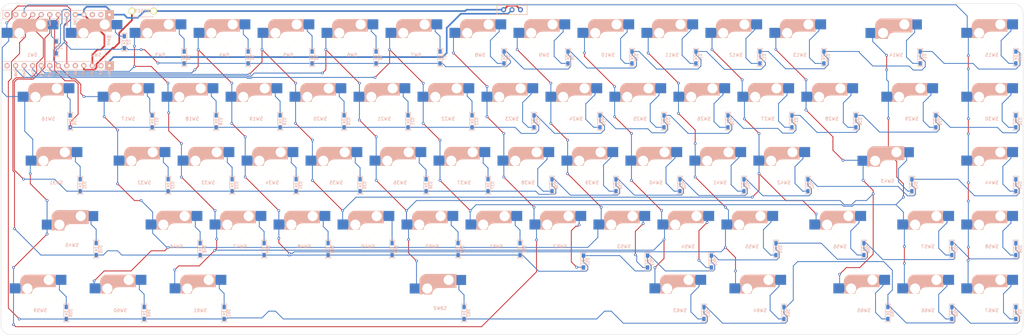
<source format=kicad_pcb>
(kicad_pcb (version 20171130) (host pcbnew "(5.1.4)-1")
  (layers (0 F.Cu signal) (31 B.Cu signal) (34 B.Paste user) (35 F.Paste user) (36 B.SilkS user) (37 F.SilkS user) (38 B.Mask user) (39 F.Mask user) (44 Edge.Cuts user))
  (net 0 "")
  (net 1 "Net-(D1-Pad2)")
  (net 2 Row0)
  (net 3 "Net-(D2-Pad2)")
  (net 4 "Net-(D3-Pad2)")
  (net 5 "Net-(D4-Pad2)")
  (net 6 "Net-(D5-Pad2)")
  (net 7 "Net-(D6-Pad2)")
  (net 8 "Net-(D7-Pad2)")
  (net 9 "Net-(D8-Pad1)")
  (net 10 "Net-(D9-Pad1)")
  (net 11 "Net-(D10-Pad1)")
  (net 12 "Net-(D11-Pad1)")
  (net 13 "Net-(D12-Pad1)")
  (net 14 "Net-(D13-Pad1)")
  (net 15 "Net-(D14-Pad1)")
  (net 16 "Net-(D15-Pad1)")
  (net 17 "Net-(D16-Pad2)")
  (net 18 Row1)
  (net 19 "Net-(D17-Pad2)")
  (net 20 "Net-(D18-Pad2)")
  (net 21 "Net-(D19-Pad2)")
  (net 22 "Net-(D20-Pad2)")
  (net 23 "Net-(D21-Pad2)")
  (net 24 "Net-(D22-Pad2)")
  (net 25 "Net-(D23-Pad1)")
  (net 26 "Net-(D24-Pad1)")
  (net 27 "Net-(D25-Pad1)")
  (net 28 "Net-(D26-Pad1)")
  (net 29 "Net-(D27-Pad1)")
  (net 30 "Net-(D28-Pad1)")
  (net 31 "Net-(D29-Pad1)")
  (net 32 "Net-(D30-Pad1)")
  (net 33 "Net-(D31-Pad2)")
  (net 34 Row2)
  (net 35 "Net-(D32-Pad2)")
  (net 36 "Net-(D33-Pad2)")
  (net 37 "Net-(D34-Pad2)")
  (net 38 "Net-(D35-Pad2)")
  (net 39 "Net-(D36-Pad2)")
  (net 40 "Net-(D37-Pad2)")
  (net 41 "Net-(D38-Pad1)")
  (net 42 "Net-(D39-Pad1)")
  (net 43 "Net-(D40-Pad1)")
  (net 44 "Net-(D41-Pad1)")
  (net 45 "Net-(D42-Pad1)")
  (net 46 "Net-(D43-Pad1)")
  (net 47 "Net-(D44-Pad1)")
  (net 48 "Net-(D45-Pad2)")
  (net 49 Row3)
  (net 50 "Net-(D46-Pad2)")
  (net 51 "Net-(D47-Pad2)")
  (net 52 "Net-(D48-Pad2)")
  (net 53 "Net-(D49-Pad2)")
  (net 54 "Net-(D50-Pad2)")
  (net 55 "Net-(D51-Pad2)")
  (net 56 "Net-(D52-Pad1)")
  (net 57 "Net-(D53-Pad1)")
  (net 58 "Net-(D54-Pad1)")
  (net 59 "Net-(D55-Pad1)")
  (net 60 "Net-(D56-Pad1)")
  (net 61 "Net-(D57-Pad1)")
  (net 62 "Net-(D58-Pad1)")
  (net 63 "Net-(D59-Pad2)")
  (net 64 Row4)
  (net 65 "Net-(D60-Pad2)")
  (net 66 "Net-(D61-Pad2)")
  (net 67 "Net-(D62-Pad2)")
  (net 68 "Net-(D63-Pad1)")
  (net 69 "Net-(D64-Pad1)")
  (net 70 "Net-(D65-Pad1)")
  (net 71 "Net-(D66-Pad1)")
  (net 72 "Net-(D67-Pad1)")
  (net 73 GND)
  (net 74 Bat+)
  (net 75 Col0)
  (net 76 Col1)
  (net 77 Col2)
  (net 78 Col3)
  (net 79 Col4)
  (net 80 Col5)
  (net 81 Col6)
  (net 82 Col7)
  (net 83 Reset)
  (net 84 "Net-(U1-Pad24)")
  (net 85 VCC)
  (net 86 "Net-(U1-Pad13)")
  (net 87 "Net-(U1-Pad12)")
  (net 88 "Net-(U1-Pad11)")
  (net 89 "Net-(U1-Pad2)")
  (net 90 "Net-(U1-Pad1)")
  (module kbd_SW:CherryMX_Hotswap_2.25u (layer F.Cu) (at 283.36875 66.675)
    (fp_text reference SW43 (at -0.06875 3.525) (layer B.SilkS) (effects (justify mirror)))
    (fp_text value SW_PUSH hide)
    (pad 2 smd rect (at 5.6 -5.08 180) (size 3.3 3) (drill (offset -0.5 0)) (layers B.Cu B.Paste B.Mask) (net 46 "Net-(D43-Pad1)"))
    (pad "" np_thru_hole circle (at -3.81 -2.54 180) (size 3 3) (drill 3) (layers *.Cu *.Mask))
    (pad "" np_thru_hole circle (at -5.08 0) (size 1.8 1.8) (drill 1.8) (layers *.Cu *.Mask))
    (pad "" np_thru_hole circle (at 5.08 0) (size 1.8 1.8) (drill 1.8) (layers *.Cu *.Mask))
    (pad "" np_thru_hole circle (at 0 0 90) (size 4 4) (drill 4) (layers *.Cu *.Mask))
    (pad "" np_thru_hole circle (at 2.54 -5.08 180) (size 3 3) (drill 3) (layers *.Cu *.Mask))
    (pad 1 smd rect (at -6.9 -2.54 180) (size 3.3 3) (drill (offset 0.5 0)) (layers B.Cu B.Paste B.Mask) (net 80 Col5))
    (pad "" np_thru_hole circle (at -11.9 -7 180) (size 3.05 3.05) (drill 3.05) (layers *.Cu *.Mask))
    (pad "" np_thru_hole circle (at 11.9 -7 180) (size 3.05 3.05) (drill 3.05) (layers *.Cu *.Mask))
    (pad "" np_thru_hole circle (at 11.9 8.24 180) (size 4 4) (drill 4) (layers *.Cu *.Mask))
    (pad "" np_thru_hole circle (at -11.9 8.24 180) (size 4 4) (drill 4) (layers *.Cu *.Mask))
  )
  (module kbd_SW:CherryMX_Hotswap_1u (layer F.Cu) (at 247.65 47.625)
    (fp_text reference SW27 (at 0 4) (layer B.SilkS) (effects (justify mirror)))
    (fp_text value SW_PUSH hide)
    (pad 2 smd rect (at 5.7 -5.12 180) (size 3.3 3) (drill (offset -0.45 0)) (layers B.Cu B.Paste B.Mask) (net 29 "Net-(D27-Pad1)"))
    (pad "" np_thru_hole circle (at -5.08 0) (size 2 2) (drill 2) (layers *.Cu *.Mask F.SilkS))
    (pad "" np_thru_hole circle (at 5.08 0) (size 2 2) (drill 2) (layers *.Cu *.Mask F.SilkS))
    (pad "" np_thru_hole circle (at 0 0 90) (size 4 4) (drill 4) (layers *.Cu *.Mask F.SilkS))
    (pad "" np_thru_hole circle (at 2.54 -5.08 180) (size 3 3) (drill 3) (layers *.Cu *.Mask))
    (pad "" np_thru_hole circle (at -3.81 -2.54 180) (size 3 3) (drill 3) (layers *.Cu *.Mask))
    (pad 1 smd rect (at -7 -2.58 180) (size 3.3 3) (drill (offset 0.45 0)) (layers B.Cu B.Paste B.Mask) (net 79 Col4))
  )
  (module kbd_Parts:Diode_SMD (layer F.Cu) (at 321.46875 33.3375 90)
    (fp_text reference D15 (at 0 1.4 90) (layer B.SilkS) (effects (font (size 0.8 0.8) (thickness 0.125)) (justify mirror)))
    (fp_text value D hide)
    (pad 2 smd rect (at 1.775 0 90) (size 1.3 0.95) (layers B.Cu B.Paste B.Mask) (net 2 Row0))
    (pad 1 smd rect (at -1.775 0 90) (size 1.3 0.95) (layers B.Cu B.Paste B.Mask) (net 16 "Net-(D15-Pad1)"))
  )
  (module kbd_SW:CherryMX_Hotswap_1u (layer F.Cu) (at 314.325 28.575)
    (fp_text reference SW15 (at 0 4) (layer B.SilkS) (effects (justify mirror)))
    (fp_text value SW_PUSH hide)
    (pad 2 smd rect (at 5.7 -5.12 180) (size 3.3 3) (drill (offset -0.45 0)) (layers B.Cu B.Paste B.Mask) (net 16 "Net-(D15-Pad1)"))
    (pad "" np_thru_hole circle (at -5.08 0) (size 2 2) (drill 2) (layers *.Cu *.Mask F.SilkS))
    (pad "" np_thru_hole circle (at 5.08 0) (size 2 2) (drill 2) (layers *.Cu *.Mask F.SilkS))
    (pad "" np_thru_hole circle (at 0 0 90) (size 4 4) (drill 4) (layers *.Cu *.Mask F.SilkS))
    (pad "" np_thru_hole circle (at 2.54 -5.08 180) (size 3 3) (drill 3) (layers *.Cu *.Mask))
    (pad "" np_thru_hole circle (at -3.81 -2.54 180) (size 3 3) (drill 3) (layers *.Cu *.Mask))
    (pad 1 smd rect (at -7 -2.58 180) (size 3.3 3) (drill (offset 0.45 0)) (layers B.Cu B.Paste B.Mask) (net 82 Col7))
  )
  (module kbd_Parts:Diode_SMD (layer F.Cu) (at 188.11875 33.3375 90)
    (fp_text reference D9 (at 0 1.4 90) (layer B.SilkS) (effects (font (size 0.8 0.8) (thickness 0.125)) (justify mirror)))
    (fp_text value D hide)
    (pad 2 smd rect (at 1.775 0 90) (size 1.3 0.95) (layers B.Cu B.Paste B.Mask) (net 2 Row0))
    (pad 1 smd rect (at -1.775 0 90) (size 1.3 0.95) (layers B.Cu B.Paste B.Mask) (net 10 "Net-(D9-Pad1)"))
  )
  (module kbd_Parts:Diode_SMD (layer F.Cu) (at 169.06875 33.3375 90)
    (fp_text reference D8 (at 0 1.4 90) (layer B.SilkS) (effects (font (size 0.8 0.8) (thickness 0.125)) (justify mirror)))
    (fp_text value D hide)
    (pad 2 smd rect (at 1.775 0 90) (size 1.3 0.95) (layers B.Cu B.Paste B.Mask) (net 2 Row0))
    (pad 1 smd rect (at -1.775 0 90) (size 1.3 0.95) (layers B.Cu B.Paste B.Mask) (net 9 "Net-(D8-Pad1)"))
  )
  (module kbd_SW:CherryMX_Hotswap_1u (layer F.Cu) (at 128.5875 85.725)
    (fp_text reference SW49 (at 0 4) (layer B.SilkS) (effects (justify mirror)))
    (fp_text value SW_PUSH hide)
    (pad 2 smd rect (at 5.7 -5.12 180) (size 3.3 3) (drill (offset -0.45 0)) (layers B.Cu B.Paste B.Mask) (net 53 "Net-(D49-Pad2)"))
    (pad "" np_thru_hole circle (at -5.08 0) (size 2 2) (drill 2) (layers *.Cu *.Mask F.SilkS))
    (pad "" np_thru_hole circle (at 5.08 0) (size 2 2) (drill 2) (layers *.Cu *.Mask F.SilkS))
    (pad "" np_thru_hole circle (at 0 0 90) (size 4 4) (drill 4) (layers *.Cu *.Mask F.SilkS))
    (pad "" np_thru_hole circle (at 2.54 -5.08 180) (size 3 3) (drill 3) (layers *.Cu *.Mask))
    (pad "" np_thru_hole circle (at -3.81 -2.54 180) (size 3 3) (drill 3) (layers *.Cu *.Mask))
    (pad 1 smd rect (at -7 -2.58 180) (size 3.3 3) (drill (offset 0.45 0)) (layers B.Cu B.Paste B.Mask) (net 79 Col4))
  )
  (module kbd_SW:CherryMX_Hotswap_1u (layer F.Cu) (at 152.4 47.625)
    (fp_text reference SW22 (at 0 4) (layer B.SilkS) (effects (justify mirror)))
    (fp_text value SW_PUSH hide)
    (pad 2 smd rect (at 5.7 -5.12 180) (size 3.3 3) (drill (offset -0.45 0)) (layers B.Cu B.Paste B.Mask) (net 24 "Net-(D22-Pad2)"))
    (pad "" np_thru_hole circle (at -5.08 0) (size 2 2) (drill 2) (layers *.Cu *.Mask F.SilkS))
    (pad "" np_thru_hole circle (at 5.08 0) (size 2 2) (drill 2) (layers *.Cu *.Mask F.SilkS))
    (pad "" np_thru_hole circle (at 0 0 90) (size 4 4) (drill 4) (layers *.Cu *.Mask F.SilkS))
    (pad "" np_thru_hole circle (at 2.54 -5.08 180) (size 3 3) (drill 3) (layers *.Cu *.Mask))
    (pad "" np_thru_hole circle (at -3.81 -2.54 180) (size 3 3) (drill 3) (layers *.Cu *.Mask))
    (pad 1 smd rect (at -7 -2.58 180) (size 3.3 3) (drill (offset 0.45 0)) (layers B.Cu B.Paste B.Mask) (net 81 Col6))
  )
  (module kbd_SW:CherryMX_Hotswap_1u (layer F.Cu) (at 109.5375 85.725)
    (fp_text reference SW48 (at 0 4) (layer B.SilkS) (effects (justify mirror)))
    (fp_text value SW_PUSH hide)
    (pad 2 smd rect (at 5.7 -5.12 180) (size 3.3 3) (drill (offset -0.45 0)) (layers B.Cu B.Paste B.Mask) (net 52 "Net-(D48-Pad2)"))
    (pad "" np_thru_hole circle (at -5.08 0) (size 2 2) (drill 2) (layers *.Cu *.Mask F.SilkS))
    (pad "" np_thru_hole circle (at 5.08 0) (size 2 2) (drill 2) (layers *.Cu *.Mask F.SilkS))
    (pad "" np_thru_hole circle (at 0 0 90) (size 4 4) (drill 4) (layers *.Cu *.Mask F.SilkS))
    (pad "" np_thru_hole circle (at 2.54 -5.08 180) (size 3 3) (drill 3) (layers *.Cu *.Mask))
    (pad "" np_thru_hole circle (at -3.81 -2.54 180) (size 3 3) (drill 3) (layers *.Cu *.Mask))
    (pad 1 smd rect (at -7 -2.58 180) (size 3.3 3) (drill (offset 0.45 0)) (layers B.Cu B.Paste B.Mask) (net 78 Col3))
  )
  (module kbd_SW:CherryMX_Hotswap_1u_Small1 (layer F.Cu) (at 47.625 28.575)
    (fp_text reference SW2 (at 0 4) (layer B.SilkS) (effects (justify mirror)))
    (fp_text value SW_PUSH hide)
    (pad 1 smd rect (at -7 -2.58 180) (size 3.3 3) (drill (offset 0.45 0)) (layers B.Cu B.Paste B.Mask) (net 76 Col1))
    (pad "" np_thru_hole circle (at -3.81 -2.54 180) (size 3 3) (drill 3) (layers *.Cu *.Mask))
    (pad "" np_thru_hole circle (at 2.54 -5.08 180) (size 3 3) (drill 3) (layers *.Cu *.Mask))
    (pad "" np_thru_hole circle (at 0 0 90) (size 4 4) (drill 4) (layers *.Cu *.Mask F.SilkS))
    (pad "" np_thru_hole circle (at 5.08 0) (size 2 2) (drill 2) (layers *.Cu *.Mask F.SilkS))
    (pad "" np_thru_hole circle (at -5.08 0) (size 2 2) (drill 2) (layers *.Cu *.Mask F.SilkS))
    (pad 2 smd rect (at 5.7 -5.12 180) (size 3.3 2.8) (drill (offset -0.45 -0.1)) (layers B.Cu B.Paste B.Mask) (net 3 "Net-(D2-Pad2)"))
  )
  (module kbd_SW:CherryMX_Hotswap_1.5u (layer F.Cu) (at 33.3375 47.625)
    (fp_text reference SW16 (at 0 4) (layer B.SilkS) (effects (justify mirror)))
    (fp_text value SW_PUSH hide)
    (pad 1 smd rect (at -7 -2.58 180) (size 3.3 3) (drill (offset 0.45 0)) (layers B.Cu B.Paste B.Mask) (net 75 Col0))
    (pad "" np_thru_hole circle (at -3.81 -2.54 180) (size 3 3) (drill 3) (layers *.Cu *.Mask))
    (pad "" np_thru_hole circle (at 2.54 -5.08 180) (size 3 3) (drill 3) (layers *.Cu *.Mask))
    (pad "" np_thru_hole circle (at 0 0 90) (size 4 4) (drill 4) (layers *.Cu *.Mask F.SilkS))
    (pad "" np_thru_hole circle (at 5.08 0) (size 2 2) (drill 2) (layers *.Cu *.Mask F.SilkS))
    (pad "" np_thru_hole circle (at -5.08 0) (size 2 2) (drill 2) (layers *.Cu *.Mask F.SilkS))
    (pad 2 smd rect (at 5.7 -5.12 180) (size 3.3 3) (drill (offset -0.45 0)) (layers B.Cu B.Paste B.Mask) (net 17 "Net-(D16-Pad2)"))
  )
  (module kbd_SW:CherryMX_Hotswap_1u_Small1 (layer F.Cu) (at 28.575 28.575)
    (fp_text reference SW1 (at 0 4) (layer B.SilkS) (effects (justify mirror)))
    (fp_text value SW_PUSH hide)
    (pad 1 smd rect (at -7 -2.58 180) (size 3.3 3) (drill (offset 0.45 0)) (layers B.Cu B.Paste B.Mask) (net 75 Col0))
    (pad "" np_thru_hole circle (at -3.81 -2.54 180) (size 3 3) (drill 3) (layers *.Cu *.Mask))
    (pad "" np_thru_hole circle (at 2.54 -5.08 180) (size 3 3) (drill 3) (layers *.Cu *.Mask))
    (pad "" np_thru_hole circle (at 0 0 90) (size 4 4) (drill 4) (layers *.Cu *.Mask F.SilkS))
    (pad "" np_thru_hole circle (at 5.08 0) (size 2 2) (drill 2) (layers *.Cu *.Mask F.SilkS))
    (pad "" np_thru_hole circle (at -5.08 0) (size 2 2) (drill 2) (layers *.Cu *.Mask F.SilkS))
    (pad 2 smd rect (at 5.7 -5.12 180) (size 3.3 2.8) (drill (offset -0.45 -0.1)) (layers B.Cu B.Paste B.Mask) (net 1 "Net-(D1-Pad2)"))
  )
  (module kbd_Parts:Micon_BMP_GL (layer F.Cu) (at 34.54875 28.225 270)
    (fp_text reference U1 hide)
    (fp_text value BLEMicroPro hide)
    (fp_text user BMP (at 0 -17 270) (layer B.SilkS) (effects (justify mirror)))
    (fp_text user BAT- (at -5.3 -17.018 270) (layer B.SilkS) (effects (font (size 0.75 0.5) (thickness 0.125)) (justify mirror)))
    (fp_text user BAT+ (at 9.9155 -17.018 270) (layer B.SilkS) (effects (font (size 0.75 0.5) (thickness 0.125)) (justify mirror)))
    (fp_text user "" (at 0.5 -17.25 270) (layer B.SilkS) (effects (justify mirror)))
    (fp_text user "" (at 1.2065 -16.256 270) (layer F.SilkS))
    (fp_text user RAW (at 9.8155 -14.478 270) (layer B.SilkS) (effects (font (size 0.75 0.5) (thickness 0.125)) (justify mirror)))
    (fp_text user LED (at -5.5 -14.478 270) (layer B.SilkS) (effects (font (size 0.75 0.5) (thickness 0.125)) (justify mirror)))
    (fp_text user GND (at 9.8155 -11.938 270) (layer B.SilkS) (effects (font (size 0.75 0.5) (thickness 0.125)) (justify mirror)))
    (fp_text user RST (at 9.8155 -9.3345 270) (layer B.SilkS) (effects (font (size 0.75 0.5) (thickness 0.125)) (justify mirror)))
    (fp_text user GND (at -5.4245 -9.3345 270) (layer B.SilkS) (effects (font (size 0.75 0.5) (thickness 0.125)) (justify mirror)))
    (fp_text user VCC (at 9.8155 -6.858 270) (layer B.SilkS) (effects (font (size 0.75 0.5) (thickness 0.125)) (justify mirror)))
    (fp_text user GND (at -5.361 -6.7945 270) (layer B.SilkS) (effects (font (size 0.75 0.5) (thickness 0.125)) (justify mirror)))
    (fp_text user Col3 (at 9.9 3.35 270) (layer B.SilkS) (effects (font (size 0.75 0.5) (thickness 0.125)) (justify mirror)))
    (fp_text user Row2 (at -5.2 0.8 270) (layer B.SilkS) (effects (font (size 0.75 0.5) (thickness 0.125)) (justify mirror)))
    (fp_text user Col2 (at 9.9 0.762 270) (layer B.SilkS) (effects (font (size 0.75 0.5) (thickness 0.125)) (justify mirror)))
    (fp_text user Row1 (at -5.161 -1.778 270) (layer B.SilkS) (effects (font (size 0.75 0.5) (thickness 0.125)) (justify mirror)))
    (fp_text user Col1 (at 9.85 -1.778 270) (layer B.SilkS) (effects (font (size 0.75 0.5) (thickness 0.125)) (justify mirror)))
    (fp_text user Row0 (at -5.161 -4.318 270) (layer B.SilkS) (effects (font (size 0.75 0.5) (thickness 0.125)) (justify mirror)))
    (fp_text user Col0 (at 9.9 -4.3 270) (layer B.SilkS) (effects (font (size 0.75 0.5) (thickness 0.125)) (justify mirror)))
    (fp_text user Col6 (at 9.95 10.95 270) (layer B.SilkS) (effects (font (size 0.75 0.5) (thickness 0.125)) (justify mirror)))
    (fp_text user Col7 (at -5.2 8.4455 270) (layer B.SilkS) (effects (font (size 0.75 0.5) (thickness 0.125)) (justify mirror)))
    (fp_text user Col5 (at 9.95 8.4455 270) (layer B.SilkS) (effects (font (size 0.75 0.5) (thickness 0.125)) (justify mirror)))
    (fp_text user Row4 (at -5.2 5.85 270) (layer B.SilkS) (effects (font (size 0.75 0.5) (thickness 0.125)) (justify mirror)))
    (fp_text user Col4 (at 9.95 5.85 270) (layer B.SilkS) (effects (font (size 0.75 0.5) (thickness 0.125)) (justify mirror)))
    (fp_text user Row3 (at -5.25 3.302 270) (layer B.SilkS) (effects (font (size 0.75 0.5) (thickness 0.125)) (justify mirror)))
    (pad 25 thru_hole circle (at 7.5636 -17.018 90) (size 1.524 1.524) (drill 0.8128) (layers *.Cu *.Mask B.SilkS) (net 74 Bat+))
    (pad 26 thru_hole circle (at -7.6564 -17.018 90) (size 1.524 1.524) (drill 0.8128) (layers *.Cu *.Mask B.SilkS) (net 73 GND))
    (pad 1 thru_hole circle (at -7.6564 -14.478 90) (size 1.524 1.524) (drill 0.8128) (layers *.Cu *.Mask B.SilkS) (net 90 "Net-(U1-Pad1)"))
    (pad 2 thru_hole circle (at -7.6564 -11.938 90) (size 1.524 1.524) (drill 0.8128) (layers *.Cu *.Mask B.SilkS) (net 89 "Net-(U1-Pad2)"))
    (pad 3 thru_hole circle (at -7.6564 -9.398 90) (size 1.524 1.524) (drill 0.8128) (layers *.Cu *.Mask B.SilkS) (net 73 GND))
    (pad 4 thru_hole circle (at -7.6564 -6.858 90) (size 1.524 1.524) (drill 0.8128) (layers *.Cu *.Mask B.SilkS) (net 73 GND))
    (pad 5 thru_hole circle (at -7.6564 -4.318 90) (size 1.524 1.524) (drill 0.8128) (layers *.Cu *.Mask B.SilkS) (net 2 Row0))
    (pad 6 thru_hole circle (at -7.6564 -1.778 90) (size 1.524 1.524) (drill 0.8128) (layers *.Cu *.Mask B.SilkS) (net 18 Row1))
    (pad 7 thru_hole circle (at -7.6564 0.762 90) (size 1.524 1.524) (drill 0.8128) (layers *.Cu *.Mask B.SilkS) (net 34 Row2))
    (pad 8 thru_hole circle (at -7.6564 3.302 90) (size 1.524 1.524) (drill 0.8128) (layers *.Cu *.Mask B.SilkS) (net 49 Row3))
    (pad 9 thru_hole circle (at -7.6564 5.842 90) (size 1.524 1.524) (drill 0.8128) (layers *.Cu *.Mask B.SilkS) (net 64 Row4))
    (pad 10 thru_hole circle (at -7.6564 8.382 90) (size 1.524 1.524) (drill 0.8128) (layers *.Cu *.Mask B.SilkS) (net 82 Col7))
    (pad 11 thru_hole circle (at -7.6564 10.922 90) (size 1.524 1.524) (drill 0.8128) (layers *.Cu *.Mask B.SilkS) (net 88 "Net-(U1-Pad11)"))
    (pad 12 thru_hole circle (at -7.6564 13.462 90) (size 1.524 1.524) (drill 0.8128) (layers *.Cu *.Mask B.SilkS) (net 87 "Net-(U1-Pad12)"))
    (pad 13 thru_hole circle (at 7.5636 13.462 90) (size 1.524 1.524) (drill 0.8128) (layers *.Cu *.Mask B.SilkS) (net 86 "Net-(U1-Pad13)"))
    (pad 14 thru_hole circle (at 7.5636 10.922 90) (size 1.524 1.524) (drill 0.8128) (layers *.Cu *.Mask B.SilkS) (net 81 Col6))
    (pad 15 thru_hole circle (at 7.5636 8.382 90) (size 1.524 1.524) (drill 0.8128) (layers *.Cu *.Mask B.SilkS) (net 80 Col5))
    (pad 16 thru_hole circle (at 7.5636 5.842 90) (size 1.524 1.524) (drill 0.8128) (layers *.Cu *.Mask B.SilkS) (net 79 Col4))
    (pad 17 thru_hole circle (at 7.5636 3.302 90) (size 1.524 1.524) (drill 0.8128) (layers *.Cu *.Mask B.SilkS) (net 78 Col3))
    (pad 18 thru_hole circle (at 7.5636 0.762 90) (size 1.524 1.524) (drill 0.8128) (layers *.Cu *.Mask B.SilkS) (net 77 Col2))
    (pad 19 thru_hole circle (at 7.5636 -1.778 90) (size 1.524 1.524) (drill 0.8128) (layers *.Cu *.Mask B.SilkS) (net 76 Col1))
    (pad 20 thru_hole circle (at 7.5636 -4.318 90) (size 1.524 1.524) (drill 0.8128) (layers *.Cu *.Mask B.SilkS) (net 75 Col0))
    (pad 21 thru_hole circle (at 7.5636 -6.858 90) (size 1.524 1.524) (drill 0.8128) (layers *.Cu *.Mask B.SilkS) (net 85 VCC))
    (pad 22 thru_hole circle (at 7.5636 -9.398 90) (size 1.524 1.524) (drill 0.8128) (layers *.Cu *.Mask B.SilkS) (net 83 Reset))
    (pad 23 thru_hole circle (at 7.5636 -11.938 90) (size 1.524 1.524) (drill 0.8128) (layers *.Cu *.Mask B.SilkS) (net 73 GND))
    (pad 24 thru_hole circle (at 7.5636 -14.478 90) (size 1.524 1.524) (drill 0.8128) (layers *.Cu *.Mask B.SilkS) (net 84 "Net-(U1-Pad24)"))
  )
  (module kbd_Parts:ResetSW (layer F.Cu) (at 61.5 19.5 180)
    (fp_text reference SW68 hide)
    (fp_text value SW_PUSH)
    (fp_text user RESET (at 0.127 0) (layer B.SilkS) (effects (justify mirror)))
    (pad 2 thru_hole circle (at -3.25 0 180) (size 2 2) (drill 1.3) (layers *.Cu *.Mask F.SilkS) (net 73 GND))
    (pad 1 thru_hole circle (at 3.25 0 180) (size 2 2) (drill 1.3) (layers *.Cu *.Mask F.SilkS) (net 83 Reset))
  )
  (module kbd_SW:CherryMX_Hotswap_1u (layer F.Cu) (at 314.325 104.775)
    (fp_text reference SW67 (at 0 4) (layer B.SilkS) (effects (justify mirror)))
    (fp_text value SW_PUSH hide)
    (pad 2 smd rect (at 5.7 -5.12 180) (size 3.3 3) (drill (offset -0.45 0)) (layers B.Cu B.Paste B.Mask) (net 72 "Net-(D67-Pad1)"))
    (pad "" np_thru_hole circle (at -5.08 0) (size 2 2) (drill 2) (layers *.Cu *.Mask F.SilkS))
    (pad "" np_thru_hole circle (at 5.08 0) (size 2 2) (drill 2) (layers *.Cu *.Mask F.SilkS))
    (pad "" np_thru_hole circle (at 0 0 90) (size 4 4) (drill 4) (layers *.Cu *.Mask F.SilkS))
    (pad "" np_thru_hole circle (at 2.54 -5.08 180) (size 3 3) (drill 3) (layers *.Cu *.Mask))
    (pad "" np_thru_hole circle (at -3.81 -2.54 180) (size 3 3) (drill 3) (layers *.Cu *.Mask))
    (pad 1 smd rect (at -7 -2.58 180) (size 3.3 3) (drill (offset 0.45 0)) (layers B.Cu B.Paste B.Mask) (net 82 Col7))
  )
  (module kbd_SW:CherryMX_Hotswap_1u (layer F.Cu) (at 295.275 104.775)
    (fp_text reference SW66 (at 0 4) (layer B.SilkS) (effects (justify mirror)))
    (fp_text value SW_PUSH hide)
    (pad 2 smd rect (at 5.7 -5.12 180) (size 3.3 3) (drill (offset -0.45 0)) (layers B.Cu B.Paste B.Mask) (net 71 "Net-(D66-Pad1)"))
    (pad "" np_thru_hole circle (at -5.08 0) (size 2 2) (drill 2) (layers *.Cu *.Mask F.SilkS))
    (pad "" np_thru_hole circle (at 5.08 0) (size 2 2) (drill 2) (layers *.Cu *.Mask F.SilkS))
    (pad "" np_thru_hole circle (at 0 0 90) (size 4 4) (drill 4) (layers *.Cu *.Mask F.SilkS))
    (pad "" np_thru_hole circle (at 2.54 -5.08 180) (size 3 3) (drill 3) (layers *.Cu *.Mask))
    (pad "" np_thru_hole circle (at -3.81 -2.54 180) (size 3 3) (drill 3) (layers *.Cu *.Mask))
    (pad 1 smd rect (at -7 -2.58 180) (size 3.3 3) (drill (offset 0.45 0)) (layers B.Cu B.Paste B.Mask) (net 81 Col6))
  )
  (module kbd_SW:CherryMX_Hotswap_1u (layer F.Cu) (at 276.225 104.775)
    (fp_text reference SW65 (at 0 4) (layer B.SilkS) (effects (justify mirror)))
    (fp_text value SW_PUSH hide)
    (pad 2 smd rect (at 5.7 -5.12 180) (size 3.3 3) (drill (offset -0.45 0)) (layers B.Cu B.Paste B.Mask) (net 70 "Net-(D65-Pad1)"))
    (pad "" np_thru_hole circle (at -5.08 0) (size 2 2) (drill 2) (layers *.Cu *.Mask F.SilkS))
    (pad "" np_thru_hole circle (at 5.08 0) (size 2 2) (drill 2) (layers *.Cu *.Mask F.SilkS))
    (pad "" np_thru_hole circle (at 0 0 90) (size 4 4) (drill 4) (layers *.Cu *.Mask F.SilkS))
    (pad "" np_thru_hole circle (at 2.54 -5.08 180) (size 3 3) (drill 3) (layers *.Cu *.Mask))
    (pad "" np_thru_hole circle (at -3.81 -2.54 180) (size 3 3) (drill 3) (layers *.Cu *.Mask))
    (pad 1 smd rect (at -7 -2.58 180) (size 3.3 3) (drill (offset 0.45 0)) (layers B.Cu B.Paste B.Mask) (net 80 Col5))
  )
  (module kbd_SW:CherryMX_Hotswap_1.25u (layer F.Cu) (at 245.26875 104.775)
    (fp_text reference SW64 (at 0 4) (layer B.SilkS) (effects (justify mirror)))
    (fp_text value SW_PUSH hide)
    (pad 2 smd rect (at 5.7 -5.12 180) (size 3.3 3) (drill (offset -0.45 0)) (layers B.Cu B.Paste B.Mask) (net 69 "Net-(D64-Pad1)"))
    (pad "" np_thru_hole circle (at -5.08 0) (size 2 2) (drill 2) (layers *.Cu *.Mask F.SilkS))
    (pad "" np_thru_hole circle (at 5.08 0) (size 2 2) (drill 2) (layers *.Cu *.Mask F.SilkS))
    (pad "" np_thru_hole circle (at 0 0 90) (size 4 4) (drill 4) (layers *.Cu *.Mask F.SilkS))
    (pad "" np_thru_hole circle (at 2.54 -5.08 180) (size 3 3) (drill 3) (layers *.Cu *.Mask))
    (pad "" np_thru_hole circle (at -3.81 -2.54 180) (size 3 3) (drill 3) (layers *.Cu *.Mask))
    (pad 1 smd rect (at -7 -2.58 180) (size 3.3 3) (drill (offset 0.45 0)) (layers B.Cu B.Paste B.Mask) (net 78 Col3))
  )
  (module kbd_SW:CherryMX_Hotswap_1.25u (layer F.Cu) (at 221.45625 104.775)
    (fp_text reference SW63 (at 0 4) (layer B.SilkS) (effects (justify mirror)))
    (fp_text value SW_PUSH hide)
    (pad 2 smd rect (at 5.7 -5.12 180) (size 3.3 3) (drill (offset -0.45 0)) (layers B.Cu B.Paste B.Mask) (net 68 "Net-(D63-Pad1)"))
    (pad "" np_thru_hole circle (at -5.08 0) (size 2 2) (drill 2) (layers *.Cu *.Mask F.SilkS))
    (pad "" np_thru_hole circle (at 5.08 0) (size 2 2) (drill 2) (layers *.Cu *.Mask F.SilkS))
    (pad "" np_thru_hole circle (at 0 0 90) (size 4 4) (drill 4) (layers *.Cu *.Mask F.SilkS))
    (pad "" np_thru_hole circle (at 2.54 -5.08 180) (size 3 3) (drill 3) (layers *.Cu *.Mask))
    (pad "" np_thru_hole circle (at -3.81 -2.54 180) (size 3 3) (drill 3) (layers *.Cu *.Mask))
    (pad 1 smd rect (at -7 -2.58 180) (size 3.3 3) (drill (offset 0.45 0)) (layers B.Cu B.Paste B.Mask) (net 77 Col2))
  )
  (module kbd_SW:CherryMX_Hotswap_6.25u_Rev (layer F.Cu) (at 150.01875 104.775 180)
    (fp_text reference SW62 (at 0.01875 -3.325) (layer B.SilkS))
    (fp_text value SW_PUSH hide)
    (pad "" np_thru_hole circle (at -50.01 8.24) (size 4 4) (drill 4) (layers *.Cu *.Mask))
    (pad "" np_thru_hole circle (at 50.01 8.24) (size 4 4) (drill 4) (layers *.Cu *.Mask))
    (pad "" np_thru_hole circle (at 50.01 -7) (size 3.05 3.05) (drill 3.05) (layers *.Cu *.Mask))
    (pad "" np_thru_hole circle (at -50.01 -7) (size 3.05 3.05) (drill 3.05) (layers *.Cu *.Mask))
    (pad 1 smd rect (at 6.9 2.54 180) (size 3.3 3) (drill (offset 0.5 0)) (layers B.Cu B.Paste B.Mask) (net 80 Col5))
    (pad "" np_thru_hole circle (at -2.54 5.08 180) (size 3 3) (drill 3) (layers *.Cu *.Mask))
    (pad "" np_thru_hole circle (at 0 0 90) (size 4 4) (drill 4) (layers *.Cu *.Mask))
    (pad "" np_thru_hole circle (at -5.08 0) (size 1.8 1.8) (drill 1.8) (layers *.Cu *.Mask))
    (pad "" np_thru_hole circle (at 5.08 0) (size 1.8 1.8) (drill 1.8) (layers *.Cu *.Mask))
    (pad "" np_thru_hole circle (at 3.81 2.54 180) (size 3 3) (drill 3) (layers *.Cu *.Mask))
    (pad 2 smd rect (at -5.6 5.08 180) (size 3.3 3) (drill (offset -0.5 0)) (layers B.Cu B.Paste B.Mask) (net 67 "Net-(D62-Pad2)"))
  )
  (module kbd_SW:CherryMX_Hotswap_1.25u (layer F.Cu) (at 78.58125 104.775)
    (fp_text reference SW61 (at 0 4) (layer B.SilkS) (effects (justify mirror)))
    (fp_text value SW_PUSH hide)
    (pad 2 smd rect (at 5.7 -5.12 180) (size 3.3 3) (drill (offset -0.45 0)) (layers B.Cu B.Paste B.Mask) (net 66 "Net-(D61-Pad2)"))
    (pad "" np_thru_hole circle (at -5.08 0) (size 2 2) (drill 2) (layers *.Cu *.Mask F.SilkS))
    (pad "" np_thru_hole circle (at 5.08 0) (size 2 2) (drill 2) (layers *.Cu *.Mask F.SilkS))
    (pad "" np_thru_hole circle (at 0 0 90) (size 4 4) (drill 4) (layers *.Cu *.Mask F.SilkS))
    (pad "" np_thru_hole circle (at 2.54 -5.08 180) (size 3 3) (drill 3) (layers *.Cu *.Mask))
    (pad "" np_thru_hole circle (at -3.81 -2.54 180) (size 3 3) (drill 3) (layers *.Cu *.Mask))
    (pad 1 smd rect (at -7 -2.58 180) (size 3.3 3) (drill (offset 0.45 0)) (layers B.Cu B.Paste B.Mask) (net 77 Col2))
  )
  (module kbd_SW:CherryMX_Hotswap_1.25u (layer F.Cu) (at 54.76875 104.775)
    (fp_text reference SW60 (at 0 4) (layer B.SilkS) (effects (justify mirror)))
    (fp_text value SW_PUSH hide)
    (pad 2 smd rect (at 5.7 -5.12 180) (size 3.3 3) (drill (offset -0.45 0)) (layers B.Cu B.Paste B.Mask) (net 65 "Net-(D60-Pad2)"))
    (pad "" np_thru_hole circle (at -5.08 0) (size 2 2) (drill 2) (layers *.Cu *.Mask F.SilkS))
    (pad "" np_thru_hole circle (at 5.08 0) (size 2 2) (drill 2) (layers *.Cu *.Mask F.SilkS))
    (pad "" np_thru_hole circle (at 0 0 90) (size 4 4) (drill 4) (layers *.Cu *.Mask F.SilkS))
    (pad "" np_thru_hole circle (at 2.54 -5.08 180) (size 3 3) (drill 3) (layers *.Cu *.Mask))
    (pad "" np_thru_hole circle (at -3.81 -2.54 180) (size 3 3) (drill 3) (layers *.Cu *.Mask))
    (pad 1 smd rect (at -7 -2.58 180) (size 3.3 3) (drill (offset 0.45 0)) (layers B.Cu B.Paste B.Mask) (net 76 Col1))
  )
  (module kbd_SW:CherryMX_Hotswap_1.25u (layer F.Cu) (at 30.95625 104.775)
    (fp_text reference SW59 (at 0 4) (layer B.SilkS) (effects (justify mirror)))
    (fp_text value SW_PUSH hide)
    (pad 2 smd rect (at 5.7 -5.12 180) (size 3.3 3) (drill (offset -0.45 0)) (layers B.Cu B.Paste B.Mask) (net 63 "Net-(D59-Pad2)"))
    (pad "" np_thru_hole circle (at -5.08 0) (size 2 2) (drill 2) (layers *.Cu *.Mask F.SilkS))
    (pad "" np_thru_hole circle (at 5.08 0) (size 2 2) (drill 2) (layers *.Cu *.Mask F.SilkS))
    (pad "" np_thru_hole circle (at 0 0 90) (size 4 4) (drill 4) (layers *.Cu *.Mask F.SilkS))
    (pad "" np_thru_hole circle (at 2.54 -5.08 180) (size 3 3) (drill 3) (layers *.Cu *.Mask))
    (pad "" np_thru_hole circle (at -3.81 -2.54 180) (size 3 3) (drill 3) (layers *.Cu *.Mask))
    (pad 1 smd rect (at -7 -2.58 180) (size 3.3 3) (drill (offset 0.45 0)) (layers B.Cu B.Paste B.Mask) (net 75 Col0))
  )
  (module kbd_SW:CherryMX_Hotswap_1u (layer F.Cu) (at 314.325 85.725)
    (fp_text reference SW58 (at 0 4) (layer B.SilkS) (effects (justify mirror)))
    (fp_text value SW_PUSH hide)
    (pad 2 smd rect (at 5.7 -5.12 180) (size 3.3 3) (drill (offset -0.45 0)) (layers B.Cu B.Paste B.Mask) (net 62 "Net-(D58-Pad1)"))
    (pad "" np_thru_hole circle (at -5.08 0) (size 2 2) (drill 2) (layers *.Cu *.Mask F.SilkS))
    (pad "" np_thru_hole circle (at 5.08 0) (size 2 2) (drill 2) (layers *.Cu *.Mask F.SilkS))
    (pad "" np_thru_hole circle (at 0 0 90) (size 4 4) (drill 4) (layers *.Cu *.Mask F.SilkS))
    (pad "" np_thru_hole circle (at 2.54 -5.08 180) (size 3 3) (drill 3) (layers *.Cu *.Mask))
    (pad "" np_thru_hole circle (at -3.81 -2.54 180) (size 3 3) (drill 3) (layers *.Cu *.Mask))
    (pad 1 smd rect (at -7 -2.58 180) (size 3.3 3) (drill (offset 0.45 0)) (layers B.Cu B.Paste B.Mask) (net 82 Col7))
  )
  (module kbd_SW:CherryMX_Hotswap_1u (layer F.Cu) (at 295.275 85.725)
    (fp_text reference SW57 (at 0 4) (layer B.SilkS) (effects (justify mirror)))
    (fp_text value SW_PUSH hide)
    (pad 2 smd rect (at 5.7 -5.12 180) (size 3.3 3) (drill (offset -0.45 0)) (layers B.Cu B.Paste B.Mask) (net 61 "Net-(D57-Pad1)"))
    (pad "" np_thru_hole circle (at -5.08 0) (size 2 2) (drill 2) (layers *.Cu *.Mask F.SilkS))
    (pad "" np_thru_hole circle (at 5.08 0) (size 2 2) (drill 2) (layers *.Cu *.Mask F.SilkS))
    (pad "" np_thru_hole circle (at 0 0 90) (size 4 4) (drill 4) (layers *.Cu *.Mask F.SilkS))
    (pad "" np_thru_hole circle (at 2.54 -5.08 180) (size 3 3) (drill 3) (layers *.Cu *.Mask))
    (pad "" np_thru_hole circle (at -3.81 -2.54 180) (size 3 3) (drill 3) (layers *.Cu *.Mask))
    (pad 1 smd rect (at -7 -2.58 180) (size 3.3 3) (drill (offset 0.45 0)) (layers B.Cu B.Paste B.Mask) (net 81 Col6))
  )
  (module kbd_SW:CherryMX_Hotswap_1.75u (layer F.Cu) (at 269.08125 85.725)
    (fp_text reference SW56 (at 0 4) (layer B.SilkS) (effects (justify mirror)))
    (fp_text value SW_PUSH hide)
    (pad 1 smd rect (at -7 -2.58 180) (size 3.3 3) (drill (offset 0.45 0)) (layers B.Cu B.Paste B.Mask) (net 79 Col4))
    (pad "" np_thru_hole circle (at -3.81 -2.54 180) (size 3 3) (drill 3) (layers *.Cu *.Mask))
    (pad "" np_thru_hole circle (at 2.54 -5.08 180) (size 3 3) (drill 3) (layers *.Cu *.Mask))
    (pad "" np_thru_hole circle (at 0 0 90) (size 4 4) (drill 4) (layers *.Cu *.Mask F.SilkS))
    (pad "" np_thru_hole circle (at 5.08 0) (size 2 2) (drill 2) (layers *.Cu *.Mask F.SilkS))
    (pad "" np_thru_hole circle (at -5.08 0) (size 2 2) (drill 2) (layers *.Cu *.Mask F.SilkS))
    (pad 2 smd rect (at 5.7 -5.12 180) (size 3.3 3) (drill (offset -0.45 0)) (layers B.Cu B.Paste B.Mask) (net 60 "Net-(D56-Pad1)"))
  )
  (module kbd_SW:CherryMX_Hotswap_1u (layer F.Cu) (at 242.8875 85.725)
    (fp_text reference SW55 (at 0 4) (layer B.SilkS) (effects (justify mirror)))
    (fp_text value SW_PUSH hide)
    (pad 2 smd rect (at 5.7 -5.12 180) (size 3.3 3) (drill (offset -0.45 0)) (layers B.Cu B.Paste B.Mask) (net 59 "Net-(D55-Pad1)"))
    (pad "" np_thru_hole circle (at -5.08 0) (size 2 2) (drill 2) (layers *.Cu *.Mask F.SilkS))
    (pad "" np_thru_hole circle (at 5.08 0) (size 2 2) (drill 2) (layers *.Cu *.Mask F.SilkS))
    (pad "" np_thru_hole circle (at 0 0 90) (size 4 4) (drill 4) (layers *.Cu *.Mask F.SilkS))
    (pad "" np_thru_hole circle (at 2.54 -5.08 180) (size 3 3) (drill 3) (layers *.Cu *.Mask))
    (pad "" np_thru_hole circle (at -3.81 -2.54 180) (size 3 3) (drill 3) (layers *.Cu *.Mask))
    (pad 1 smd rect (at -7 -2.58 180) (size 3.3 3) (drill (offset 0.45 0)) (layers B.Cu B.Paste B.Mask) (net 78 Col3))
  )
  (module kbd_SW:CherryMX_Hotswap_1u (layer F.Cu) (at 223.8375 85.725)
    (fp_text reference SW54 (at 0 4) (layer B.SilkS) (effects (justify mirror)))
    (fp_text value SW_PUSH hide)
    (pad 2 smd rect (at 5.7 -5.12 180) (size 3.3 3) (drill (offset -0.45 0)) (layers B.Cu B.Paste B.Mask) (net 58 "Net-(D54-Pad1)"))
    (pad "" np_thru_hole circle (at -5.08 0) (size 2 2) (drill 2) (layers *.Cu *.Mask F.SilkS))
    (pad "" np_thru_hole circle (at 5.08 0) (size 2 2) (drill 2) (layers *.Cu *.Mask F.SilkS))
    (pad "" np_thru_hole circle (at 0 0 90) (size 4 4) (drill 4) (layers *.Cu *.Mask F.SilkS))
    (pad "" np_thru_hole circle (at 2.54 -5.08 180) (size 3 3) (drill 3) (layers *.Cu *.Mask))
    (pad "" np_thru_hole circle (at -3.81 -2.54 180) (size 3 3) (drill 3) (layers *.Cu *.Mask))
    (pad 1 smd rect (at -7 -2.58 180) (size 3.3 3) (drill (offset 0.45 0)) (layers B.Cu B.Paste B.Mask) (net 77 Col2))
  )
  (module kbd_SW:CherryMX_Hotswap_1u (layer F.Cu) (at 204.7875 85.725)
    (fp_text reference SW53 (at 0 4) (layer B.SilkS) (effects (justify mirror)))
    (fp_text value SW_PUSH hide)
    (pad 2 smd rect (at 5.7 -5.12 180) (size 3.3 3) (drill (offset -0.45 0)) (layers B.Cu B.Paste B.Mask) (net 57 "Net-(D53-Pad1)"))
    (pad "" np_thru_hole circle (at -5.08 0) (size 2 2) (drill 2) (layers *.Cu *.Mask F.SilkS))
    (pad "" np_thru_hole circle (at 5.08 0) (size 2 2) (drill 2) (layers *.Cu *.Mask F.SilkS))
    (pad "" np_thru_hole circle (at 0 0 90) (size 4 4) (drill 4) (layers *.Cu *.Mask F.SilkS))
    (pad "" np_thru_hole circle (at 2.54 -5.08 180) (size 3 3) (drill 3) (layers *.Cu *.Mask))
    (pad "" np_thru_hole circle (at -3.81 -2.54 180) (size 3 3) (drill 3) (layers *.Cu *.Mask))
    (pad 1 smd rect (at -7 -2.58 180) (size 3.3 3) (drill (offset 0.45 0)) (layers B.Cu B.Paste B.Mask) (net 76 Col1))
  )
  (module kbd_SW:CherryMX_Hotswap_1u (layer F.Cu) (at 185.7375 85.725)
    (fp_text reference SW52 (at 0 4) (layer B.SilkS) (effects (justify mirror)))
    (fp_text value SW_PUSH hide)
    (pad 2 smd rect (at 5.7 -5.12 180) (size 3.3 3) (drill (offset -0.45 0)) (layers B.Cu B.Paste B.Mask) (net 56 "Net-(D52-Pad1)"))
    (pad "" np_thru_hole circle (at -5.08 0) (size 2 2) (drill 2) (layers *.Cu *.Mask F.SilkS))
    (pad "" np_thru_hole circle (at 5.08 0) (size 2 2) (drill 2) (layers *.Cu *.Mask F.SilkS))
    (pad "" np_thru_hole circle (at 0 0 90) (size 4 4) (drill 4) (layers *.Cu *.Mask F.SilkS))
    (pad "" np_thru_hole circle (at 2.54 -5.08 180) (size 3 3) (drill 3) (layers *.Cu *.Mask))
    (pad "" np_thru_hole circle (at -3.81 -2.54 180) (size 3 3) (drill 3) (layers *.Cu *.Mask))
    (pad 1 smd rect (at -7 -2.58 180) (size 3.3 3) (drill (offset 0.45 0)) (layers B.Cu B.Paste B.Mask) (net 75 Col0))
  )
  (module kbd_SW:CherryMX_Hotswap_1u (layer F.Cu) (at 166.6875 85.725)
    (fp_text reference SW51 (at 0 4) (layer B.SilkS) (effects (justify mirror)))
    (fp_text value SW_PUSH hide)
    (pad 2 smd rect (at 5.7 -5.12 180) (size 3.3 3) (drill (offset -0.45 0)) (layers B.Cu B.Paste B.Mask) (net 55 "Net-(D51-Pad2)"))
    (pad "" np_thru_hole circle (at -5.08 0) (size 2 2) (drill 2) (layers *.Cu *.Mask F.SilkS))
    (pad "" np_thru_hole circle (at 5.08 0) (size 2 2) (drill 2) (layers *.Cu *.Mask F.SilkS))
    (pad "" np_thru_hole circle (at 0 0 90) (size 4 4) (drill 4) (layers *.Cu *.Mask F.SilkS))
    (pad "" np_thru_hole circle (at 2.54 -5.08 180) (size 3 3) (drill 3) (layers *.Cu *.Mask))
    (pad "" np_thru_hole circle (at -3.81 -2.54 180) (size 3 3) (drill 3) (layers *.Cu *.Mask))
    (pad 1 smd rect (at -7 -2.58 180) (size 3.3 3) (drill (offset 0.45 0)) (layers B.Cu B.Paste B.Mask) (net 81 Col6))
  )
  (module kbd_SW:CherryMX_Hotswap_1u (layer F.Cu) (at 147.6375 85.725)
    (fp_text reference SW50 (at 0 4) (layer B.SilkS) (effects (justify mirror)))
    (fp_text value SW_PUSH hide)
    (pad 2 smd rect (at 5.7 -5.12 180) (size 3.3 3) (drill (offset -0.45 0)) (layers B.Cu B.Paste B.Mask) (net 54 "Net-(D50-Pad2)"))
    (pad "" np_thru_hole circle (at -5.08 0) (size 2 2) (drill 2) (layers *.Cu *.Mask F.SilkS))
    (pad "" np_thru_hole circle (at 5.08 0) (size 2 2) (drill 2) (layers *.Cu *.Mask F.SilkS))
    (pad "" np_thru_hole circle (at 0 0 90) (size 4 4) (drill 4) (layers *.Cu *.Mask F.SilkS))
    (pad "" np_thru_hole circle (at 2.54 -5.08 180) (size 3 3) (drill 3) (layers *.Cu *.Mask))
    (pad "" np_thru_hole circle (at -3.81 -2.54 180) (size 3 3) (drill 3) (layers *.Cu *.Mask))
    (pad 1 smd rect (at -7 -2.58 180) (size 3.3 3) (drill (offset 0.45 0)) (layers B.Cu B.Paste B.Mask) (net 80 Col5))
  )
  (module kbd_SW:CherryMX_Hotswap_1u (layer F.Cu) (at 90.4875 85.725)
    (fp_text reference SW47 (at 0 4) (layer B.SilkS) (effects (justify mirror)))
    (fp_text value SW_PUSH hide)
    (pad 2 smd rect (at 5.7 -5.12 180) (size 3.3 3) (drill (offset -0.45 0)) (layers B.Cu B.Paste B.Mask) (net 51 "Net-(D47-Pad2)"))
    (pad "" np_thru_hole circle (at -5.08 0) (size 2 2) (drill 2) (layers *.Cu *.Mask F.SilkS))
    (pad "" np_thru_hole circle (at 5.08 0) (size 2 2) (drill 2) (layers *.Cu *.Mask F.SilkS))
    (pad "" np_thru_hole circle (at 0 0 90) (size 4 4) (drill 4) (layers *.Cu *.Mask F.SilkS))
    (pad "" np_thru_hole circle (at 2.54 -5.08 180) (size 3 3) (drill 3) (layers *.Cu *.Mask))
    (pad "" np_thru_hole circle (at -3.81 -2.54 180) (size 3 3) (drill 3) (layers *.Cu *.Mask))
    (pad 1 smd rect (at -7 -2.58 180) (size 3.3 3) (drill (offset 0.45 0)) (layers B.Cu B.Paste B.Mask) (net 77 Col2))
  )
  (module kbd_SW:CherryMX_Hotswap_1u (layer F.Cu) (at 71.4375 85.725)
    (fp_text reference SW46 (at 0 4) (layer B.SilkS) (effects (justify mirror)))
    (fp_text value SW_PUSH hide)
    (pad 2 smd rect (at 5.7 -5.12 180) (size 3.3 3) (drill (offset -0.45 0)) (layers B.Cu B.Paste B.Mask) (net 50 "Net-(D46-Pad2)"))
    (pad "" np_thru_hole circle (at -5.08 0) (size 2 2) (drill 2) (layers *.Cu *.Mask F.SilkS))
    (pad "" np_thru_hole circle (at 5.08 0) (size 2 2) (drill 2) (layers *.Cu *.Mask F.SilkS))
    (pad "" np_thru_hole circle (at 0 0 90) (size 4 4) (drill 4) (layers *.Cu *.Mask F.SilkS))
    (pad "" np_thru_hole circle (at 2.54 -5.08 180) (size 3 3) (drill 3) (layers *.Cu *.Mask))
    (pad "" np_thru_hole circle (at -3.81 -2.54 180) (size 3 3) (drill 3) (layers *.Cu *.Mask))
    (pad 1 smd rect (at -7 -2.58 180) (size 3.3 3) (drill (offset 0.45 0)) (layers B.Cu B.Paste B.Mask) (net 76 Col1))
  )
  (module kbd_SW:CherryMX_Hotswap_2.25u (layer F.Cu) (at 40.48125 85.725)
    (fp_text reference SW45 (at -0.08125 3.575) (layer B.SilkS) (effects (justify mirror)))
    (fp_text value SW_PUSH hide)
    (pad 2 smd rect (at 5.6 -5.08 180) (size 3.3 3) (drill (offset -0.5 0)) (layers B.Cu B.Paste B.Mask) (net 48 "Net-(D45-Pad2)"))
    (pad "" np_thru_hole circle (at -3.81 -2.54 180) (size 3 3) (drill 3) (layers *.Cu *.Mask))
    (pad "" np_thru_hole circle (at -5.08 0) (size 1.8 1.8) (drill 1.8) (layers *.Cu *.Mask))
    (pad "" np_thru_hole circle (at 5.08 0) (size 1.8 1.8) (drill 1.8) (layers *.Cu *.Mask))
    (pad "" np_thru_hole circle (at 0 0 90) (size 4 4) (drill 4) (layers *.Cu *.Mask))
    (pad "" np_thru_hole circle (at 2.54 -5.08 180) (size 3 3) (drill 3) (layers *.Cu *.Mask))
    (pad 1 smd rect (at -6.9 -2.54 180) (size 3.3 3) (drill (offset 0.5 0)) (layers B.Cu B.Paste B.Mask) (net 75 Col0))
    (pad "" np_thru_hole circle (at -11.9 -7 180) (size 3.05 3.05) (drill 3.05) (layers *.Cu *.Mask))
    (pad "" np_thru_hole circle (at 11.9 -7 180) (size 3.05 3.05) (drill 3.05) (layers *.Cu *.Mask))
    (pad "" np_thru_hole circle (at 11.9 8.24 180) (size 4 4) (drill 4) (layers *.Cu *.Mask))
    (pad "" np_thru_hole circle (at -11.9 8.24 180) (size 4 4) (drill 4) (layers *.Cu *.Mask))
  )
  (module kbd_SW:CherryMX_Hotswap_1u (layer F.Cu) (at 314.325 66.675)
    (fp_text reference SW44 (at 0 4) (layer B.SilkS) (effects (justify mirror)))
    (fp_text value SW_PUSH hide)
    (pad 2 smd rect (at 5.7 -5.12 180) (size 3.3 3) (drill (offset -0.45 0)) (layers B.Cu B.Paste B.Mask) (net 47 "Net-(D44-Pad1)"))
    (pad "" np_thru_hole circle (at -5.08 0) (size 2 2) (drill 2) (layers *.Cu *.Mask F.SilkS))
    (pad "" np_thru_hole circle (at 5.08 0) (size 2 2) (drill 2) (layers *.Cu *.Mask F.SilkS))
    (pad "" np_thru_hole circle (at 0 0 90) (size 4 4) (drill 4) (layers *.Cu *.Mask F.SilkS))
    (pad "" np_thru_hole circle (at 2.54 -5.08 180) (size 3 3) (drill 3) (layers *.Cu *.Mask))
    (pad "" np_thru_hole circle (at -3.81 -2.54 180) (size 3 3) (drill 3) (layers *.Cu *.Mask))
    (pad 1 smd rect (at -7 -2.58 180) (size 3.3 3) (drill (offset 0.45 0)) (layers B.Cu B.Paste B.Mask) (net 82 Col7))
  )
  (module kbd_SW:CherryMX_Hotswap_1u (layer F.Cu) (at 252.4125 66.675)
    (fp_text reference SW42 (at 0 4) (layer B.SilkS) (effects (justify mirror)))
    (fp_text value SW_PUSH hide)
    (pad 2 smd rect (at 5.7 -5.12 180) (size 3.3 3) (drill (offset -0.45 0)) (layers B.Cu B.Paste B.Mask) (net 45 "Net-(D42-Pad1)"))
    (pad "" np_thru_hole circle (at -5.08 0) (size 2 2) (drill 2) (layers *.Cu *.Mask F.SilkS))
    (pad "" np_thru_hole circle (at 5.08 0) (size 2 2) (drill 2) (layers *.Cu *.Mask F.SilkS))
    (pad "" np_thru_hole circle (at 0 0 90) (size 4 4) (drill 4) (layers *.Cu *.Mask F.SilkS))
    (pad "" np_thru_hole circle (at 2.54 -5.08 180) (size 3 3) (drill 3) (layers *.Cu *.Mask))
    (pad "" np_thru_hole circle (at -3.81 -2.54 180) (size 3 3) (drill 3) (layers *.Cu *.Mask))
    (pad 1 smd rect (at -7 -2.58 180) (size 3.3 3) (drill (offset 0.45 0)) (layers B.Cu B.Paste B.Mask) (net 79 Col4))
  )
  (module kbd_SW:CherryMX_Hotswap_1u (layer F.Cu) (at 233.3625 66.675)
    (fp_text reference SW41 (at 0 4) (layer B.SilkS) (effects (justify mirror)))
    (fp_text value SW_PUSH hide)
    (pad 2 smd rect (at 5.7 -5.12 180) (size 3.3 3) (drill (offset -0.45 0)) (layers B.Cu B.Paste B.Mask) (net 44 "Net-(D41-Pad1)"))
    (pad "" np_thru_hole circle (at -5.08 0) (size 2 2) (drill 2) (layers *.Cu *.Mask F.SilkS))
    (pad "" np_thru_hole circle (at 5.08 0) (size 2 2) (drill 2) (layers *.Cu *.Mask F.SilkS))
    (pad "" np_thru_hole circle (at 0 0 90) (size 4 4) (drill 4) (layers *.Cu *.Mask F.SilkS))
    (pad "" np_thru_hole circle (at 2.54 -5.08 180) (size 3 3) (drill 3) (layers *.Cu *.Mask))
    (pad "" np_thru_hole circle (at -3.81 -2.54 180) (size 3 3) (drill 3) (layers *.Cu *.Mask))
    (pad 1 smd rect (at -7 -2.58 180) (size 3.3 3) (drill (offset 0.45 0)) (layers B.Cu B.Paste B.Mask) (net 78 Col3))
  )
  (module kbd_SW:CherryMX_Hotswap_1u (layer F.Cu) (at 214.3125 66.675)
    (fp_text reference SW40 (at 0 4) (layer B.SilkS) (effects (justify mirror)))
    (fp_text value SW_PUSH hide)
    (pad 2 smd rect (at 5.7 -5.12 180) (size 3.3 3) (drill (offset -0.45 0)) (layers B.Cu B.Paste B.Mask) (net 43 "Net-(D40-Pad1)"))
    (pad "" np_thru_hole circle (at -5.08 0) (size 2 2) (drill 2) (layers *.Cu *.Mask F.SilkS))
    (pad "" np_thru_hole circle (at 5.08 0) (size 2 2) (drill 2) (layers *.Cu *.Mask F.SilkS))
    (pad "" np_thru_hole circle (at 0 0 90) (size 4 4) (drill 4) (layers *.Cu *.Mask F.SilkS))
    (pad "" np_thru_hole circle (at 2.54 -5.08 180) (size 3 3) (drill 3) (layers *.Cu *.Mask))
    (pad "" np_thru_hole circle (at -3.81 -2.54 180) (size 3 3) (drill 3) (layers *.Cu *.Mask))
    (pad 1 smd rect (at -7 -2.58 180) (size 3.3 3) (drill (offset 0.45 0)) (layers B.Cu B.Paste B.Mask) (net 77 Col2))
  )
  (module kbd_SW:CherryMX_Hotswap_1u (layer F.Cu) (at 195.2625 66.675)
    (fp_text reference SW39 (at 0 4) (layer B.SilkS) (effects (justify mirror)))
    (fp_text value SW_PUSH hide)
    (pad 2 smd rect (at 5.7 -5.12 180) (size 3.3 3) (drill (offset -0.45 0)) (layers B.Cu B.Paste B.Mask) (net 42 "Net-(D39-Pad1)"))
    (pad "" np_thru_hole circle (at -5.08 0) (size 2 2) (drill 2) (layers *.Cu *.Mask F.SilkS))
    (pad "" np_thru_hole circle (at 5.08 0) (size 2 2) (drill 2) (layers *.Cu *.Mask F.SilkS))
    (pad "" np_thru_hole circle (at 0 0 90) (size 4 4) (drill 4) (layers *.Cu *.Mask F.SilkS))
    (pad "" np_thru_hole circle (at 2.54 -5.08 180) (size 3 3) (drill 3) (layers *.Cu *.Mask))
    (pad "" np_thru_hole circle (at -3.81 -2.54 180) (size 3 3) (drill 3) (layers *.Cu *.Mask))
    (pad 1 smd rect (at -7 -2.58 180) (size 3.3 3) (drill (offset 0.45 0)) (layers B.Cu B.Paste B.Mask) (net 76 Col1))
  )
  (module kbd_SW:CherryMX_Hotswap_1u (layer F.Cu) (at 176.2125 66.675)
    (fp_text reference SW38 (at 0 4) (layer B.SilkS) (effects (justify mirror)))
    (fp_text value SW_PUSH hide)
    (pad 2 smd rect (at 5.7 -5.12 180) (size 3.3 3) (drill (offset -0.45 0)) (layers B.Cu B.Paste B.Mask) (net 41 "Net-(D38-Pad1)"))
    (pad "" np_thru_hole circle (at -5.08 0) (size 2 2) (drill 2) (layers *.Cu *.Mask F.SilkS))
    (pad "" np_thru_hole circle (at 5.08 0) (size 2 2) (drill 2) (layers *.Cu *.Mask F.SilkS))
    (pad "" np_thru_hole circle (at 0 0 90) (size 4 4) (drill 4) (layers *.Cu *.Mask F.SilkS))
    (pad "" np_thru_hole circle (at 2.54 -5.08 180) (size 3 3) (drill 3) (layers *.Cu *.Mask))
    (pad "" np_thru_hole circle (at -3.81 -2.54 180) (size 3 3) (drill 3) (layers *.Cu *.Mask))
    (pad 1 smd rect (at -7 -2.58 180) (size 3.3 3) (drill (offset 0.45 0)) (layers B.Cu B.Paste B.Mask) (net 75 Col0))
  )
  (module kbd_SW:CherryMX_Hotswap_1u (layer F.Cu) (at 157.1625 66.675)
    (fp_text reference SW37 (at 0 4) (layer B.SilkS) (effects (justify mirror)))
    (fp_text value SW_PUSH hide)
    (pad 2 smd rect (at 5.7 -5.12 180) (size 3.3 3) (drill (offset -0.45 0)) (layers B.Cu B.Paste B.Mask) (net 40 "Net-(D37-Pad2)"))
    (pad "" np_thru_hole circle (at -5.08 0) (size 2 2) (drill 2) (layers *.Cu *.Mask F.SilkS))
    (pad "" np_thru_hole circle (at 5.08 0) (size 2 2) (drill 2) (layers *.Cu *.Mask F.SilkS))
    (pad "" np_thru_hole circle (at 0 0 90) (size 4 4) (drill 4) (layers *.Cu *.Mask F.SilkS))
    (pad "" np_thru_hole circle (at 2.54 -5.08 180) (size 3 3) (drill 3) (layers *.Cu *.Mask))
    (pad "" np_thru_hole circle (at -3.81 -2.54 180) (size 3 3) (drill 3) (layers *.Cu *.Mask))
    (pad 1 smd rect (at -7 -2.58 180) (size 3.3 3) (drill (offset 0.45 0)) (layers B.Cu B.Paste B.Mask) (net 81 Col6))
  )
  (module kbd_SW:CherryMX_Hotswap_1u (layer F.Cu) (at 138.1125 66.675)
    (fp_text reference SW36 (at 0 4) (layer B.SilkS) (effects (justify mirror)))
    (fp_text value SW_PUSH hide)
    (pad 2 smd rect (at 5.7 -5.12 180) (size 3.3 3) (drill (offset -0.45 0)) (layers B.Cu B.Paste B.Mask) (net 39 "Net-(D36-Pad2)"))
    (pad "" np_thru_hole circle (at -5.08 0) (size 2 2) (drill 2) (layers *.Cu *.Mask F.SilkS))
    (pad "" np_thru_hole circle (at 5.08 0) (size 2 2) (drill 2) (layers *.Cu *.Mask F.SilkS))
    (pad "" np_thru_hole circle (at 0 0 90) (size 4 4) (drill 4) (layers *.Cu *.Mask F.SilkS))
    (pad "" np_thru_hole circle (at 2.54 -5.08 180) (size 3 3) (drill 3) (layers *.Cu *.Mask))
    (pad "" np_thru_hole circle (at -3.81 -2.54 180) (size 3 3) (drill 3) (layers *.Cu *.Mask))
    (pad 1 smd rect (at -7 -2.58 180) (size 3.3 3) (drill (offset 0.45 0)) (layers B.Cu B.Paste B.Mask) (net 80 Col5))
  )
  (module kbd_SW:CherryMX_Hotswap_1u (layer F.Cu) (at 119.0625 66.675)
    (fp_text reference SW35 (at 0 4) (layer B.SilkS) (effects (justify mirror)))
    (fp_text value SW_PUSH hide)
    (pad 2 smd rect (at 5.7 -5.12 180) (size 3.3 3) (drill (offset -0.45 0)) (layers B.Cu B.Paste B.Mask) (net 38 "Net-(D35-Pad2)"))
    (pad "" np_thru_hole circle (at -5.08 0) (size 2 2) (drill 2) (layers *.Cu *.Mask F.SilkS))
    (pad "" np_thru_hole circle (at 5.08 0) (size 2 2) (drill 2) (layers *.Cu *.Mask F.SilkS))
    (pad "" np_thru_hole circle (at 0 0 90) (size 4 4) (drill 4) (layers *.Cu *.Mask F.SilkS))
    (pad "" np_thru_hole circle (at 2.54 -5.08 180) (size 3 3) (drill 3) (layers *.Cu *.Mask))
    (pad "" np_thru_hole circle (at -3.81 -2.54 180) (size 3 3) (drill 3) (layers *.Cu *.Mask))
    (pad 1 smd rect (at -7 -2.58 180) (size 3.3 3) (drill (offset 0.45 0)) (layers B.Cu B.Paste B.Mask) (net 79 Col4))
  )
  (module kbd_SW:CherryMX_Hotswap_1u (layer F.Cu) (at 100.0125 66.675)
    (fp_text reference SW34 (at 0 4) (layer B.SilkS) (effects (justify mirror)))
    (fp_text value SW_PUSH hide)
    (pad 2 smd rect (at 5.7 -5.12 180) (size 3.3 3) (drill (offset -0.45 0)) (layers B.Cu B.Paste B.Mask) (net 37 "Net-(D34-Pad2)"))
    (pad "" np_thru_hole circle (at -5.08 0) (size 2 2) (drill 2) (layers *.Cu *.Mask F.SilkS))
    (pad "" np_thru_hole circle (at 5.08 0) (size 2 2) (drill 2) (layers *.Cu *.Mask F.SilkS))
    (pad "" np_thru_hole circle (at 0 0 90) (size 4 4) (drill 4) (layers *.Cu *.Mask F.SilkS))
    (pad "" np_thru_hole circle (at 2.54 -5.08 180) (size 3 3) (drill 3) (layers *.Cu *.Mask))
    (pad "" np_thru_hole circle (at -3.81 -2.54 180) (size 3 3) (drill 3) (layers *.Cu *.Mask))
    (pad 1 smd rect (at -7 -2.58 180) (size 3.3 3) (drill (offset 0.45 0)) (layers B.Cu B.Paste B.Mask) (net 78 Col3))
  )
  (module kbd_SW:CherryMX_Hotswap_1u (layer F.Cu) (at 80.9625 66.675)
    (fp_text reference SW33 (at 0 4) (layer B.SilkS) (effects (justify mirror)))
    (fp_text value SW_PUSH hide)
    (pad 2 smd rect (at 5.7 -5.12 180) (size 3.3 3) (drill (offset -0.45 0)) (layers B.Cu B.Paste B.Mask) (net 36 "Net-(D33-Pad2)"))
    (pad "" np_thru_hole circle (at -5.08 0) (size 2 2) (drill 2) (layers *.Cu *.Mask F.SilkS))
    (pad "" np_thru_hole circle (at 5.08 0) (size 2 2) (drill 2) (layers *.Cu *.Mask F.SilkS))
    (pad "" np_thru_hole circle (at 0 0 90) (size 4 4) (drill 4) (layers *.Cu *.Mask F.SilkS))
    (pad "" np_thru_hole circle (at 2.54 -5.08 180) (size 3 3) (drill 3) (layers *.Cu *.Mask))
    (pad "" np_thru_hole circle (at -3.81 -2.54 180) (size 3 3) (drill 3) (layers *.Cu *.Mask))
    (pad 1 smd rect (at -7 -2.58 180) (size 3.3 3) (drill (offset 0.45 0)) (layers B.Cu B.Paste B.Mask) (net 77 Col2))
  )
  (module kbd_SW:CherryMX_Hotswap_1u (layer F.Cu) (at 61.9125 66.675)
    (fp_text reference SW32 (at 0 4) (layer B.SilkS) (effects (justify mirror)))
    (fp_text value SW_PUSH hide)
    (pad 2 smd rect (at 5.7 -5.12 180) (size 3.3 3) (drill (offset -0.45 0)) (layers B.Cu B.Paste B.Mask) (net 35 "Net-(D32-Pad2)"))
    (pad "" np_thru_hole circle (at -5.08 0) (size 2 2) (drill 2) (layers *.Cu *.Mask F.SilkS))
    (pad "" np_thru_hole circle (at 5.08 0) (size 2 2) (drill 2) (layers *.Cu *.Mask F.SilkS))
    (pad "" np_thru_hole circle (at 0 0 90) (size 4 4) (drill 4) (layers *.Cu *.Mask F.SilkS))
    (pad "" np_thru_hole circle (at 2.54 -5.08 180) (size 3 3) (drill 3) (layers *.Cu *.Mask))
    (pad "" np_thru_hole circle (at -3.81 -2.54 180) (size 3 3) (drill 3) (layers *.Cu *.Mask))
    (pad 1 smd rect (at -7 -2.58 180) (size 3.3 3) (drill (offset 0.45 0)) (layers B.Cu B.Paste B.Mask) (net 76 Col1))
  )
  (module kbd_SW:CherryMX_Hotswap_1.75u (layer F.Cu) (at 35.71875 66.675)
    (fp_text reference SW31 (at 0 4) (layer B.SilkS) (effects (justify mirror)))
    (fp_text value SW_PUSH hide)
    (pad 1 smd rect (at -7 -2.58 180) (size 3.3 3) (drill (offset 0.45 0)) (layers B.Cu B.Paste B.Mask) (net 75 Col0))
    (pad "" np_thru_hole circle (at -3.81 -2.54 180) (size 3 3) (drill 3) (layers *.Cu *.Mask))
    (pad "" np_thru_hole circle (at 2.54 -5.08 180) (size 3 3) (drill 3) (layers *.Cu *.Mask))
    (pad "" np_thru_hole circle (at 0 0 90) (size 4 4) (drill 4) (layers *.Cu *.Mask F.SilkS))
    (pad "" np_thru_hole circle (at 5.08 0) (size 2 2) (drill 2) (layers *.Cu *.Mask F.SilkS))
    (pad "" np_thru_hole circle (at -5.08 0) (size 2 2) (drill 2) (layers *.Cu *.Mask F.SilkS))
    (pad 2 smd rect (at 5.7 -5.12 180) (size 3.3 3) (drill (offset -0.45 0)) (layers B.Cu B.Paste B.Mask) (net 33 "Net-(D31-Pad2)"))
  )
  (module kbd_SW:CherryMX_Hotswap_1u (layer F.Cu) (at 314.325 47.625)
    (fp_text reference SW30 (at 0 4) (layer B.SilkS) (effects (justify mirror)))
    (fp_text value SW_PUSH hide)
    (pad 2 smd rect (at 5.7 -5.12 180) (size 3.3 3) (drill (offset -0.45 0)) (layers B.Cu B.Paste B.Mask) (net 32 "Net-(D30-Pad1)"))
    (pad "" np_thru_hole circle (at -5.08 0) (size 2 2) (drill 2) (layers *.Cu *.Mask F.SilkS))
    (pad "" np_thru_hole circle (at 5.08 0) (size 2 2) (drill 2) (layers *.Cu *.Mask F.SilkS))
    (pad "" np_thru_hole circle (at 0 0 90) (size 4 4) (drill 4) (layers *.Cu *.Mask F.SilkS))
    (pad "" np_thru_hole circle (at 2.54 -5.08 180) (size 3 3) (drill 3) (layers *.Cu *.Mask))
    (pad "" np_thru_hole circle (at -3.81 -2.54 180) (size 3 3) (drill 3) (layers *.Cu *.Mask))
    (pad 1 smd rect (at -7 -2.58 180) (size 3.3 3) (drill (offset 0.45 0)) (layers B.Cu B.Paste B.Mask) (net 82 Col7))
  )
  (module kbd_SW:CherryMX_Hotswap_1.5u (layer F.Cu) (at 290.5125 47.625)
    (fp_text reference SW29 (at 0 4) (layer B.SilkS) (effects (justify mirror)))
    (fp_text value SW_PUSH hide)
    (pad 1 smd rect (at -7 -2.58 180) (size 3.3 3) (drill (offset 0.45 0)) (layers B.Cu B.Paste B.Mask) (net 81 Col6))
    (pad "" np_thru_hole circle (at -3.81 -2.54 180) (size 3 3) (drill 3) (layers *.Cu *.Mask))
    (pad "" np_thru_hole circle (at 2.54 -5.08 180) (size 3 3) (drill 3) (layers *.Cu *.Mask))
    (pad "" np_thru_hole circle (at 0 0 90) (size 4 4) (drill 4) (layers *.Cu *.Mask F.SilkS))
    (pad "" np_thru_hole circle (at 5.08 0) (size 2 2) (drill 2) (layers *.Cu *.Mask F.SilkS))
    (pad "" np_thru_hole circle (at -5.08 0) (size 2 2) (drill 2) (layers *.Cu *.Mask F.SilkS))
    (pad 2 smd rect (at 5.7 -5.12 180) (size 3.3 3) (drill (offset -0.45 0)) (layers B.Cu B.Paste B.Mask) (net 31 "Net-(D29-Pad1)"))
  )
  (module kbd_SW:CherryMX_Hotswap_1u (layer F.Cu) (at 266.7 47.625)
    (fp_text reference SW28 (at 0 4) (layer B.SilkS) (effects (justify mirror)))
    (fp_text value SW_PUSH hide)
    (pad 2 smd rect (at 5.7 -5.12 180) (size 3.3 3) (drill (offset -0.45 0)) (layers B.Cu B.Paste B.Mask) (net 30 "Net-(D28-Pad1)"))
    (pad "" np_thru_hole circle (at -5.08 0) (size 2 2) (drill 2) (layers *.Cu *.Mask F.SilkS))
    (pad "" np_thru_hole circle (at 5.08 0) (size 2 2) (drill 2) (layers *.Cu *.Mask F.SilkS))
    (pad "" np_thru_hole circle (at 0 0 90) (size 4 4) (drill 4) (layers *.Cu *.Mask F.SilkS))
    (pad "" np_thru_hole circle (at 2.54 -5.08 180) (size 3 3) (drill 3) (layers *.Cu *.Mask))
    (pad "" np_thru_hole circle (at -3.81 -2.54 180) (size 3 3) (drill 3) (layers *.Cu *.Mask))
    (pad 1 smd rect (at -7 -2.58 180) (size 3.3 3) (drill (offset 0.45 0)) (layers B.Cu B.Paste B.Mask) (net 80 Col5))
  )
  (module kbd_SW:CherryMX_Hotswap_1u (layer F.Cu) (at 228.6 47.625)
    (fp_text reference SW26 (at 0 4) (layer B.SilkS) (effects (justify mirror)))
    (fp_text value SW_PUSH hide)
    (pad 2 smd rect (at 5.7 -5.12 180) (size 3.3 3) (drill (offset -0.45 0)) (layers B.Cu B.Paste B.Mask) (net 28 "Net-(D26-Pad1)"))
    (pad "" np_thru_hole circle (at -5.08 0) (size 2 2) (drill 2) (layers *.Cu *.Mask F.SilkS))
    (pad "" np_thru_hole circle (at 5.08 0) (size 2 2) (drill 2) (layers *.Cu *.Mask F.SilkS))
    (pad "" np_thru_hole circle (at 0 0 90) (size 4 4) (drill 4) (layers *.Cu *.Mask F.SilkS))
    (pad "" np_thru_hole circle (at 2.54 -5.08 180) (size 3 3) (drill 3) (layers *.Cu *.Mask))
    (pad "" np_thru_hole circle (at -3.81 -2.54 180) (size 3 3) (drill 3) (layers *.Cu *.Mask))
    (pad 1 smd rect (at -7 -2.58 180) (size 3.3 3) (drill (offset 0.45 0)) (layers B.Cu B.Paste B.Mask) (net 78 Col3))
  )
  (module kbd_SW:CherryMX_Hotswap_1u (layer F.Cu) (at 209.55 47.625)
    (fp_text reference SW25 (at 0 4) (layer B.SilkS) (effects (justify mirror)))
    (fp_text value SW_PUSH hide)
    (pad 2 smd rect (at 5.7 -5.12 180) (size 3.3 3) (drill (offset -0.45 0)) (layers B.Cu B.Paste B.Mask) (net 27 "Net-(D25-Pad1)"))
    (pad "" np_thru_hole circle (at -5.08 0) (size 2 2) (drill 2) (layers *.Cu *.Mask F.SilkS))
    (pad "" np_thru_hole circle (at 5.08 0) (size 2 2) (drill 2) (layers *.Cu *.Mask F.SilkS))
    (pad "" np_thru_hole circle (at 0 0 90) (size 4 4) (drill 4) (layers *.Cu *.Mask F.SilkS))
    (pad "" np_thru_hole circle (at 2.54 -5.08 180) (size 3 3) (drill 3) (layers *.Cu *.Mask))
    (pad "" np_thru_hole circle (at -3.81 -2.54 180) (size 3 3) (drill 3) (layers *.Cu *.Mask))
    (pad 1 smd rect (at -7 -2.58 180) (size 3.3 3) (drill (offset 0.45 0)) (layers B.Cu B.Paste B.Mask) (net 77 Col2))
  )
  (module kbd_SW:CherryMX_Hotswap_1u (layer F.Cu) (at 190.5 47.625)
    (fp_text reference SW24 (at 0 4) (layer B.SilkS) (effects (justify mirror)))
    (fp_text value SW_PUSH hide)
    (pad 2 smd rect (at 5.7 -5.12 180) (size 3.3 3) (drill (offset -0.45 0)) (layers B.Cu B.Paste B.Mask) (net 26 "Net-(D24-Pad1)"))
    (pad "" np_thru_hole circle (at -5.08 0) (size 2 2) (drill 2) (layers *.Cu *.Mask F.SilkS))
    (pad "" np_thru_hole circle (at 5.08 0) (size 2 2) (drill 2) (layers *.Cu *.Mask F.SilkS))
    (pad "" np_thru_hole circle (at 0 0 90) (size 4 4) (drill 4) (layers *.Cu *.Mask F.SilkS))
    (pad "" np_thru_hole circle (at 2.54 -5.08 180) (size 3 3) (drill 3) (layers *.Cu *.Mask))
    (pad "" np_thru_hole circle (at -3.81 -2.54 180) (size 3 3) (drill 3) (layers *.Cu *.Mask))
    (pad 1 smd rect (at -7 -2.58 180) (size 3.3 3) (drill (offset 0.45 0)) (layers B.Cu B.Paste B.Mask) (net 76 Col1))
  )
  (module kbd_SW:CherryMX_Hotswap_1u (layer F.Cu) (at 171.45 47.625)
    (fp_text reference SW23 (at 0 4) (layer B.SilkS) (effects (justify mirror)))
    (fp_text value SW_PUSH hide)
    (pad 2 smd rect (at 5.7 -5.12 180) (size 3.3 3) (drill (offset -0.45 0)) (layers B.Cu B.Paste B.Mask) (net 25 "Net-(D23-Pad1)"))
    (pad "" np_thru_hole circle (at -5.08 0) (size 2 2) (drill 2) (layers *.Cu *.Mask F.SilkS))
    (pad "" np_thru_hole circle (at 5.08 0) (size 2 2) (drill 2) (layers *.Cu *.Mask F.SilkS))
    (pad "" np_thru_hole circle (at 0 0 90) (size 4 4) (drill 4) (layers *.Cu *.Mask F.SilkS))
    (pad "" np_thru_hole circle (at 2.54 -5.08 180) (size 3 3) (drill 3) (layers *.Cu *.Mask))
    (pad "" np_thru_hole circle (at -3.81 -2.54 180) (size 3 3) (drill 3) (layers *.Cu *.Mask))
    (pad 1 smd rect (at -7 -2.58 180) (size 3.3 3) (drill (offset 0.45 0)) (layers B.Cu B.Paste B.Mask) (net 75 Col0))
  )
  (module kbd_SW:CherryMX_Hotswap_1u (layer F.Cu) (at 133.35 47.625)
    (fp_text reference SW21 (at 0 4) (layer B.SilkS) (effects (justify mirror)))
    (fp_text value SW_PUSH hide)
    (pad 2 smd rect (at 5.7 -5.12 180) (size 3.3 3) (drill (offset -0.45 0)) (layers B.Cu B.Paste B.Mask) (net 23 "Net-(D21-Pad2)"))
    (pad "" np_thru_hole circle (at -5.08 0) (size 2 2) (drill 2) (layers *.Cu *.Mask F.SilkS))
    (pad "" np_thru_hole circle (at 5.08 0) (size 2 2) (drill 2) (layers *.Cu *.Mask F.SilkS))
    (pad "" np_thru_hole circle (at 0 0 90) (size 4 4) (drill 4) (layers *.Cu *.Mask F.SilkS))
    (pad "" np_thru_hole circle (at 2.54 -5.08 180) (size 3 3) (drill 3) (layers *.Cu *.Mask))
    (pad "" np_thru_hole circle (at -3.81 -2.54 180) (size 3 3) (drill 3) (layers *.Cu *.Mask))
    (pad 1 smd rect (at -7 -2.58 180) (size 3.3 3) (drill (offset 0.45 0)) (layers B.Cu B.Paste B.Mask) (net 80 Col5))
  )
  (module kbd_SW:CherryMX_Hotswap_1u (layer F.Cu) (at 114.3 47.625)
    (fp_text reference SW20 (at 0 4) (layer B.SilkS) (effects (justify mirror)))
    (fp_text value SW_PUSH hide)
    (pad 2 smd rect (at 5.7 -5.12 180) (size 3.3 3) (drill (offset -0.45 0)) (layers B.Cu B.Paste B.Mask) (net 22 "Net-(D20-Pad2)"))
    (pad "" np_thru_hole circle (at -5.08 0) (size 2 2) (drill 2) (layers *.Cu *.Mask F.SilkS))
    (pad "" np_thru_hole circle (at 5.08 0) (size 2 2) (drill 2) (layers *.Cu *.Mask F.SilkS))
    (pad "" np_thru_hole circle (at 0 0 90) (size 4 4) (drill 4) (layers *.Cu *.Mask F.SilkS))
    (pad "" np_thru_hole circle (at 2.54 -5.08 180) (size 3 3) (drill 3) (layers *.Cu *.Mask))
    (pad "" np_thru_hole circle (at -3.81 -2.54 180) (size 3 3) (drill 3) (layers *.Cu *.Mask))
    (pad 1 smd rect (at -7 -2.58 180) (size 3.3 3) (drill (offset 0.45 0)) (layers B.Cu B.Paste B.Mask) (net 79 Col4))
  )
  (module kbd_SW:CherryMX_Hotswap_1u (layer F.Cu) (at 95.25 47.625)
    (fp_text reference SW19 (at 0 4) (layer B.SilkS) (effects (justify mirror)))
    (fp_text value SW_PUSH hide)
    (pad 2 smd rect (at 5.7 -5.12 180) (size 3.3 3) (drill (offset -0.45 0)) (layers B.Cu B.Paste B.Mask) (net 21 "Net-(D19-Pad2)"))
    (pad "" np_thru_hole circle (at -5.08 0) (size 2 2) (drill 2) (layers *.Cu *.Mask F.SilkS))
    (pad "" np_thru_hole circle (at 5.08 0) (size 2 2) (drill 2) (layers *.Cu *.Mask F.SilkS))
    (pad "" np_thru_hole circle (at 0 0 90) (size 4 4) (drill 4) (layers *.Cu *.Mask F.SilkS))
    (pad "" np_thru_hole circle (at 2.54 -5.08 180) (size 3 3) (drill 3) (layers *.Cu *.Mask))
    (pad "" np_thru_hole circle (at -3.81 -2.54 180) (size 3 3) (drill 3) (layers *.Cu *.Mask))
    (pad 1 smd rect (at -7 -2.58 180) (size 3.3 3) (drill (offset 0.45 0)) (layers B.Cu B.Paste B.Mask) (net 78 Col3))
  )
  (module kbd_SW:CherryMX_Hotswap_1u (layer F.Cu) (at 76.2 47.625)
    (fp_text reference SW18 (at 0 4) (layer B.SilkS) (effects (justify mirror)))
    (fp_text value SW_PUSH hide)
    (pad 2 smd rect (at 5.7 -5.12 180) (size 3.3 3) (drill (offset -0.45 0)) (layers B.Cu B.Paste B.Mask) (net 20 "Net-(D18-Pad2)"))
    (pad "" np_thru_hole circle (at -5.08 0) (size 2 2) (drill 2) (layers *.Cu *.Mask F.SilkS))
    (pad "" np_thru_hole circle (at 5.08 0) (size 2 2) (drill 2) (layers *.Cu *.Mask F.SilkS))
    (pad "" np_thru_hole circle (at 0 0 90) (size 4 4) (drill 4) (layers *.Cu *.Mask F.SilkS))
    (pad "" np_thru_hole circle (at 2.54 -5.08 180) (size 3 3) (drill 3) (layers *.Cu *.Mask))
    (pad "" np_thru_hole circle (at -3.81 -2.54 180) (size 3 3) (drill 3) (layers *.Cu *.Mask))
    (pad 1 smd rect (at -7 -2.58 180) (size 3.3 3) (drill (offset 0.45 0)) (layers B.Cu B.Paste B.Mask) (net 77 Col2))
  )
  (module kbd_SW:CherryMX_Hotswap_1u (layer F.Cu) (at 57.15 47.625)
    (fp_text reference SW17 (at 0 4) (layer B.SilkS) (effects (justify mirror)))
    (fp_text value SW_PUSH hide)
    (pad 2 smd rect (at 5.7 -5.12 180) (size 3.3 3) (drill (offset -0.45 0)) (layers B.Cu B.Paste B.Mask) (net 19 "Net-(D17-Pad2)"))
    (pad "" np_thru_hole circle (at -5.08 0) (size 2 2) (drill 2) (layers *.Cu *.Mask F.SilkS))
    (pad "" np_thru_hole circle (at 5.08 0) (size 2 2) (drill 2) (layers *.Cu *.Mask F.SilkS))
    (pad "" np_thru_hole circle (at 0 0 90) (size 4 4) (drill 4) (layers *.Cu *.Mask F.SilkS))
    (pad "" np_thru_hole circle (at 2.54 -5.08 180) (size 3 3) (drill 3) (layers *.Cu *.Mask))
    (pad "" np_thru_hole circle (at -3.81 -2.54 180) (size 3 3) (drill 3) (layers *.Cu *.Mask))
    (pad 1 smd rect (at -7 -2.58 180) (size 3.3 3) (drill (offset 0.45 0)) (layers B.Cu B.Paste B.Mask) (net 76 Col1))
  )
  (module kbd_SW:CherryMX_Hotswap_2u (layer F.Cu) (at 285.75 28.575)
    (fp_text reference SW14 (at 0.05 4.025) (layer B.SilkS) (effects (justify mirror)))
    (fp_text value SW_PUSH hide)
    (pad "" np_thru_hole circle (at -11.9 8.24 180) (size 4 4) (drill 4) (layers *.Cu *.Mask))
    (pad "" np_thru_hole circle (at 11.9 8.24 180) (size 4 4) (drill 4) (layers *.Cu *.Mask))
    (pad "" np_thru_hole circle (at 11.9 -7 180) (size 3.05 3.05) (drill 3.05) (layers *.Cu *.Mask))
    (pad "" np_thru_hole circle (at -11.9 -7 180) (size 3.05 3.05) (drill 3.05) (layers *.Cu *.Mask))
    (pad 1 smd rect (at -6.9 -2.54 180) (size 3.3 3) (drill (offset 0.5 0)) (layers B.Cu B.Paste B.Mask) (net 81 Col6))
    (pad "" np_thru_hole circle (at 2.54 -5.08 180) (size 3 3) (drill 3) (layers *.Cu *.Mask))
    (pad "" np_thru_hole circle (at 0 0 90) (size 4 4) (drill 4) (layers *.Cu *.Mask))
    (pad "" np_thru_hole circle (at 5.08 0) (size 1.8 1.8) (drill 1.8) (layers *.Cu *.Mask))
    (pad "" np_thru_hole circle (at -5.08 0) (size 1.8 1.8) (drill 1.8) (layers *.Cu *.Mask))
    (pad "" np_thru_hole circle (at -3.81 -2.54 180) (size 3 3) (drill 3) (layers *.Cu *.Mask))
    (pad 2 smd rect (at 5.6 -5.08 180) (size 3.3 3) (drill (offset -0.5 0)) (layers B.Cu B.Paste B.Mask) (net 15 "Net-(D14-Pad1)"))
  )
  (module kbd_SW:CherryMX_Hotswap_1u (layer F.Cu) (at 257.175 28.575)
    (fp_text reference SW13 (at 0 4) (layer B.SilkS) (effects (justify mirror)))
    (fp_text value SW_PUSH hide)
    (pad 2 smd rect (at 5.7 -5.12 180) (size 3.3 3) (drill (offset -0.45 0)) (layers B.Cu B.Paste B.Mask) (net 14 "Net-(D13-Pad1)"))
    (pad "" np_thru_hole circle (at -5.08 0) (size 2 2) (drill 2) (layers *.Cu *.Mask F.SilkS))
    (pad "" np_thru_hole circle (at 5.08 0) (size 2 2) (drill 2) (layers *.Cu *.Mask F.SilkS))
    (pad "" np_thru_hole circle (at 0 0 90) (size 4 4) (drill 4) (layers *.Cu *.Mask F.SilkS))
    (pad "" np_thru_hole circle (at 2.54 -5.08 180) (size 3 3) (drill 3) (layers *.Cu *.Mask))
    (pad "" np_thru_hole circle (at -3.81 -2.54 180) (size 3 3) (drill 3) (layers *.Cu *.Mask))
    (pad 1 smd rect (at -7 -2.58 180) (size 3.3 3) (drill (offset 0.45 0)) (layers B.Cu B.Paste B.Mask) (net 80 Col5))
  )
  (module kbd_SW:CherryMX_Hotswap_1u (layer F.Cu) (at 238.125 28.575)
    (fp_text reference SW12 (at 0 4) (layer B.SilkS) (effects (justify mirror)))
    (fp_text value SW_PUSH hide)
    (pad 2 smd rect (at 5.7 -5.12 180) (size 3.3 3) (drill (offset -0.45 0)) (layers B.Cu B.Paste B.Mask) (net 13 "Net-(D12-Pad1)"))
    (pad "" np_thru_hole circle (at -5.08 0) (size 2 2) (drill 2) (layers *.Cu *.Mask F.SilkS))
    (pad "" np_thru_hole circle (at 5.08 0) (size 2 2) (drill 2) (layers *.Cu *.Mask F.SilkS))
    (pad "" np_thru_hole circle (at 0 0 90) (size 4 4) (drill 4) (layers *.Cu *.Mask F.SilkS))
    (pad "" np_thru_hole circle (at 2.54 -5.08 180) (size 3 3) (drill 3) (layers *.Cu *.Mask))
    (pad "" np_thru_hole circle (at -3.81 -2.54 180) (size 3 3) (drill 3) (layers *.Cu *.Mask))
    (pad 1 smd rect (at -7 -2.58 180) (size 3.3 3) (drill (offset 0.45 0)) (layers B.Cu B.Paste B.Mask) (net 79 Col4))
  )
  (module kbd_SW:CherryMX_Hotswap_1u (layer F.Cu) (at 219.075 28.575)
    (fp_text reference SW11 (at 0 4) (layer B.SilkS) (effects (justify mirror)))
    (fp_text value SW_PUSH hide)
    (pad 2 smd rect (at 5.7 -5.12 180) (size 3.3 3) (drill (offset -0.45 0)) (layers B.Cu B.Paste B.Mask) (net 12 "Net-(D11-Pad1)"))
    (pad "" np_thru_hole circle (at -5.08 0) (size 2 2) (drill 2) (layers *.Cu *.Mask F.SilkS))
    (pad "" np_thru_hole circle (at 5.08 0) (size 2 2) (drill 2) (layers *.Cu *.Mask F.SilkS))
    (pad "" np_thru_hole circle (at 0 0 90) (size 4 4) (drill 4) (layers *.Cu *.Mask F.SilkS))
    (pad "" np_thru_hole circle (at 2.54 -5.08 180) (size 3 3) (drill 3) (layers *.Cu *.Mask))
    (pad "" np_thru_hole circle (at -3.81 -2.54 180) (size 3 3) (drill 3) (layers *.Cu *.Mask))
    (pad 1 smd rect (at -7 -2.58 180) (size 3.3 3) (drill (offset 0.45 0)) (layers B.Cu B.Paste B.Mask) (net 78 Col3))
  )
  (module kbd_SW:CherryMX_Hotswap_1u (layer F.Cu) (at 200.025 28.575)
    (fp_text reference SW10 (at 0 4) (layer B.SilkS) (effects (justify mirror)))
    (fp_text value SW_PUSH hide)
    (pad 2 smd rect (at 5.7 -5.12 180) (size 3.3 3) (drill (offset -0.45 0)) (layers B.Cu B.Paste B.Mask) (net 11 "Net-(D10-Pad1)"))
    (pad "" np_thru_hole circle (at -5.08 0) (size 2 2) (drill 2) (layers *.Cu *.Mask F.SilkS))
    (pad "" np_thru_hole circle (at 5.08 0) (size 2 2) (drill 2) (layers *.Cu *.Mask F.SilkS))
    (pad "" np_thru_hole circle (at 0 0 90) (size 4 4) (drill 4) (layers *.Cu *.Mask F.SilkS))
    (pad "" np_thru_hole circle (at 2.54 -5.08 180) (size 3 3) (drill 3) (layers *.Cu *.Mask))
    (pad "" np_thru_hole circle (at -3.81 -2.54 180) (size 3 3) (drill 3) (layers *.Cu *.Mask))
    (pad 1 smd rect (at -7 -2.58 180) (size 3.3 3) (drill (offset 0.45 0)) (layers B.Cu B.Paste B.Mask) (net 77 Col2))
  )
  (module kbd_SW:CherryMX_Hotswap_1u (layer F.Cu) (at 180.975 28.575)
    (fp_text reference SW9 (at 0 4) (layer B.SilkS) (effects (justify mirror)))
    (fp_text value SW_PUSH hide)
    (pad 2 smd rect (at 5.7 -5.12 180) (size 3.3 3) (drill (offset -0.45 0)) (layers B.Cu B.Paste B.Mask) (net 10 "Net-(D9-Pad1)"))
    (pad "" np_thru_hole circle (at -5.08 0) (size 2 2) (drill 2) (layers *.Cu *.Mask F.SilkS))
    (pad "" np_thru_hole circle (at 5.08 0) (size 2 2) (drill 2) (layers *.Cu *.Mask F.SilkS))
    (pad "" np_thru_hole circle (at 0 0 90) (size 4 4) (drill 4) (layers *.Cu *.Mask F.SilkS))
    (pad "" np_thru_hole circle (at 2.54 -5.08 180) (size 3 3) (drill 3) (layers *.Cu *.Mask))
    (pad "" np_thru_hole circle (at -3.81 -2.54 180) (size 3 3) (drill 3) (layers *.Cu *.Mask))
    (pad 1 smd rect (at -7 -2.58 180) (size 3.3 3) (drill (offset 0.45 0)) (layers B.Cu B.Paste B.Mask) (net 76 Col1))
  )
  (module kbd_SW:CherryMX_Hotswap_1u (layer F.Cu) (at 161.925 28.575)
    (fp_text reference SW8 (at 0 4) (layer B.SilkS) (effects (justify mirror)))
    (fp_text value SW_PUSH hide)
    (pad 2 smd rect (at 5.7 -5.12 180) (size 3.3 3) (drill (offset -0.45 0)) (layers B.Cu B.Paste B.Mask) (net 9 "Net-(D8-Pad1)"))
    (pad "" np_thru_hole circle (at -5.08 0) (size 2 2) (drill 2) (layers *.Cu *.Mask F.SilkS))
    (pad "" np_thru_hole circle (at 5.08 0) (size 2 2) (drill 2) (layers *.Cu *.Mask F.SilkS))
    (pad "" np_thru_hole circle (at 0 0 90) (size 4 4) (drill 4) (layers *.Cu *.Mask F.SilkS))
    (pad "" np_thru_hole circle (at 2.54 -5.08 180) (size 3 3) (drill 3) (layers *.Cu *.Mask))
    (pad "" np_thru_hole circle (at -3.81 -2.54 180) (size 3 3) (drill 3) (layers *.Cu *.Mask))
    (pad 1 smd rect (at -7 -2.58 180) (size 3.3 3) (drill (offset 0.45 0)) (layers B.Cu B.Paste B.Mask) (net 75 Col0))
  )
  (module kbd_SW:CherryMX_Hotswap_1u (layer F.Cu) (at 142.875 28.575)
    (fp_text reference SW7 (at 0 4) (layer B.SilkS) (effects (justify mirror)))
    (fp_text value SW_PUSH hide)
    (pad 2 smd rect (at 5.7 -5.12 180) (size 3.3 3) (drill (offset -0.45 0)) (layers B.Cu B.Paste B.Mask) (net 8 "Net-(D7-Pad2)"))
    (pad "" np_thru_hole circle (at -5.08 0) (size 2 2) (drill 2) (layers *.Cu *.Mask F.SilkS))
    (pad "" np_thru_hole circle (at 5.08 0) (size 2 2) (drill 2) (layers *.Cu *.Mask F.SilkS))
    (pad "" np_thru_hole circle (at 0 0 90) (size 4 4) (drill 4) (layers *.Cu *.Mask F.SilkS))
    (pad "" np_thru_hole circle (at 2.54 -5.08 180) (size 3 3) (drill 3) (layers *.Cu *.Mask))
    (pad "" np_thru_hole circle (at -3.81 -2.54 180) (size 3 3) (drill 3) (layers *.Cu *.Mask))
    (pad 1 smd rect (at -7 -2.58 180) (size 3.3 3) (drill (offset 0.45 0)) (layers B.Cu B.Paste B.Mask) (net 81 Col6))
  )
  (module kbd_SW:CherryMX_Hotswap_1u (layer F.Cu) (at 123.825 28.575)
    (fp_text reference SW6 (at 0 4) (layer B.SilkS) (effects (justify mirror)))
    (fp_text value SW_PUSH hide)
    (pad 2 smd rect (at 5.7 -5.12 180) (size 3.3 3) (drill (offset -0.45 0)) (layers B.Cu B.Paste B.Mask) (net 7 "Net-(D6-Pad2)"))
    (pad "" np_thru_hole circle (at -5.08 0) (size 2 2) (drill 2) (layers *.Cu *.Mask F.SilkS))
    (pad "" np_thru_hole circle (at 5.08 0) (size 2 2) (drill 2) (layers *.Cu *.Mask F.SilkS))
    (pad "" np_thru_hole circle (at 0 0 90) (size 4 4) (drill 4) (layers *.Cu *.Mask F.SilkS))
    (pad "" np_thru_hole circle (at 2.54 -5.08 180) (size 3 3) (drill 3) (layers *.Cu *.Mask))
    (pad "" np_thru_hole circle (at -3.81 -2.54 180) (size 3 3) (drill 3) (layers *.Cu *.Mask))
    (pad 1 smd rect (at -7 -2.58 180) (size 3.3 3) (drill (offset 0.45 0)) (layers B.Cu B.Paste B.Mask) (net 80 Col5))
  )
  (module kbd_SW:CherryMX_Hotswap_1u (layer F.Cu) (at 104.775 28.575)
    (fp_text reference SW5 (at 0 4) (layer B.SilkS) (effects (justify mirror)))
    (fp_text value SW_PUSH hide)
    (pad 2 smd rect (at 5.7 -5.12 180) (size 3.3 3) (drill (offset -0.45 0)) (layers B.Cu B.Paste B.Mask) (net 6 "Net-(D5-Pad2)"))
    (pad "" np_thru_hole circle (at -5.08 0) (size 2 2) (drill 2) (layers *.Cu *.Mask F.SilkS))
    (pad "" np_thru_hole circle (at 5.08 0) (size 2 2) (drill 2) (layers *.Cu *.Mask F.SilkS))
    (pad "" np_thru_hole circle (at 0 0 90) (size 4 4) (drill 4) (layers *.Cu *.Mask F.SilkS))
    (pad "" np_thru_hole circle (at 2.54 -5.08 180) (size 3 3) (drill 3) (layers *.Cu *.Mask))
    (pad "" np_thru_hole circle (at -3.81 -2.54 180) (size 3 3) (drill 3) (layers *.Cu *.Mask))
    (pad 1 smd rect (at -7 -2.58 180) (size 3.3 3) (drill (offset 0.45 0)) (layers B.Cu B.Paste B.Mask) (net 79 Col4))
  )
  (module kbd_SW:CherryMX_Hotswap_1u (layer F.Cu) (at 85.725 28.575)
    (fp_text reference SW4 (at 0 4) (layer B.SilkS) (effects (justify mirror)))
    (fp_text value SW_PUSH hide)
    (pad 2 smd rect (at 5.7 -5.12 180) (size 3.3 3) (drill (offset -0.45 0)) (layers B.Cu B.Paste B.Mask) (net 5 "Net-(D4-Pad2)"))
    (pad "" np_thru_hole circle (at -5.08 0) (size 2 2) (drill 2) (layers *.Cu *.Mask F.SilkS))
    (pad "" np_thru_hole circle (at 5.08 0) (size 2 2) (drill 2) (layers *.Cu *.Mask F.SilkS))
    (pad "" np_thru_hole circle (at 0 0 90) (size 4 4) (drill 4) (layers *.Cu *.Mask F.SilkS))
    (pad "" np_thru_hole circle (at 2.54 -5.08 180) (size 3 3) (drill 3) (layers *.Cu *.Mask))
    (pad "" np_thru_hole circle (at -3.81 -2.54 180) (size 3 3) (drill 3) (layers *.Cu *.Mask))
    (pad 1 smd rect (at -7 -2.58 180) (size 3.3 3) (drill (offset 0.45 0)) (layers B.Cu B.Paste B.Mask) (net 78 Col3))
  )
  (module kbd_SW:CherryMX_Hotswap_1u (layer F.Cu) (at 66.675 28.575)
    (fp_text reference SW3 (at 0 4) (layer B.SilkS) (effects (justify mirror)))
    (fp_text value SW_PUSH hide)
    (pad 2 smd rect (at 5.7 -5.12 180) (size 3.3 3) (drill (offset -0.45 0)) (layers B.Cu B.Paste B.Mask) (net 4 "Net-(D3-Pad2)"))
    (pad "" np_thru_hole circle (at -5.08 0) (size 2 2) (drill 2) (layers *.Cu *.Mask F.SilkS))
    (pad "" np_thru_hole circle (at 5.08 0) (size 2 2) (drill 2) (layers *.Cu *.Mask F.SilkS))
    (pad "" np_thru_hole circle (at 0 0 90) (size 4 4) (drill 4) (layers *.Cu *.Mask F.SilkS))
    (pad "" np_thru_hole circle (at 2.54 -5.08 180) (size 3 3) (drill 3) (layers *.Cu *.Mask))
    (pad "" np_thru_hole circle (at -3.81 -2.54 180) (size 3 3) (drill 3) (layers *.Cu *.Mask))
    (pad 1 smd rect (at -7 -2.58 180) (size 3.3 3) (drill (offset 0.45 0)) (layers B.Cu B.Paste B.Mask) (net 77 Col2))
  )
  (module kbd_Parts:Battery_XH2.5_GL_PCB (layer F.Cu) (at 171.45 19.05)
    (fp_text reference J1)
    (fp_text value Conn_01x02 hide)
    (pad 2 thru_hole oval (at -2.5 0.05) (size 1.5 1.5) (drill oval 0.8) (layers *.Cu *.Mask) (net 73 GND) (clearance 0.15))
    (pad 1 thru_hole oval (at 0 0.05) (size 1.5 1.5) (drill oval 0.8) (layers *.Cu *.Mask) (net 74 Bat+) (clearance 0.15))
    (pad 2 thru_hole oval (at 2.5 0.05) (size 1.5 1.5) (drill oval 0.8) (layers *.Cu *.Mask) (net 73 GND) (clearance 0.15))
  )
  (module kbd_Parts:Diode_SMD (layer F.Cu) (at 321.46875 109.5375 90)
    (fp_text reference D67 (at 0 1.4 90) (layer B.SilkS) (effects (font (size 0.8 0.8) (thickness 0.125)) (justify mirror)))
    (fp_text value D hide)
    (pad 2 smd rect (at 1.775 0 90) (size 1.3 0.95) (layers B.Cu B.Paste B.Mask) (net 64 Row4))
    (pad 1 smd rect (at -1.775 0 90) (size 1.3 0.95) (layers B.Cu B.Paste B.Mask) (net 72 "Net-(D67-Pad1)"))
  )
  (module kbd_Parts:Diode_SMD (layer F.Cu) (at 302.41875 109.5375 90)
    (fp_text reference D66 (at 0 1.4 90) (layer B.SilkS) (effects (font (size 0.8 0.8) (thickness 0.125)) (justify mirror)))
    (fp_text value D hide)
    (pad 2 smd rect (at 1.775 0 90) (size 1.3 0.95) (layers B.Cu B.Paste B.Mask) (net 64 Row4))
    (pad 1 smd rect (at -1.775 0 90) (size 1.3 0.95) (layers B.Cu B.Paste B.Mask) (net 71 "Net-(D66-Pad1)"))
  )
  (module kbd_Parts:Diode_SMD (layer F.Cu) (at 283.36875 109.5375 90)
    (fp_text reference D65 (at 0 1.4 90) (layer B.SilkS) (effects (font (size 0.8 0.8) (thickness 0.125)) (justify mirror)))
    (fp_text value D hide)
    (pad 2 smd rect (at 1.775 0 90) (size 1.3 0.95) (layers B.Cu B.Paste B.Mask) (net 64 Row4))
    (pad 1 smd rect (at -1.775 0 90) (size 1.3 0.95) (layers B.Cu B.Paste B.Mask) (net 70 "Net-(D65-Pad1)"))
  )
  (module kbd_Parts:Diode_SMD (layer F.Cu) (at 252.4125 109.5375 90)
    (fp_text reference D64 (at 0 1.4 90) (layer B.SilkS) (effects (font (size 0.8 0.8) (thickness 0.125)) (justify mirror)))
    (fp_text value D hide)
    (pad 2 smd rect (at 1.775 0 90) (size 1.3 0.95) (layers B.Cu B.Paste B.Mask) (net 64 Row4))
    (pad 1 smd rect (at -1.775 0 90) (size 1.3 0.95) (layers B.Cu B.Paste B.Mask) (net 69 "Net-(D64-Pad1)"))
  )
  (module kbd_Parts:Diode_SMD (layer F.Cu) (at 228.6 109.5375 90)
    (fp_text reference D63 (at 0 1.4 90) (layer B.SilkS) (effects (font (size 0.8 0.8) (thickness 0.125)) (justify mirror)))
    (fp_text value D hide)
    (pad 2 smd rect (at 1.775 0 90) (size 1.3 0.95) (layers B.Cu B.Paste B.Mask) (net 64 Row4))
    (pad 1 smd rect (at -1.775 0 90) (size 1.3 0.95) (layers B.Cu B.Paste B.Mask) (net 68 "Net-(D63-Pad1)"))
  )
  (module kbd_Parts:Diode_SMD (layer F.Cu) (at 157.1625 109.5375 90)
    (fp_text reference D62 (at 0 1.4 90) (layer B.SilkS) (effects (font (size 0.8 0.8) (thickness 0.125)) (justify mirror)))
    (fp_text value D hide)
    (pad 2 smd rect (at 1.775 0 90) (size 1.3 0.95) (layers B.Cu B.Paste B.Mask) (net 67 "Net-(D62-Pad2)"))
    (pad 1 smd rect (at -1.775 0 90) (size 1.3 0.95) (layers B.Cu B.Paste B.Mask) (net 64 Row4))
  )
  (module kbd_Parts:Diode_SMD (layer F.Cu) (at 85.725 109.5375 90)
    (fp_text reference D61 (at 0 1.4 90) (layer B.SilkS) (effects (font (size 0.8 0.8) (thickness 0.125)) (justify mirror)))
    (fp_text value D hide)
    (pad 2 smd rect (at 1.775 0 90) (size 1.3 0.95) (layers B.Cu B.Paste B.Mask) (net 66 "Net-(D61-Pad2)"))
    (pad 1 smd rect (at -1.775 0 90) (size 1.3 0.95) (layers B.Cu B.Paste B.Mask) (net 64 Row4))
  )
  (module kbd_Parts:Diode_SMD (layer F.Cu) (at 61.9125 109.5375 90)
    (fp_text reference D60 (at 0 1.4 90) (layer B.SilkS) (effects (font (size 0.8 0.8) (thickness 0.125)) (justify mirror)))
    (fp_text value D hide)
    (pad 2 smd rect (at 1.775 0 90) (size 1.3 0.95) (layers B.Cu B.Paste B.Mask) (net 65 "Net-(D60-Pad2)"))
    (pad 1 smd rect (at -1.775 0 90) (size 1.3 0.95) (layers B.Cu B.Paste B.Mask) (net 64 Row4))
  )
  (module kbd_Parts:Diode_SMD (layer F.Cu) (at 38.70625 109.5375 90)
    (fp_text reference D59 (at 0 1.4 90) (layer B.SilkS) (effects (font (size 0.8 0.8) (thickness 0.125)) (justify mirror)))
    (fp_text value D hide)
    (pad 2 smd rect (at 1.775 0 90) (size 1.3 0.95) (layers B.Cu B.Paste B.Mask) (net 63 "Net-(D59-Pad2)"))
    (pad 1 smd rect (at -1.775 0 90) (size 1.3 0.95) (layers B.Cu B.Paste B.Mask) (net 64 Row4))
  )
  (module kbd_Parts:Diode_SMD (layer F.Cu) (at 321.46875 90.4875 90)
    (fp_text reference D58 (at 0 1.4 90) (layer B.SilkS) (effects (font (size 0.8 0.8) (thickness 0.125)) (justify mirror)))
    (fp_text value D hide)
    (pad 2 smd rect (at 1.775 0 90) (size 1.3 0.95) (layers B.Cu B.Paste B.Mask) (net 49 Row3))
    (pad 1 smd rect (at -1.775 0 90) (size 1.3 0.95) (layers B.Cu B.Paste B.Mask) (net 62 "Net-(D58-Pad1)"))
  )
  (module kbd_Parts:Diode_SMD (layer F.Cu) (at 302.41875 90.4875 90)
    (fp_text reference D57 (at 0 1.4 90) (layer B.SilkS) (effects (font (size 0.8 0.8) (thickness 0.125)) (justify mirror)))
    (fp_text value D hide)
    (pad 2 smd rect (at 1.775 0 90) (size 1.3 0.95) (layers B.Cu B.Paste B.Mask) (net 49 Row3))
    (pad 1 smd rect (at -1.775 0 90) (size 1.3 0.95) (layers B.Cu B.Paste B.Mask) (net 61 "Net-(D57-Pad1)"))
  )
  (module kbd_Parts:Diode_SMD (layer F.Cu) (at 276.225 90.4875 90)
    (fp_text reference D56 (at 0 1.4 90) (layer B.SilkS) (effects (font (size 0.8 0.8) (thickness 0.125)) (justify mirror)))
    (fp_text value D hide)
    (pad 2 smd rect (at 1.775 0 90) (size 1.3 0.95) (layers B.Cu B.Paste B.Mask) (net 49 Row3))
    (pad 1 smd rect (at -1.775 0 90) (size 1.3 0.95) (layers B.Cu B.Paste B.Mask) (net 60 "Net-(D56-Pad1)"))
  )
  (module kbd_Parts:Diode_SMD (layer F.Cu) (at 250.03125 90.4875 90)
    (fp_text reference D55 (at 0 1.4 90) (layer B.SilkS) (effects (font (size 0.8 0.8) (thickness 0.125)) (justify mirror)))
    (fp_text value D hide)
    (pad 2 smd rect (at 1.775 0 90) (size 1.3 0.95) (layers B.Cu B.Paste B.Mask) (net 49 Row3))
    (pad 1 smd rect (at -1.775 0 90) (size 1.3 0.95) (layers B.Cu B.Paste B.Mask) (net 59 "Net-(D55-Pad1)"))
  )
  (module kbd_Parts:Diode_SMD (layer F.Cu) (at 230.8 94.2 90)
    (fp_text reference D54 (at 0 1.4 90) (layer B.SilkS) (effects (font (size 0.8 0.8) (thickness 0.125)) (justify mirror)))
    (fp_text value D hide)
    (pad 2 smd rect (at 1.775 0 90) (size 1.3 0.95) (layers B.Cu B.Paste B.Mask) (net 49 Row3))
    (pad 1 smd rect (at -1.775 0 90) (size 1.3 0.95) (layers B.Cu B.Paste B.Mask) (net 58 "Net-(D54-Pad1)"))
  )
  (module kbd_Parts:Diode_SMD (layer F.Cu) (at 211.8 94.2 90)
    (fp_text reference D53 (at 0 1.4 90) (layer B.SilkS) (effects (font (size 0.8 0.8) (thickness 0.125)) (justify mirror)))
    (fp_text value D hide)
    (pad 2 smd rect (at 1.775 0 90) (size 1.3 0.95) (layers B.Cu B.Paste B.Mask) (net 49 Row3))
    (pad 1 smd rect (at -1.775 0 90) (size 1.3 0.95) (layers B.Cu B.Paste B.Mask) (net 57 "Net-(D53-Pad1)"))
  )
  (module kbd_Parts:Diode_SMD (layer F.Cu) (at 192.7 94.2 90)
    (fp_text reference D52 (at 0 1.4 90) (layer B.SilkS) (effects (font (size 0.8 0.8) (thickness 0.125)) (justify mirror)))
    (fp_text value D hide)
    (pad 2 smd rect (at 1.775 0 90) (size 1.3 0.95) (layers B.Cu B.Paste B.Mask) (net 49 Row3))
    (pad 1 smd rect (at -1.775 0 90) (size 1.3 0.95) (layers B.Cu B.Paste B.Mask) (net 56 "Net-(D52-Pad1)"))
  )
  (module kbd_Parts:Diode_SMD (layer F.Cu) (at 173.83125 90.4875 90)
    (fp_text reference D51 (at 0 1.4 90) (layer B.SilkS) (effects (font (size 0.8 0.8) (thickness 0.125)) (justify mirror)))
    (fp_text value D hide)
    (pad 2 smd rect (at 1.775 0 90) (size 1.3 0.95) (layers B.Cu B.Paste B.Mask) (net 55 "Net-(D51-Pad2)"))
    (pad 1 smd rect (at -1.775 0 90) (size 1.3 0.95) (layers B.Cu B.Paste B.Mask) (net 49 Row3))
  )
  (module kbd_Parts:Diode_SMD (layer F.Cu) (at 155.3875 90.4875 90)
    (fp_text reference D50 (at 0 1.4 90) (layer B.SilkS) (effects (font (size 0.8 0.8) (thickness 0.125)) (justify mirror)))
    (fp_text value D hide)
    (pad 2 smd rect (at 1.775 0 90) (size 1.3 0.95) (layers B.Cu B.Paste B.Mask) (net 54 "Net-(D50-Pad2)"))
    (pad 1 smd rect (at -1.775 0 90) (size 1.3 0.95) (layers B.Cu B.Paste B.Mask) (net 49 Row3))
  )
  (module kbd_Parts:Diode_SMD (layer F.Cu) (at 135.73125 90.4875 90)
    (fp_text reference D49 (at 0 1.4 90) (layer B.SilkS) (effects (font (size 0.8 0.8) (thickness 0.125)) (justify mirror)))
    (fp_text value D hide)
    (pad 2 smd rect (at 1.775 0 90) (size 1.3 0.95) (layers B.Cu B.Paste B.Mask) (net 53 "Net-(D49-Pad2)"))
    (pad 1 smd rect (at -1.775 0 90) (size 1.3 0.95) (layers B.Cu B.Paste B.Mask) (net 49 Row3))
  )
  (module kbd_Parts:Diode_SMD (layer F.Cu) (at 116.68125 90.4875 90)
    (fp_text reference D48 (at 0 1.4 90) (layer B.SilkS) (effects (font (size 0.8 0.8) (thickness 0.125)) (justify mirror)))
    (fp_text value D hide)
    (pad 2 smd rect (at 1.775 0 90) (size 1.3 0.95) (layers B.Cu B.Paste B.Mask) (net 52 "Net-(D48-Pad2)"))
    (pad 1 smd rect (at -1.775 0 90) (size 1.3 0.95) (layers B.Cu B.Paste B.Mask) (net 49 Row3))
  )
  (module kbd_Parts:Diode_SMD (layer F.Cu) (at 97.63125 90.4875 90)
    (fp_text reference D47 (at 0 1.4 90) (layer B.SilkS) (effects (font (size 0.8 0.8) (thickness 0.125)) (justify mirror)))
    (fp_text value D hide)
    (pad 2 smd rect (at 1.775 0 90) (size 1.3 0.95) (layers B.Cu B.Paste B.Mask) (net 51 "Net-(D47-Pad2)"))
    (pad 1 smd rect (at -1.775 0 90) (size 1.3 0.95) (layers B.Cu B.Paste B.Mask) (net 49 Row3))
  )
  (module kbd_Parts:Diode_SMD (layer F.Cu) (at 78.58125 90.4875 90)
    (fp_text reference D46 (at 0 1.4 90) (layer B.SilkS) (effects (font (size 0.8 0.8) (thickness 0.125)) (justify mirror)))
    (fp_text value D hide)
    (pad 2 smd rect (at 1.775 0 90) (size 1.3 0.95) (layers B.Cu B.Paste B.Mask) (net 50 "Net-(D46-Pad2)"))
    (pad 1 smd rect (at -1.775 0 90) (size 1.3 0.95) (layers B.Cu B.Paste B.Mask) (net 49 Row3))
  )
  (module kbd_Parts:Diode_SMD (layer F.Cu) (at 47.625 90.4875 90)
    (fp_text reference D45 (at 0 1.4 90) (layer B.SilkS) (effects (font (size 0.8 0.8) (thickness 0.125)) (justify mirror)))
    (fp_text value D hide)
    (pad 2 smd rect (at 1.775 0 90) (size 1.3 0.95) (layers B.Cu B.Paste B.Mask) (net 48 "Net-(D45-Pad2)"))
    (pad 1 smd rect (at -1.775 0 90) (size 1.3 0.95) (layers B.Cu B.Paste B.Mask) (net 49 Row3))
  )
  (module kbd_Parts:Diode_SMD (layer F.Cu) (at 321.46875 71.4375 90)
    (fp_text reference D44 (at 0 1.4 90) (layer B.SilkS) (effects (font (size 0.8 0.8) (thickness 0.125)) (justify mirror)))
    (fp_text value D hide)
    (pad 2 smd rect (at 1.775 0 90) (size 1.3 0.95) (layers B.Cu B.Paste B.Mask) (net 34 Row2))
    (pad 1 smd rect (at -1.775 0 90) (size 1.3 0.95) (layers B.Cu B.Paste B.Mask) (net 47 "Net-(D44-Pad1)"))
  )
  (module kbd_Parts:Diode_SMD (layer F.Cu) (at 290.5125 71.4375 90)
    (fp_text reference D43 (at 0 1.4 90) (layer B.SilkS) (effects (font (size 0.8 0.8) (thickness 0.125)) (justify mirror)))
    (fp_text value D hide)
    (pad 2 smd rect (at 1.775 0 90) (size 1.3 0.95) (layers B.Cu B.Paste B.Mask) (net 34 Row2))
    (pad 1 smd rect (at -1.775 0 90) (size 1.3 0.95) (layers B.Cu B.Paste B.Mask) (net 46 "Net-(D43-Pad1)"))
  )
  (module kbd_Parts:Diode_SMD (layer F.Cu) (at 259.55625 71.4375 90)
    (fp_text reference D42 (at 0 1.4 90) (layer B.SilkS) (effects (font (size 0.8 0.8) (thickness 0.125)) (justify mirror)))
    (fp_text value D hide)
    (pad 2 smd rect (at 1.775 0 90) (size 1.3 0.95) (layers B.Cu B.Paste B.Mask) (net 34 Row2))
    (pad 1 smd rect (at -1.775 0 90) (size 1.3 0.95) (layers B.Cu B.Paste B.Mask) (net 45 "Net-(D42-Pad1)"))
  )
  (module kbd_Parts:Diode_SMD (layer F.Cu) (at 240.50625 71.4375 90)
    (fp_text reference D41 (at 0 1.4 90) (layer B.SilkS) (effects (font (size 0.8 0.8) (thickness 0.125)) (justify mirror)))
    (fp_text value D hide)
    (pad 2 smd rect (at 1.775 0 90) (size 1.3 0.95) (layers B.Cu B.Paste B.Mask) (net 34 Row2))
    (pad 1 smd rect (at -1.775 0 90) (size 1.3 0.95) (layers B.Cu B.Paste B.Mask) (net 44 "Net-(D41-Pad1)"))
  )
  (module kbd_Parts:Diode_SMD (layer F.Cu) (at 221.45625 71.4375 90)
    (fp_text reference D40 (at 0 1.4 90) (layer B.SilkS) (effects (font (size 0.8 0.8) (thickness 0.125)) (justify mirror)))
    (fp_text value D hide)
    (pad 2 smd rect (at 1.775 0 90) (size 1.3 0.95) (layers B.Cu B.Paste B.Mask) (net 34 Row2))
    (pad 1 smd rect (at -1.775 0 90) (size 1.3 0.95) (layers B.Cu B.Paste B.Mask) (net 43 "Net-(D40-Pad1)"))
  )
  (module kbd_Parts:Diode_SMD (layer F.Cu) (at 202.40625 71.4375 90)
    (fp_text reference D39 (at 0 1.4 90) (layer B.SilkS) (effects (font (size 0.8 0.8) (thickness 0.125)) (justify mirror)))
    (fp_text value D hide)
    (pad 2 smd rect (at 1.775 0 90) (size 1.3 0.95) (layers B.Cu B.Paste B.Mask) (net 34 Row2))
    (pad 1 smd rect (at -1.775 0 90) (size 1.3 0.95) (layers B.Cu B.Paste B.Mask) (net 42 "Net-(D39-Pad1)"))
  )
  (module kbd_Parts:Diode_SMD (layer F.Cu) (at 183.35625 71.4375 90)
    (fp_text reference D38 (at 0 1.4 90) (layer B.SilkS) (effects (font (size 0.8 0.8) (thickness 0.125)) (justify mirror)))
    (fp_text value D hide)
    (pad 2 smd rect (at 1.775 0 90) (size 1.3 0.95) (layers B.Cu B.Paste B.Mask) (net 34 Row2))
    (pad 1 smd rect (at -1.775 0 90) (size 1.3 0.95) (layers B.Cu B.Paste B.Mask) (net 41 "Net-(D38-Pad1)"))
  )
  (module kbd_Parts:Diode_SMD (layer F.Cu) (at 164.30625 71.4375 90)
    (fp_text reference D37 (at 0 1.4 90) (layer B.SilkS) (effects (font (size 0.8 0.8) (thickness 0.125)) (justify mirror)))
    (fp_text value D hide)
    (pad 2 smd rect (at 1.775 0 90) (size 1.3 0.95) (layers B.Cu B.Paste B.Mask) (net 40 "Net-(D37-Pad2)"))
    (pad 1 smd rect (at -1.775 0 90) (size 1.3 0.95) (layers B.Cu B.Paste B.Mask) (net 34 Row2))
  )
  (module kbd_Parts:Diode_SMD (layer F.Cu) (at 145.8625 71.4375 90)
    (fp_text reference D36 (at 0 1.4 90) (layer B.SilkS) (effects (font (size 0.8 0.8) (thickness 0.125)) (justify mirror)))
    (fp_text value D hide)
    (pad 2 smd rect (at 1.775 0 90) (size 1.3 0.95) (layers B.Cu B.Paste B.Mask) (net 39 "Net-(D36-Pad2)"))
    (pad 1 smd rect (at -1.775 0 90) (size 1.3 0.95) (layers B.Cu B.Paste B.Mask) (net 34 Row2))
  )
  (module kbd_Parts:Diode_SMD (layer F.Cu) (at 126.20625 71.4375 90)
    (fp_text reference D35 (at 0 1.4 90) (layer B.SilkS) (effects (font (size 0.8 0.8) (thickness 0.125)) (justify mirror)))
    (fp_text value D hide)
    (pad 2 smd rect (at 1.775 0 90) (size 1.3 0.95) (layers B.Cu B.Paste B.Mask) (net 38 "Net-(D35-Pad2)"))
    (pad 1 smd rect (at -1.775 0 90) (size 1.3 0.95) (layers B.Cu B.Paste B.Mask) (net 34 Row2))
  )
  (module kbd_Parts:Diode_SMD (layer F.Cu) (at 107.15625 71.4375 90)
    (fp_text reference D34 (at 0 1.4 90) (layer B.SilkS) (effects (font (size 0.8 0.8) (thickness 0.125)) (justify mirror)))
    (fp_text value D hide)
    (pad 2 smd rect (at 1.775 0 90) (size 1.3 0.95) (layers B.Cu B.Paste B.Mask) (net 37 "Net-(D34-Pad2)"))
    (pad 1 smd rect (at -1.775 0 90) (size 1.3 0.95) (layers B.Cu B.Paste B.Mask) (net 34 Row2))
  )
  (module kbd_Parts:Diode_SMD (layer F.Cu) (at 88.10625 71.4375 90)
    (fp_text reference D33 (at 0 1.4 90) (layer B.SilkS) (effects (font (size 0.8 0.8) (thickness 0.125)) (justify mirror)))
    (fp_text value D hide)
    (pad 2 smd rect (at 1.775 0 90) (size 1.3 0.95) (layers B.Cu B.Paste B.Mask) (net 36 "Net-(D33-Pad2)"))
    (pad 1 smd rect (at -1.775 0 90) (size 1.3 0.95) (layers B.Cu B.Paste B.Mask) (net 34 Row2))
  )
  (module kbd_Parts:Diode_SMD (layer F.Cu) (at 69.05625 71.4375 90)
    (fp_text reference D32 (at 0 1.4 90) (layer B.SilkS) (effects (font (size 0.8 0.8) (thickness 0.125)) (justify mirror)))
    (fp_text value D hide)
    (pad 2 smd rect (at 1.775 0 90) (size 1.3 0.95) (layers B.Cu B.Paste B.Mask) (net 35 "Net-(D32-Pad2)"))
    (pad 1 smd rect (at -1.775 0 90) (size 1.3 0.95) (layers B.Cu B.Paste B.Mask) (net 34 Row2))
  )
  (module kbd_Parts:Diode_SMD (layer F.Cu) (at 42.8625 71.4375 90)
    (fp_text reference D31 (at 0 1.4 90) (layer B.SilkS) (effects (font (size 0.8 0.8) (thickness 0.125)) (justify mirror)))
    (fp_text value D hide)
    (pad 2 smd rect (at 1.775 0 90) (size 1.3 0.95) (layers B.Cu B.Paste B.Mask) (net 33 "Net-(D31-Pad2)"))
    (pad 1 smd rect (at -1.775 0 90) (size 1.3 0.95) (layers B.Cu B.Paste B.Mask) (net 34 Row2))
  )
  (module kbd_Parts:Diode_SMD (layer F.Cu) (at 321.46875 52.3875 90)
    (fp_text reference D30 (at 0 1.4 90) (layer B.SilkS) (effects (font (size 0.8 0.8) (thickness 0.125)) (justify mirror)))
    (fp_text value D hide)
    (pad 2 smd rect (at 1.775 0 90) (size 1.3 0.95) (layers B.Cu B.Paste B.Mask) (net 18 Row1))
    (pad 1 smd rect (at -1.775 0 90) (size 1.3 0.95) (layers B.Cu B.Paste B.Mask) (net 32 "Net-(D30-Pad1)"))
  )
  (module kbd_Parts:Diode_SMD (layer F.Cu) (at 297.65625 52.3875 90)
    (fp_text reference D29 (at 0 1.4 90) (layer B.SilkS) (effects (font (size 0.8 0.8) (thickness 0.125)) (justify mirror)))
    (fp_text value D hide)
    (pad 2 smd rect (at 1.775 0 90) (size 1.3 0.95) (layers B.Cu B.Paste B.Mask) (net 18 Row1))
    (pad 1 smd rect (at -1.775 0 90) (size 1.3 0.95) (layers B.Cu B.Paste B.Mask) (net 31 "Net-(D29-Pad1)"))
  )
  (module kbd_Parts:Diode_SMD (layer F.Cu) (at 273.84375 52.3875 90)
    (fp_text reference D28 (at 0 1.4 90) (layer B.SilkS) (effects (font (size 0.8 0.8) (thickness 0.125)) (justify mirror)))
    (fp_text value D hide)
    (pad 2 smd rect (at 1.775 0 90) (size 1.3 0.95) (layers B.Cu B.Paste B.Mask) (net 18 Row1))
    (pad 1 smd rect (at -1.775 0 90) (size 1.3 0.95) (layers B.Cu B.Paste B.Mask) (net 30 "Net-(D28-Pad1)"))
  )
  (module kbd_Parts:Diode_SMD (layer F.Cu) (at 254.79375 52.3875 90)
    (fp_text reference D27 (at 0 1.4 90) (layer B.SilkS) (effects (font (size 0.8 0.8) (thickness 0.125)) (justify mirror)))
    (fp_text value D hide)
    (pad 2 smd rect (at 1.775 0 90) (size 1.3 0.95) (layers B.Cu B.Paste B.Mask) (net 18 Row1))
    (pad 1 smd rect (at -1.775 0 90) (size 1.3 0.95) (layers B.Cu B.Paste B.Mask) (net 29 "Net-(D27-Pad1)"))
  )
  (module kbd_Parts:Diode_SMD (layer F.Cu) (at 235.74375 52.3875 90)
    (fp_text reference D26 (at 0 1.4 90) (layer B.SilkS) (effects (font (size 0.8 0.8) (thickness 0.125)) (justify mirror)))
    (fp_text value D hide)
    (pad 2 smd rect (at 1.775 0 90) (size 1.3 0.95) (layers B.Cu B.Paste B.Mask) (net 18 Row1))
    (pad 1 smd rect (at -1.775 0 90) (size 1.3 0.95) (layers B.Cu B.Paste B.Mask) (net 28 "Net-(D26-Pad1)"))
  )
  (module kbd_Parts:Diode_SMD (layer F.Cu) (at 216.69375 52.3875 90)
    (fp_text reference D25 (at 0 1.4 90) (layer B.SilkS) (effects (font (size 0.8 0.8) (thickness 0.125)) (justify mirror)))
    (fp_text value D hide)
    (pad 2 smd rect (at 1.775 0 90) (size 1.3 0.95) (layers B.Cu B.Paste B.Mask) (net 18 Row1))
    (pad 1 smd rect (at -1.775 0 90) (size 1.3 0.95) (layers B.Cu B.Paste B.Mask) (net 27 "Net-(D25-Pad1)"))
  )
  (module kbd_Parts:Diode_SMD (layer F.Cu) (at 197.64375 52.3875 90)
    (fp_text reference D24 (at 0 1.4 90) (layer B.SilkS) (effects (font (size 0.8 0.8) (thickness 0.125)) (justify mirror)))
    (fp_text value D hide)
    (pad 2 smd rect (at 1.775 0 90) (size 1.3 0.95) (layers B.Cu B.Paste B.Mask) (net 18 Row1))
    (pad 1 smd rect (at -1.775 0 90) (size 1.3 0.95) (layers B.Cu B.Paste B.Mask) (net 26 "Net-(D24-Pad1)"))
  )
  (module kbd_Parts:Diode_SMD (layer F.Cu) (at 178 52.3875 90)
    (fp_text reference D23 (at 0 1.4 90) (layer B.SilkS) (effects (font (size 0.8 0.8) (thickness 0.125)) (justify mirror)))
    (fp_text value D hide)
    (pad 2 smd rect (at 1.775 0 90) (size 1.3 0.95) (layers B.Cu B.Paste B.Mask) (net 18 Row1))
    (pad 1 smd rect (at -1.775 0 90) (size 1.3 0.95) (layers B.Cu B.Paste B.Mask) (net 25 "Net-(D23-Pad1)"))
  )
  (module kbd_Parts:Diode_SMD (layer F.Cu) (at 159.54375 52.3875 90)
    (fp_text reference D22 (at 0 1.4 90) (layer B.SilkS) (effects (font (size 0.8 0.8) (thickness 0.125)) (justify mirror)))
    (fp_text value D hide)
    (pad 2 smd rect (at 1.775 0 90) (size 1.3 0.95) (layers B.Cu B.Paste B.Mask) (net 24 "Net-(D22-Pad2)"))
    (pad 1 smd rect (at -1.775 0 90) (size 1.3 0.95) (layers B.Cu B.Paste B.Mask) (net 18 Row1))
  )
  (module kbd_Parts:Diode_SMD (layer F.Cu) (at 140.49375 52.3875 90)
    (fp_text reference D21 (at 0 1.4 90) (layer B.SilkS) (effects (font (size 0.8 0.8) (thickness 0.125)) (justify mirror)))
    (fp_text value D hide)
    (pad 2 smd rect (at 1.775 0 90) (size 1.3 0.95) (layers B.Cu B.Paste B.Mask) (net 23 "Net-(D21-Pad2)"))
    (pad 1 smd rect (at -1.775 0 90) (size 1.3 0.95) (layers B.Cu B.Paste B.Mask) (net 18 Row1))
  )
  (module kbd_Parts:Diode_SMD (layer F.Cu) (at 121.44375 52.3875 90)
    (fp_text reference D20 (at 0 1.4 90) (layer B.SilkS) (effects (font (size 0.8 0.8) (thickness 0.125)) (justify mirror)))
    (fp_text value D hide)
    (pad 2 smd rect (at 1.775 0 90) (size 1.3 0.95) (layers B.Cu B.Paste B.Mask) (net 22 "Net-(D20-Pad2)"))
    (pad 1 smd rect (at -1.775 0 90) (size 1.3 0.95) (layers B.Cu B.Paste B.Mask) (net 18 Row1))
  )
  (module kbd_Parts:Diode_SMD (layer F.Cu) (at 102.39375 52.3875 90)
    (fp_text reference D19 (at 0 1.4 90) (layer B.SilkS) (effects (font (size 0.8 0.8) (thickness 0.125)) (justify mirror)))
    (fp_text value D hide)
    (pad 2 smd rect (at 1.775 0 90) (size 1.3 0.95) (layers B.Cu B.Paste B.Mask) (net 21 "Net-(D19-Pad2)"))
    (pad 1 smd rect (at -1.775 0 90) (size 1.3 0.95) (layers B.Cu B.Paste B.Mask) (net 18 Row1))
  )
  (module kbd_Parts:Diode_SMD (layer F.Cu) (at 83.34375 52.3875 90)
    (fp_text reference D18 (at 0 1.4 90) (layer B.SilkS) (effects (font (size 0.8 0.8) (thickness 0.125)) (justify mirror)))
    (fp_text value D hide)
    (pad 2 smd rect (at 1.775 0 90) (size 1.3 0.95) (layers B.Cu B.Paste B.Mask) (net 20 "Net-(D18-Pad2)"))
    (pad 1 smd rect (at -1.775 0 90) (size 1.3 0.95) (layers B.Cu B.Paste B.Mask) (net 18 Row1))
  )
  (module kbd_Parts:Diode_SMD (layer F.Cu) (at 64.29375 52.3875 90)
    (fp_text reference D17 (at 0 1.4 90) (layer B.SilkS) (effects (font (size 0.8 0.8) (thickness 0.125)) (justify mirror)))
    (fp_text value D hide)
    (pad 2 smd rect (at 1.775 0 90) (size 1.3 0.95) (layers B.Cu B.Paste B.Mask) (net 19 "Net-(D17-Pad2)"))
    (pad 1 smd rect (at -1.775 0 90) (size 1.3 0.95) (layers B.Cu B.Paste B.Mask) (net 18 Row1))
  )
  (module kbd_Parts:Diode_SMD (layer F.Cu) (at 39.875 52.3875 90)
    (fp_text reference D16 (at 0 1.4 90) (layer B.SilkS) (effects (font (size 0.8 0.8) (thickness 0.125)) (justify mirror)))
    (fp_text value D hide)
    (pad 2 smd rect (at 1.775 0 90) (size 1.3 0.95) (layers B.Cu B.Paste B.Mask) (net 17 "Net-(D16-Pad2)"))
    (pad 1 smd rect (at -1.775 0 90) (size 1.3 0.95) (layers B.Cu B.Paste B.Mask) (net 18 Row1))
  )
  (module kbd_Parts:Diode_SMD (layer F.Cu) (at 293 33.3375 90)
    (fp_text reference D14 (at 0 1.4 90) (layer B.SilkS) (effects (font (size 0.8 0.8) (thickness 0.125)) (justify mirror)))
    (fp_text value D hide)
    (pad 2 smd rect (at 1.775 0 90) (size 1.3 0.95) (layers B.Cu B.Paste B.Mask) (net 2 Row0))
    (pad 1 smd rect (at -1.775 0 90) (size 1.3 0.95) (layers B.Cu B.Paste B.Mask) (net 15 "Net-(D14-Pad1)"))
  )
  (module kbd_Parts:Diode_SMD (layer F.Cu) (at 264.31875 33.3375 90)
    (fp_text reference D13 (at 0 1.4 90) (layer B.SilkS) (effects (font (size 0.8 0.8) (thickness 0.125)) (justify mirror)))
    (fp_text value D hide)
    (pad 2 smd rect (at 1.775 0 90) (size 1.3 0.95) (layers B.Cu B.Paste B.Mask) (net 2 Row0))
    (pad 1 smd rect (at -1.775 0 90) (size 1.3 0.95) (layers B.Cu B.Paste B.Mask) (net 14 "Net-(D13-Pad1)"))
  )
  (module kbd_Parts:Diode_SMD (layer F.Cu) (at 245.26875 33.3375 90)
    (fp_text reference D12 (at 0 1.4 90) (layer B.SilkS) (effects (font (size 0.8 0.8) (thickness 0.125)) (justify mirror)))
    (fp_text value D hide)
    (pad 2 smd rect (at 1.775 0 90) (size 1.3 0.95) (layers B.Cu B.Paste B.Mask) (net 2 Row0))
    (pad 1 smd rect (at -1.775 0 90) (size 1.3 0.95) (layers B.Cu B.Paste B.Mask) (net 13 "Net-(D12-Pad1)"))
  )
  (module kbd_Parts:Diode_SMD (layer F.Cu) (at 226.21875 33.3375 90)
    (fp_text reference D11 (at 0 1.4 90) (layer B.SilkS) (effects (font (size 0.8 0.8) (thickness 0.125)) (justify mirror)))
    (fp_text value D hide)
    (pad 2 smd rect (at 1.775 0 90) (size 1.3 0.95) (layers B.Cu B.Paste B.Mask) (net 2 Row0))
    (pad 1 smd rect (at -1.775 0 90) (size 1.3 0.95) (layers B.Cu B.Paste B.Mask) (net 12 "Net-(D11-Pad1)"))
  )
  (module kbd_Parts:Diode_SMD (layer F.Cu) (at 207.16875 33.3375 90)
    (fp_text reference D10 (at 0 1.4 90) (layer B.SilkS) (effects (font (size 0.8 0.8) (thickness 0.125)) (justify mirror)))
    (fp_text value D hide)
    (pad 2 smd rect (at 1.775 0 90) (size 1.3 0.95) (layers B.Cu B.Paste B.Mask) (net 2 Row0))
    (pad 1 smd rect (at -1.775 0 90) (size 1.3 0.95) (layers B.Cu B.Paste B.Mask) (net 11 "Net-(D10-Pad1)"))
  )
  (module kbd_Parts:Diode_SMD (layer F.Cu) (at 150.01875 33.3375 90)
    (fp_text reference D7 (at 0 1.4 90) (layer B.SilkS) (effects (font (size 0.8 0.8) (thickness 0.125)) (justify mirror)))
    (fp_text value D hide)
    (pad 2 smd rect (at 1.775 0 90) (size 1.3 0.95) (layers B.Cu B.Paste B.Mask) (net 8 "Net-(D7-Pad2)"))
    (pad 1 smd rect (at -1.775 0 90) (size 1.3 0.95) (layers B.Cu B.Paste B.Mask) (net 2 Row0))
  )
  (module kbd_Parts:Diode_SMD (layer F.Cu) (at 130.96875 33.3375 90)
    (fp_text reference D6 (at 0 1.4 90) (layer B.SilkS) (effects (font (size 0.8 0.8) (thickness 0.125)) (justify mirror)))
    (fp_text value D hide)
    (pad 2 smd rect (at 1.775 0 90) (size 1.3 0.95) (layers B.Cu B.Paste B.Mask) (net 7 "Net-(D6-Pad2)"))
    (pad 1 smd rect (at -1.775 0 90) (size 1.3 0.95) (layers B.Cu B.Paste B.Mask) (net 2 Row0))
  )
  (module kbd_Parts:Diode_SMD (layer F.Cu) (at 111.91875 33.3375 90)
    (fp_text reference D5 (at 0 1.4 90) (layer B.SilkS) (effects (font (size 0.8 0.8) (thickness 0.125)) (justify mirror)))
    (fp_text value D hide)
    (pad 2 smd rect (at 1.775 0 90) (size 1.3 0.95) (layers B.Cu B.Paste B.Mask) (net 6 "Net-(D5-Pad2)"))
    (pad 1 smd rect (at -1.775 0 90) (size 1.3 0.95) (layers B.Cu B.Paste B.Mask) (net 2 Row0))
  )
  (module kbd_Parts:Diode_SMD (layer F.Cu) (at 92.86875 33.3375 90)
    (fp_text reference D4 (at 0 1.4 90) (layer B.SilkS) (effects (font (size 0.8 0.8) (thickness 0.125)) (justify mirror)))
    (fp_text value D hide)
    (pad 2 smd rect (at 1.775 0 90) (size 1.3 0.95) (layers B.Cu B.Paste B.Mask) (net 5 "Net-(D4-Pad2)"))
    (pad 1 smd rect (at -1.775 0 90) (size 1.3 0.95) (layers B.Cu B.Paste B.Mask) (net 2 Row0))
  )
  (module kbd_Parts:Diode_SMD (layer F.Cu) (at 73.81875 33.3375 90)
    (fp_text reference D3 (at 0 1.4 90) (layer B.SilkS) (effects (font (size 0.8 0.8) (thickness 0.125)) (justify mirror)))
    (fp_text value D hide)
    (pad 2 smd rect (at 1.775 0 90) (size 1.3 0.95) (layers B.Cu B.Paste B.Mask) (net 4 "Net-(D3-Pad2)"))
    (pad 1 smd rect (at -1.775 0 90) (size 1.3 0.95) (layers B.Cu B.Paste B.Mask) (net 2 Row0))
  )
  (module kbd_Parts:Diode_SMD (layer F.Cu) (at 56 28.775 90)
    (fp_text reference D2 (at 0 1.4 90) (layer B.SilkS) (effects (font (size 0.8 0.8) (thickness 0.125)) (justify mirror)))
    (fp_text value D hide)
    (pad 2 smd rect (at 1.775 0 90) (size 1.3 0.95) (layers B.Cu B.Paste B.Mask) (net 3 "Net-(D2-Pad2)"))
    (pad 1 smd rect (at -1.775 0 90) (size 1.3 0.95) (layers B.Cu B.Paste B.Mask) (net 2 Row0))
  )
  (module kbd_Parts:Diode_SMD (layer F.Cu) (at 35.71875 30.35 90)
    (fp_text reference D1 (at 0 1.4 90) (layer B.SilkS) (effects (font (size 0.8 0.8) (thickness 0.125)) (justify mirror)))
    (fp_text value D hide)
    (pad 2 smd rect (at 1.775 0 90) (size 1.3 0.95) (layers B.Cu B.Paste B.Mask) (net 1 "Net-(D1-Pad2)"))
    (pad 1 smd rect (at -1.775 0 90) (size 1.3 0.95) (layers B.Cu B.Paste B.Mask) (net 2 Row0))
  )
  (gr_arc (start 320.625 20.25) (end 323.625 20.25) (angle -90) (layer Edge.Cuts) (width 0.1))
  (gr_arc (start 320.625 113.05) (end 320.625 116.05) (angle -90) (layer Edge.Cuts) (width 0.1))
  (gr_arc (start 22.275 20.25) (end 22.275 17.25) (angle -90) (layer Edge.Cuts) (width 0.1))
  (gr_arc (start 22.275 113.05) (end 19.275 113.05) (angle -90) (layer Edge.Cuts) (width 0.1))
  (gr_line (start 323.625 20.25) (end 323.625 113.05) (layer Edge.Cuts) (width 0.1))
  (gr_line (start 19.275 20.25) (end 19.275 113.05) (layer Edge.Cuts) (width 0.1))
  (gr_line (start 22.275 116.05) (end 320.625 116.05) (layer Edge.Cuts) (width 0.1))
  (gr_line (start 320.625 17.25) (end 22.275 17.25) (layer Edge.Cuts) (width 0.1))
  (segment (start 35.71875 28.4) (end 35.71875 28.575) (width 0.25) (layer B.Cu) (net 1))
  (segment (start 34.275 26.95625) (end 35.71875 28.4) (width 0.25) (layer B.Cu) (net 1))
  (segment (start 34.275 23.455) (end 34.275 26.95625) (width 0.25) (layer B.Cu) (net 1))
  (segment (start 73.81875 35.1125) (end 92.86875 35.1125) (width 0.25) (layer B.Cu) (net 2))
  (segment (start 92.86875 35.1125) (end 111.91875 35.1125) (width 0.25) (layer B.Cu) (net 2))
  (segment (start 111.91875 35.1125) (end 130.96875 35.1125) (width 0.25) (layer B.Cu) (net 2))
  (segment (start 130.96875 35.1125) (end 150.01875 35.1125) (width 0.25) (layer B.Cu) (net 2))
  (segment (start 38.104751 28.838999) (end 35.71875 31.225) (width 0.25) (layer B.Cu) (net 2))
  (segment (start 35.71875 31.225) (end 35.71875 32.125) (width 0.25) (layer B.Cu) (net 2))
  (segment (start 56.725 30.55) (end 57.175 31) (width 0.25) (layer B.Cu) (net 2))
  (segment (start 56 30.55) (end 56.725 30.55) (width 0.25) (layer B.Cu) (net 2))
  (segment (start 57.175 31) (end 61 31) (width 0.25) (layer B.Cu) (net 2))
  (segment (start 61 31) (end 61 31) (width 0.25) (layer B.Cu) (net 2))
  (via (at 61 31) (size 0.8) (drill 0.4) (layers F.Cu B.Cu) (net 2))
  (segment (start 61 31) (end 62 31) (width 0.25) (layer F.Cu) (net 2))
  (segment (start 62 31) (end 66 35) (width 0.25) (layer F.Cu) (net 2))
  (segment (start 66 35) (end 66 35) (width 0.25) (layer F.Cu) (net 2))
  (via (at 66 35) (size 0.8) (drill 0.4) (layers F.Cu B.Cu) (net 2))
  (segment (start 73.70625 35) (end 73.81875 35.1125) (width 0.25) (layer B.Cu) (net 2))
  (segment (start 66 35) (end 73.70625 35) (width 0.25) (layer B.Cu) (net 2))
  (segment (start 40.165753 30.900001) (end 38.104751 28.838999) (width 0.25) (layer B.Cu) (net 2))
  (segment (start 54.924999 30.900001) (end 40.165753 30.900001) (width 0.25) (layer B.Cu) (net 2))
  (segment (start 55.275 30.55) (end 54.924999 30.900001) (width 0.25) (layer B.Cu) (net 2))
  (segment (start 56 30.55) (end 55.275 30.55) (width 0.25) (layer B.Cu) (net 2))
  (segment (start 38.104751 23.531659) (end 38.104751 28.838999) (width 0.25) (layer B.Cu) (net 2))
  (segment (start 38.86675 22.76966) (end 38.104751 23.531659) (width 0.25) (layer B.Cu) (net 2))
  (segment (start 38.86675 20.5686) (end 38.86675 22.76966) (width 0.25) (layer B.Cu) (net 2))
  (segment (start 150.74375 35.1125) (end 151.718751 36.087501) (width 0.25) (layer B.Cu) (net 2))
  (segment (start 150.01875 35.1125) (end 150.74375 35.1125) (width 0.25) (layer B.Cu) (net 2))
  (segment (start 169.06875 32.4625) (end 169.06875 31.5625) (width 0.25) (layer B.Cu) (net 2))
  (segment (start 169.06875 32.4625) (end 171 34.39375) (width 0.25) (layer B.Cu) (net 2))
  (segment (start 169.803751 36.087501) (end 151.718751 36.087501) (width 0.25) (layer B.Cu) (net 2))
  (segment (start 171 34.891252) (end 169.803751 36.087501) (width 0.25) (layer B.Cu) (net 2))
  (segment (start 171 34.39375) (end 171 34.891252) (width 0.25) (layer B.Cu) (net 2))
  (segment (start 169.79375 31.5625) (end 169.06875 31.5625) (width 0.25) (layer B.Cu) (net 2))
  (segment (start 188.918751 36.022501) (end 188.141252 36.8) (width 0.25) (layer B.Cu) (net 2))
  (segment (start 188.918751 33.262501) (end 188.918751 36.022501) (width 0.25) (layer B.Cu) (net 2))
  (segment (start 188.11875 31.5625) (end 188.11875 32.4625) (width 0.25) (layer B.Cu) (net 2))
  (segment (start 188.11875 32.4625) (end 188.918751 33.262501) (width 0.25) (layer B.Cu) (net 2))
  (segment (start 175.03125 36.8) (end 174.065625 35.834375) (width 0.25) (layer B.Cu) (net 2))
  (segment (start 188.141252 36.8) (end 175.03125 36.8) (width 0.25) (layer B.Cu) (net 2))
  (segment (start 174.318751 36.087501) (end 174.065625 35.834375) (width 0.25) (layer B.Cu) (net 2))
  (segment (start 174.065625 35.834375) (end 169.79375 31.5625) (width 0.25) (layer B.Cu) (net 2))
  (segment (start 207.16875 32.4625) (end 208.5 33.79375) (width 0.25) (layer B.Cu) (net 2))
  (segment (start 207.16875 31.5625) (end 207.16875 32.4625) (width 0.25) (layer B.Cu) (net 2))
  (segment (start 208.5 33.79375) (end 208.5 35.9) (width 0.25) (layer B.Cu) (net 2))
  (segment (start 208.5 35.9) (end 207.9 36.5) (width 0.25) (layer B.Cu) (net 2))
  (segment (start 188.84375 31.5625) (end 188.11875 31.5625) (width 0.25) (layer B.Cu) (net 2))
  (segment (start 193.78125 36.5) (end 188.84375 31.5625) (width 0.25) (layer B.Cu) (net 2))
  (segment (start 207.9 36.5) (end 193.78125 36.5) (width 0.25) (layer B.Cu) (net 2))
  (segment (start 226.21875 32.4625) (end 227.7 33.94375) (width 0.25) (layer B.Cu) (net 2))
  (segment (start 226.21875 31.5625) (end 226.21875 32.4625) (width 0.25) (layer B.Cu) (net 2))
  (segment (start 227.7 33.94375) (end 227.7 35.9) (width 0.25) (layer B.Cu) (net 2))
  (segment (start 227.7 35.9) (end 226.8 36.8) (width 0.25) (layer B.Cu) (net 2))
  (segment (start 226.8 36.8) (end 214.5 36.8) (width 0.25) (layer B.Cu) (net 2))
  (segment (start 209.2625 31.5625) (end 207.16875 31.5625) (width 0.25) (layer B.Cu) (net 2))
  (segment (start 214.5 36.8) (end 209.2625 31.5625) (width 0.25) (layer B.Cu) (net 2))
  (segment (start 226.21875 31.5625) (end 229.3625 31.5625) (width 0.25) (layer B.Cu) (net 2))
  (segment (start 229.3625 31.5625) (end 234.7 36.9) (width 0.25) (layer B.Cu) (net 2))
  (segment (start 234.7 36.9) (end 245.6 36.9) (width 0.25) (layer B.Cu) (net 2))
  (segment (start 245.6 36.9) (end 246.9 35.6) (width 0.25) (layer B.Cu) (net 2))
  (segment (start 246.9 35.6) (end 246.9 34.9) (width 0.25) (layer B.Cu) (net 2))
  (segment (start 245.26875 33.26875) (end 245.26875 31.5625) (width 0.25) (layer B.Cu) (net 2))
  (segment (start 246.9 34.9) (end 245.26875 33.26875) (width 0.25) (layer B.Cu) (net 2))
  (segment (start 264.31875 32.4625) (end 265.6 33.74375) (width 0.25) (layer B.Cu) (net 2))
  (segment (start 264.31875 31.5625) (end 264.31875 32.4625) (width 0.25) (layer B.Cu) (net 2))
  (segment (start 265.6 35.541252) (end 264.441252 36.7) (width 0.25) (layer B.Cu) (net 2))
  (segment (start 265.6 33.74375) (end 265.6 35.541252) (width 0.25) (layer B.Cu) (net 2))
  (segment (start 264.441252 36.7) (end 252.9 36.7) (width 0.25) (layer B.Cu) (net 2))
  (segment (start 247.7625 31.5625) (end 245.26875 31.5625) (width 0.25) (layer B.Cu) (net 2))
  (segment (start 252.9 36.7) (end 247.7625 31.5625) (width 0.25) (layer B.Cu) (net 2))
  (segment (start 264.31875 31.5625) (end 274.8625 31.5625) (width 0.25) (layer B.Cu) (net 2))
  (segment (start 274.8625 31.5625) (end 274.8625 31.8625) (width 0.25) (layer B.Cu) (net 2))
  (segment (start 274.8625 31.8625) (end 278.9 35.9) (width 0.25) (layer B.Cu) (net 2))
  (segment (start 278.9 35.9) (end 289.7 35.9) (width 0.25) (layer B.Cu) (net 2))
  (segment (start 289.7 35.9) (end 290.9 37.1) (width 0.25) (layer B.Cu) (net 2))
  (segment (start 290.9 37.1) (end 293.5 37.1) (width 0.25) (layer B.Cu) (net 2))
  (segment (start 293.5 37.1) (end 294.5 36.1) (width 0.25) (layer B.Cu) (net 2))
  (segment (start 294.5 36.1) (end 294.5 34.7) (width 0.25) (layer B.Cu) (net 2))
  (segment (start 293 33.2) (end 293 31.5625) (width 0.25) (layer B.Cu) (net 2))
  (segment (start 294.5 34.7) (end 293 33.2) (width 0.25) (layer B.Cu) (net 2))
  (segment (start 296.5625 31.5625) (end 300.1125 35.1125) (width 0.25) (layer B.Cu) (net 2))
  (segment (start 293 31.5625) (end 296.5625 31.5625) (width 0.25) (layer B.Cu) (net 2))
  (segment (start 322.19375 31.5625) (end 322.7 32.06875) (width 0.25) (layer B.Cu) (net 2))
  (segment (start 321.46875 31.5625) (end 322.19375 31.5625) (width 0.25) (layer B.Cu) (net 2))
  (segment (start 322.7 35.591252) (end 321.491252 36.8) (width 0.25) (layer B.Cu) (net 2))
  (segment (start 322.7 32.06875) (end 322.7 35.591252) (width 0.25) (layer B.Cu) (net 2))
  (segment (start 321.491252 36.8) (end 310.4 36.8) (width 0.25) (layer B.Cu) (net 2))
  (segment (start 308.7125 35.1125) (end 300.1125 35.1125) (width 0.25) (layer B.Cu) (net 2))
  (segment (start 310.4 36.8) (end 308.7125 35.1125) (width 0.25) (layer B.Cu) (net 2))
  (segment (start 56 26.825) (end 56 27) (width 0.25) (layer B.Cu) (net 3))
  (segment (start 53.325 23.455) (end 53.325 24.15) (width 0.25) (layer B.Cu) (net 3))
  (segment (start 53.325 25.825) (end 53.325 23.455) (width 0.25) (layer B.Cu) (net 3))
  (segment (start 56 27) (end 54.5 27) (width 0.25) (layer B.Cu) (net 3))
  (segment (start 54.5 27) (end 53.325 25.825) (width 0.25) (layer B.Cu) (net 3))
  (segment (start 72.375 23.455) (end 72.375 26.375) (width 0.25) (layer B.Cu) (net 4))
  (segment (start 73.81875 27.81875) (end 73.81875 31.5625) (width 0.25) (layer B.Cu) (net 4))
  (segment (start 72.375 26.375) (end 73.81875 27.81875) (width 0.25) (layer B.Cu) (net 4))
  (segment (start 91.425 23.455) (end 91.425 26.425) (width 0.25) (layer B.Cu) (net 5))
  (segment (start 92.86875 27.86875) (end 92.86875 31.5625) (width 0.25) (layer B.Cu) (net 5))
  (segment (start 91.425 26.425) (end 92.86875 27.86875) (width 0.25) (layer B.Cu) (net 5))
  (segment (start 110.475 23.455) (end 110.475 25.475) (width 0.25) (layer B.Cu) (net 6))
  (segment (start 111.91875 26.91875) (end 111.91875 31.5625) (width 0.25) (layer B.Cu) (net 6))
  (segment (start 110.475 25.475) (end 111.91875 26.91875) (width 0.25) (layer B.Cu) (net 6))
  (segment (start 129.525 23.455) (end 129.525 25.525) (width 0.25) (layer B.Cu) (net 7))
  (segment (start 130.96875 26.96875) (end 130.96875 31.5625) (width 0.25) (layer B.Cu) (net 7))
  (segment (start 129.525 25.525) (end 130.96875 26.96875) (width 0.25) (layer B.Cu) (net 7))
  (segment (start 148.575 23.455) (end 148.575 25.575) (width 0.25) (layer B.Cu) (net 8))
  (segment (start 150.01875 27.01875) (end 150.01875 31.5625) (width 0.25) (layer B.Cu) (net 8))
  (segment (start 148.575 25.575) (end 150.01875 27.01875) (width 0.25) (layer B.Cu) (net 8))
  (segment (start 167.1125 35.1125) (end 169.06875 35.1125) (width 0.25) (layer B.Cu) (net 9))
  (segment (start 165 33) (end 167.1125 35.1125) (width 0.25) (layer B.Cu) (net 9))
  (segment (start 165 28.25) (end 165 33) (width 0.25) (layer B.Cu) (net 9))
  (segment (start 167.625 23.455) (end 167.625 25.625) (width 0.25) (layer B.Cu) (net 9))
  (segment (start 167.625 25.625) (end 165 28.25) (width 0.25) (layer B.Cu) (net 9))
  (segment (start 186.1125 35.1125) (end 186.94374 35.1125) (width 0.25) (layer B.Cu) (net 10))
  (segment (start 184 33) (end 186.1125 35.1125) (width 0.25) (layer B.Cu) (net 10))
  (segment (start 184 28.35) (end 184 33) (width 0.25) (layer B.Cu) (net 10))
  (segment (start 186.675 23.455) (end 186.675 25.675) (width 0.25) (layer B.Cu) (net 10))
  (segment (start 186.675 25.675) (end 184 28.35) (width 0.25) (layer B.Cu) (net 10))
  (segment (start 186.94374 35.1125) (end 188.11875 35.1125) (width 0.25) (layer B.Cu) (net 10))
  (segment (start 205.725 23.455) (end 205.725 25.725) (width 0.25) (layer B.Cu) (net 11))
  (segment (start 203.779999 27.670001) (end 203.779999 33.779999) (width 0.25) (layer B.Cu) (net 11))
  (segment (start 205.725 25.725) (end 203.779999 27.670001) (width 0.25) (layer B.Cu) (net 11))
  (segment (start 203.779999 33.779999) (end 205.1125 35.1125) (width 0.25) (layer B.Cu) (net 11))
  (segment (start 205.1125 35.1125) (end 207.16875 35.1125) (width 0.25) (layer B.Cu) (net 11))
  (segment (start 224.775 23.455) (end 224.775 25.125) (width 0.25) (layer B.Cu) (net 12))
  (segment (start 224.775 25.125) (end 222.1 27.8) (width 0.25) (layer B.Cu) (net 12))
  (segment (start 222.1 27.8) (end 222.1 32.7) (width 0.25) (layer B.Cu) (net 12))
  (segment (start 224.5125 35.1125) (end 226.21875 35.1125) (width 0.25) (layer B.Cu) (net 12))
  (segment (start 222.1 32.7) (end 224.5125 35.1125) (width 0.25) (layer B.Cu) (net 12))
  (segment (start 243.825 23.455) (end 243.825 24.975) (width 0.25) (layer B.Cu) (net 13))
  (segment (start 243.825 24.975) (end 241.1 27.7) (width 0.25) (layer B.Cu) (net 13))
  (segment (start 241.1 27.7) (end 241.1 33.5) (width 0.25) (layer B.Cu) (net 13))
  (segment (start 242.7125 35.1125) (end 245.26875 35.1125) (width 0.25) (layer B.Cu) (net 13))
  (segment (start 241.1 33.5) (end 242.7125 35.1125) (width 0.25) (layer B.Cu) (net 13))
  (segment (start 262.875 23.455) (end 262.875 25.325) (width 0.25) (layer B.Cu) (net 14))
  (segment (start 262.875 25.325) (end 260 28.2) (width 0.25) (layer B.Cu) (net 14))
  (segment (start 260 28.2) (end 260 33.4) (width 0.25) (layer B.Cu) (net 14))
  (segment (start 261.7125 35.1125) (end 264.31875 35.1125) (width 0.25) (layer B.Cu) (net 14))
  (segment (start 260 33.4) (end 261.7125 35.1125) (width 0.25) (layer B.Cu) (net 14))
  (segment (start 290.8125 35.1125) (end 293 35.1125) (width 0.25) (layer B.Cu) (net 15))
  (segment (start 288.9 33.2) (end 290.8125 35.1125) (width 0.25) (layer B.Cu) (net 15))
  (segment (start 288.9 28.3) (end 288.9 33.2) (width 0.25) (layer B.Cu) (net 15))
  (segment (start 291.35 23.495) (end 291.35 25.85) (width 0.25) (layer B.Cu) (net 15))
  (segment (start 291.35 25.85) (end 288.9 28.3) (width 0.25) (layer B.Cu) (net 15))
  (segment (start 320.025 23.455) (end 320.025 25.375) (width 0.25) (layer B.Cu) (net 16))
  (segment (start 320.025 25.375) (end 317.1 28.3) (width 0.25) (layer B.Cu) (net 16))
  (segment (start 317.1 28.3) (end 317.1 32.8) (width 0.25) (layer B.Cu) (net 16))
  (segment (start 319.4125 35.1125) (end 321.46875 35.1125) (width 0.25) (layer B.Cu) (net 16))
  (segment (start 317.1 32.8) (end 319.4125 35.1125) (width 0.25) (layer B.Cu) (net 16))
  (segment (start 39.0375 42.505) (end 39.0375 45.0375) (width 0.25) (layer B.Cu) (net 17))
  (segment (start 39.875 45.875) (end 39.875 50.6125) (width 0.25) (layer B.Cu) (net 17))
  (segment (start 39.0375 45.0375) (end 39.875 45.875) (width 0.25) (layer B.Cu) (net 17))
  (segment (start 159.54375 54.1625) (end 140.49375 54.1625) (width 0.25) (layer B.Cu) (net 18))
  (segment (start 140.49375 54.1625) (end 121.44375 54.1625) (width 0.25) (layer B.Cu) (net 18))
  (segment (start 121.44375 54.1625) (end 102.39375 54.1625) (width 0.25) (layer B.Cu) (net 18))
  (segment (start 102.39375 54.1625) (end 83.34375 54.1625) (width 0.25) (layer B.Cu) (net 18))
  (segment (start 83.34375 54.1625) (end 64.29375 54.1625) (width 0.25) (layer B.Cu) (net 18))
  (segment (start 64.29375 54.1625) (end 39.9675 54.1625) (width 0.25) (layer B.Cu) (net 18))
  (segment (start 36.32675 20.2686) (end 36.32675 20.67325) (width 0.25) (layer B.Cu) (net 18))
  (segment (start 39.9675 54.1625) (end 39.875 54.1625) (width 0.25) (layer B.Cu) (net 18))
  (via (at 39.9675 54.1625) (size 0.8) (drill 0.4) (layers F.Cu B.Cu) (net 18))
  (segment (start 36.32675 20.2686) (end 36.32675 21.34623) (width 0.25) (layer F.Cu) (net 18))
  (segment (start 39.9675 52.7875) (end 39.9675 54.1625) (width 0.25) (layer F.Cu) (net 18))
  (segment (start 39.84 52.66) (end 39.9675 52.7875) (width 0.25) (layer F.Cu) (net 18))
  (segment (start 42.24 41.26) (end 42.24 50.26) (width 0.25) (layer F.Cu) (net 18))
  (segment (start 36.32675 20.5686) (end 36.32675 21.64623) (width 0.25) (layer F.Cu) (net 18))
  (segment (start 36.32675 21.64623) (end 35.239749 22.733231) (width 0.25) (layer F.Cu) (net 18))
  (segment (start 35.239749 22.733231) (end 35.239749 37.200251) (width 0.25) (layer F.Cu) (net 18))
  (segment (start 35.239749 37.200251) (end 38.349498 40.31) (width 0.25) (layer F.Cu) (net 18))
  (segment (start 38.349498 40.31) (end 41.29 40.31) (width 0.25) (layer F.Cu) (net 18))
  (segment (start 42.24 50.26) (end 39.84 52.66) (width 0.25) (layer F.Cu) (net 18))
  (segment (start 41.29 40.31) (end 42.24 41.26) (width 0.25) (layer F.Cu) (net 18))
  (segment (start 159.54375 54.1625) (end 172.3625 54.1625) (width 0.25) (layer B.Cu) (net 18))
  (segment (start 172.3625 54.1625) (end 174.2 56) (width 0.25) (layer B.Cu) (net 18))
  (segment (start 174.2 56) (end 178.5 56) (width 0.25) (layer B.Cu) (net 18))
  (segment (start 178.5 56) (end 179.4 55.1) (width 0.25) (layer B.Cu) (net 18))
  (segment (start 179.4 55.1) (end 179.4 53.8) (width 0.25) (layer B.Cu) (net 18))
  (segment (start 178 52.4) (end 178 50.6125) (width 0.25) (layer B.Cu) (net 18))
  (segment (start 179.4 53.8) (end 178 52.4) (width 0.25) (layer B.Cu) (net 18))
  (segment (start 178.725 50.6125) (end 184.1125 56) (width 0.25) (layer B.Cu) (net 18))
  (segment (start 178 50.6125) (end 178.725 50.6125) (width 0.25) (layer B.Cu) (net 18))
  (segment (start 184.1125 56) (end 197.9 56) (width 0.25) (layer B.Cu) (net 18))
  (segment (start 197.9 56) (end 199 54.9) (width 0.25) (layer B.Cu) (net 18))
  (segment (start 199 54.9) (end 199 53.8) (width 0.25) (layer B.Cu) (net 18))
  (segment (start 197.64375 52.44375) (end 197.64375 50.6125) (width 0.25) (layer B.Cu) (net 18))
  (segment (start 199 53.8) (end 197.64375 52.44375) (width 0.25) (layer B.Cu) (net 18))
  (segment (start 217.8 53.558748) (end 216.69375 52.452498) (width 0.25) (layer B.Cu) (net 18))
  (segment (start 217.8 54.9) (end 217.8 53.558748) (width 0.25) (layer B.Cu) (net 18))
  (segment (start 198.36875 50.6125) (end 202.35625 54.6) (width 0.25) (layer B.Cu) (net 18))
  (segment (start 216.69375 52.452498) (end 216.69375 50.6125) (width 0.25) (layer B.Cu) (net 18))
  (segment (start 197.64375 50.6125) (end 198.36875 50.6125) (width 0.25) (layer B.Cu) (net 18))
  (segment (start 202.35625 54.6) (end 211.9 54.6) (width 0.25) (layer B.Cu) (net 18))
  (segment (start 211.9 54.6) (end 213.1 55.8) (width 0.25) (layer B.Cu) (net 18))
  (segment (start 213.1 55.8) (end 216.9 55.8) (width 0.25) (layer B.Cu) (net 18))
  (segment (start 216.9 55.8) (end 217.8 54.9) (width 0.25) (layer B.Cu) (net 18))
  (segment (start 235.74375 52.452498) (end 235.74375 50.6125) (width 0.25) (layer B.Cu) (net 18))
  (segment (start 218.5125 50.6125) (end 223.9 56) (width 0.25) (layer B.Cu) (net 18))
  (segment (start 216.69375 50.6125) (end 218.5125 50.6125) (width 0.25) (layer B.Cu) (net 18))
  (segment (start 223.9 56) (end 235.8 56) (width 0.25) (layer B.Cu) (net 18))
  (segment (start 235.8 56) (end 236.9 54.9) (width 0.25) (layer B.Cu) (net 18))
  (segment (start 236.9 54.9) (end 236.9 53.608748) (width 0.25) (layer B.Cu) (net 18))
  (segment (start 236.9 53.608748) (end 235.74375 52.452498) (width 0.25) (layer B.Cu) (net 18))
  (segment (start 256 53.658748) (end 254.79375 52.452498) (width 0.25) (layer B.Cu) (net 18))
  (segment (start 256 55) (end 256 53.658748) (width 0.25) (layer B.Cu) (net 18))
  (segment (start 254.79375 52.452498) (end 254.79375 50.6125) (width 0.25) (layer B.Cu) (net 18))
  (segment (start 235.74375 50.6125) (end 236.46875 50.6125) (width 0.25) (layer B.Cu) (net 18))
  (segment (start 240.35625 54.5) (end 250.6 54.5) (width 0.25) (layer B.Cu) (net 18))
  (segment (start 250.6 54.5) (end 252 55.9) (width 0.25) (layer B.Cu) (net 18))
  (segment (start 236.46875 50.6125) (end 240.35625 54.5) (width 0.25) (layer B.Cu) (net 18))
  (segment (start 252 55.9) (end 255.1 55.9) (width 0.25) (layer B.Cu) (net 18))
  (segment (start 255.1 55.9) (end 256 55) (width 0.25) (layer B.Cu) (net 18))
  (segment (start 254.79375 50.6125) (end 257.2125 50.6125) (width 0.25) (layer B.Cu) (net 18))
  (segment (start 257.2125 50.6125) (end 262.3 55.7) (width 0.25) (layer B.Cu) (net 18))
  (segment (start 262.3 55.7) (end 274 55.7) (width 0.25) (layer B.Cu) (net 18))
  (segment (start 274 55.7) (end 274 55.6) (width 0.25) (layer B.Cu) (net 18))
  (segment (start 274 55.6) (end 274.9 54.7) (width 0.25) (layer B.Cu) (net 18))
  (segment (start 274.9 54.7) (end 274.9 53.5) (width 0.25) (layer B.Cu) (net 18))
  (segment (start 273.84375 52.44375) (end 273.84375 50.6125) (width 0.25) (layer B.Cu) (net 18))
  (segment (start 274.9 53.5) (end 273.84375 52.44375) (width 0.25) (layer B.Cu) (net 18))
  (segment (start 273.84375 50.6125) (end 275.9125 50.6125) (width 0.25) (layer B.Cu) (net 18))
  (segment (start 275.9125 50.6125) (end 280.9 55.6) (width 0.25) (layer B.Cu) (net 18))
  (segment (start 297.928752 55.6) (end 298.7 54.828752) (width 0.25) (layer B.Cu) (net 18))
  (segment (start 280.9 55.6) (end 297.928752 55.6) (width 0.25) (layer B.Cu) (net 18))
  (segment (start 298.7 54.828752) (end 298.7 53.5) (width 0.25) (layer B.Cu) (net 18))
  (segment (start 298.7 53.5) (end 298.6 53.5) (width 0.25) (layer B.Cu) (net 18))
  (segment (start 297.65625 52.55625) (end 297.65625 50.6125) (width 0.25) (layer B.Cu) (net 18))
  (segment (start 298.6 53.5) (end 297.65625 52.55625) (width 0.25) (layer B.Cu) (net 18))
  (segment (start 298.38125 50.6125) (end 301.96875 54.2) (width 0.25) (layer B.Cu) (net 18))
  (segment (start 297.65625 50.6125) (end 298.38125 50.6125) (width 0.25) (layer B.Cu) (net 18))
  (segment (start 301.96875 54.2) (end 316 54.2) (width 0.25) (layer B.Cu) (net 18))
  (segment (start 316 54.2) (end 317.6 55.8) (width 0.25) (layer B.Cu) (net 18))
  (segment (start 317.6 55.8) (end 321.6 55.8) (width 0.25) (layer B.Cu) (net 18))
  (segment (start 321.6 55.8) (end 322.5 54.9) (width 0.25) (layer B.Cu) (net 18))
  (segment (start 322.5 54.9) (end 322.5 53.5) (width 0.25) (layer B.Cu) (net 18))
  (segment (start 321.46875 52.46875) (end 321.46875 50.6125) (width 0.25) (layer B.Cu) (net 18))
  (segment (start 322.5 53.5) (end 321.46875 52.46875) (width 0.25) (layer B.Cu) (net 18))
  (segment (start 63.56875 49.7125) (end 64.29375 50.4375) (width 0.25) (layer B.Cu) (net 19))
  (segment (start 62.85 44.85) (end 63.568749 45.568749) (width 0.25) (layer B.Cu) (net 19))
  (segment (start 62.85 42.505) (end 62.85 44.85) (width 0.25) (layer B.Cu) (net 19))
  (segment (start 64.29375 50.4375) (end 64.29375 50.6125) (width 0.25) (layer B.Cu) (net 19))
  (segment (start 63.568749 45.568749) (end 63.56875 49.7125) (width 0.25) (layer B.Cu) (net 19))
  (segment (start 81.9 42.505) (end 81.9 44.9) (width 0.25) (layer B.Cu) (net 20))
  (segment (start 83.34375 46.34375) (end 83.34375 50.6125) (width 0.25) (layer B.Cu) (net 20))
  (segment (start 81.9 44.9) (end 83.34375 46.34375) (width 0.25) (layer B.Cu) (net 20))
  (segment (start 100.95 42.505) (end 100.95 44.95) (width 0.25) (layer B.Cu) (net 21))
  (segment (start 102.39375 46.39375) (end 102.39375 50.6125) (width 0.25) (layer B.Cu) (net 21))
  (segment (start 100.95 44.95) (end 102.39375 46.39375) (width 0.25) (layer B.Cu) (net 21))
  (segment (start 121.44375 46.44375) (end 121.44375 50.6125) (width 0.25) (layer B.Cu) (net 22))
  (segment (start 120 42.505) (end 120 45) (width 0.25) (layer B.Cu) (net 22))
  (segment (start 120 45) (end 121.44375 46.44375) (width 0.25) (layer B.Cu) (net 22))
  (segment (start 140.49375 46.49375) (end 140.49375 50.6125) (width 0.25) (layer B.Cu) (net 23))
  (segment (start 139.05 42.505) (end 139.05 45.05) (width 0.25) (layer B.Cu) (net 23))
  (segment (start 139.05 45.05) (end 140.49375 46.49375) (width 0.25) (layer B.Cu) (net 23))
  (segment (start 159.54375 46.34375) (end 159.54375 50.6125) (width 0.25) (layer B.Cu) (net 24))
  (segment (start 158.1 42.505) (end 158.1 44.9) (width 0.25) (layer B.Cu) (net 24))
  (segment (start 158.1 44.9) (end 159.54375 46.34375) (width 0.25) (layer B.Cu) (net 24))
  (segment (start 177.15 42.505) (end 177.15 44.25) (width 0.25) (layer B.Cu) (net 25))
  (segment (start 177.15 44.25) (end 174.6 46.8) (width 0.25) (layer B.Cu) (net 25))
  (segment (start 174.6 46.8) (end 174.6 52.5) (width 0.25) (layer B.Cu) (net 25))
  (segment (start 176.2625 54.1625) (end 178 54.1625) (width 0.25) (layer B.Cu) (net 25))
  (segment (start 174.6 52.5) (end 176.2625 54.1625) (width 0.25) (layer B.Cu) (net 25))
  (segment (start 196.2 42.505) (end 196.2 44.4) (width 0.25) (layer B.Cu) (net 26))
  (segment (start 196.2 44.4) (end 193.4 47.2) (width 0.25) (layer B.Cu) (net 26))
  (segment (start 193.4 47.2) (end 193.4 51.8) (width 0.25) (layer B.Cu) (net 26))
  (segment (start 195.7625 54.1625) (end 197.64375 54.1625) (width 0.25) (layer B.Cu) (net 26))
  (segment (start 193.4 51.8) (end 195.7625 54.1625) (width 0.25) (layer B.Cu) (net 26))
  (segment (start 215.25 42.505) (end 215.25 44.55) (width 0.25) (layer B.Cu) (net 27))
  (segment (start 215.25 44.55) (end 212.6 47.2) (width 0.25) (layer B.Cu) (net 27))
  (segment (start 212.6 47.2) (end 212.6 52.4) (width 0.25) (layer B.Cu) (net 27))
  (segment (start 214.3625 54.1625) (end 216.69375 54.1625) (width 0.25) (layer B.Cu) (net 27))
  (segment (start 212.6 52.4) (end 214.3625 54.1625) (width 0.25) (layer B.Cu) (net 27))
  (segment (start 235.74375 54.1625) (end 235.01875 54.1625) (width 0.25) (layer B.Cu) (net 28))
  (segment (start 234.3 42.505) (end 234.3 44.4) (width 0.25) (layer B.Cu) (net 28))
  (segment (start 234.3 44.4) (end 231.6 47.1) (width 0.25) (layer B.Cu) (net 28))
  (segment (start 231.6 47.1) (end 231.6 52.5) (width 0.25) (layer B.Cu) (net 28))
  (segment (start 233.2625 54.1625) (end 235.74375 54.1625) (width 0.25) (layer B.Cu) (net 28))
  (segment (start 231.6 52.5) (end 233.2625 54.1625) (width 0.25) (layer B.Cu) (net 28))
  (segment (start 254.79375 54.1625) (end 254.06875 54.1625) (width 0.25) (layer B.Cu) (net 29))
  (segment (start 253.35 42.505) (end 253.35 44.55) (width 0.25) (layer B.Cu) (net 29))
  (segment (start 253.35 44.55) (end 250.8 47.1) (width 0.25) (layer B.Cu) (net 29))
  (segment (start 250.8 47.1) (end 250.8 52.3) (width 0.25) (layer B.Cu) (net 29))
  (segment (start 252.6625 54.1625) (end 254.79375 54.1625) (width 0.25) (layer B.Cu) (net 29))
  (segment (start 250.8 52.3) (end 252.6625 54.1625) (width 0.25) (layer B.Cu) (net 29))
  (segment (start 273.84375 54.1625) (end 273.11875 54.1625) (width 0.25) (layer B.Cu) (net 30))
  (segment (start 272.4 42.505) (end 272.4 44.6) (width 0.25) (layer B.Cu) (net 30))
  (segment (start 272.4 44.6) (end 270.1 46.9) (width 0.25) (layer B.Cu) (net 30))
  (segment (start 270.1 46.9) (end 270.1 52.8) (width 0.25) (layer B.Cu) (net 30))
  (segment (start 271.4625 54.1625) (end 273.84375 54.1625) (width 0.25) (layer B.Cu) (net 30))
  (segment (start 270.1 52.8) (end 271.4625 54.1625) (width 0.25) (layer B.Cu) (net 30))
  (segment (start 296.2125 42.505) (end 296.2125 44.4875) (width 0.25) (layer B.Cu) (net 31))
  (segment (start 296.2125 44.4875) (end 293.9 46.8) (width 0.25) (layer B.Cu) (net 31))
  (segment (start 293.9 46.8) (end 293.9 52.3) (width 0.25) (layer B.Cu) (net 31))
  (segment (start 295.7625 54.1625) (end 297.65625 54.1625) (width 0.25) (layer B.Cu) (net 31))
  (segment (start 293.9 52.3) (end 295.7625 54.1625) (width 0.25) (layer B.Cu) (net 31))
  (segment (start 320.025 42.505) (end 320.025 44.475) (width 0.25) (layer B.Cu) (net 32))
  (segment (start 320.025 44.475) (end 317.4 47.1) (width 0.25) (layer B.Cu) (net 32))
  (segment (start 317.4 47.1) (end 317.4 52.3) (width 0.25) (layer B.Cu) (net 32))
  (segment (start 319.2625 54.1625) (end 321.46875 54.1625) (width 0.25) (layer B.Cu) (net 32))
  (segment (start 317.4 52.3) (end 319.2625 54.1625) (width 0.25) (layer B.Cu) (net 32))
  (segment (start 42.8625 65.8625) (end 42.8625 69.6625) (width 0.25) (layer B.Cu) (net 33))
  (segment (start 41.41875 61.555) (end 41.41875 64.41875) (width 0.25) (layer B.Cu) (net 33))
  (segment (start 41.41875 64.41875) (end 42.8625 65.8625) (width 0.25) (layer B.Cu) (net 33))
  (segment (start 42.8625 73.2125) (end 69.05625 73.2125) (width 0.25) (layer B.Cu) (net 34))
  (segment (start 69.05625 73.2125) (end 88.10625 73.2125) (width 0.25) (layer B.Cu) (net 34))
  (segment (start 88.83125 73.2125) (end 107.15625 73.2125) (width 0.25) (layer B.Cu) (net 34))
  (segment (start 88.10625 73.2125) (end 88.83125 73.2125) (width 0.25) (layer B.Cu) (net 34))
  (segment (start 107.88125 73.2125) (end 126.20625 73.2125) (width 0.25) (layer B.Cu) (net 34))
  (segment (start 107.15625 73.2125) (end 107.88125 73.2125) (width 0.25) (layer B.Cu) (net 34))
  (segment (start 126.93125 73.2125) (end 145.8625 73.2125) (width 0.25) (layer B.Cu) (net 34))
  (segment (start 126.20625 73.2125) (end 126.93125 73.2125) (width 0.25) (layer B.Cu) (net 34))
  (segment (start 33.78675 20.2686) (end 33.7314 20.2686) (width 0.25) (layer B.Cu) (net 34))
  (segment (start 33.78675 20.2686) (end 33.78675 20.78675) (width 0.25) (layer B.Cu) (net 34))
  (segment (start 38.815248 73.2125) (end 35.242748 69.64) (width 0.25) (layer B.Cu) (net 34))
  (segment (start 42.8625 73.2125) (end 38.815248 73.2125) (width 0.25) (layer B.Cu) (net 34))
  (segment (start 35.242748 69.64) (end 25.98 69.64) (width 0.25) (layer B.Cu) (net 34))
  (segment (start 25.98 69.64) (end 25.96 69.64) (width 0.25) (layer B.Cu) (net 34))
  (via (at 25.98 69.64) (size 0.8) (drill 0.4) (layers F.Cu B.Cu) (net 34))
  (segment (start 23.26 66.92) (end 23.26 40.61) (width 0.25) (layer F.Cu) (net 34))
  (segment (start 25.98 69.64) (end 23.26 66.92) (width 0.25) (layer F.Cu) (net 34))
  (segment (start 23.26 40.61) (end 24.07 39.8) (width 0.25) (layer F.Cu) (net 34))
  (segment (start 33.78675 26.103248) (end 33.78675 20.5686) (width 0.25) (layer F.Cu) (net 34))
  (segment (start 32.329999 27.559999) (end 33.78675 26.103248) (width 0.25) (layer F.Cu) (net 34))
  (segment (start 28.844112 39.8) (end 28.2 39.8) (width 0.25) (layer F.Cu) (net 34))
  (segment (start 32.333751 35.266839) (end 32.333751 36.310361) (width 0.25) (layer F.Cu) (net 34))
  (segment (start 32.329999 35.263087) (end 32.333751 35.266839) (width 0.25) (layer F.Cu) (net 34))
  (segment (start 32.329999 27.559999) (end 32.329999 35.263087) (width 0.25) (layer F.Cu) (net 34))
  (segment (start 32.333751 36.310361) (end 28.844112 39.8) (width 0.25) (layer F.Cu) (net 34))
  (segment (start 28.2 39.8) (end 28.544112 39.8) (width 0.25) (layer F.Cu) (net 34))
  (segment (start 24.07 39.8) (end 28.2 39.8) (width 0.25) (layer F.Cu) (net 34))
  (segment (start 145.8625 73.2125) (end 164.30625 73.2125) (width 0.25) (layer B.Cu) (net 34))
  (segment (start 183.35625 71.497502) (end 183.35625 69.6625) (width 0.25) (layer B.Cu) (net 34))
  (segment (start 183.353752 71.5) (end 183.35625 71.497502) (width 0.25) (layer B.Cu) (net 34))
  (segment (start 178.5125 73.2125) (end 179.487501 74.187501) (width 0.25) (layer B.Cu) (net 34))
  (segment (start 179.487501 74.187501) (end 184.091251 74.187501) (width 0.25) (layer B.Cu) (net 34))
  (segment (start 184.091251 74.187501) (end 184.5 73.778752) (width 0.25) (layer B.Cu) (net 34))
  (segment (start 164.30625 73.2125) (end 178.5125 73.2125) (width 0.25) (layer B.Cu) (net 34))
  (segment (start 184.5 73.778752) (end 184.5 72.646248) (width 0.25) (layer B.Cu) (net 34))
  (segment (start 184.5 72.646248) (end 183.353752 71.5) (width 0.25) (layer B.Cu) (net 34))
  (segment (start 184.08125 69.6625) (end 188.81875 74.4) (width 0.25) (layer B.Cu) (net 34))
  (segment (start 183.35625 69.6625) (end 184.08125 69.6625) (width 0.25) (layer B.Cu) (net 34))
  (segment (start 202.40625 71.502498) (end 202.40625 69.6625) (width 0.25) (layer B.Cu) (net 34))
  (segment (start 188.81875 74.4) (end 202.9 74.4) (width 0.25) (layer B.Cu) (net 34))
  (segment (start 202.9 74.4) (end 203.5 73.8) (width 0.25) (layer B.Cu) (net 34))
  (segment (start 203.5 73.8) (end 203.5 72.596248) (width 0.25) (layer B.Cu) (net 34))
  (segment (start 203.5 72.596248) (end 202.40625 71.502498) (width 0.25) (layer B.Cu) (net 34))
  (segment (start 221.45625 71.55625) (end 221.45625 69.6625) (width 0.25) (layer B.Cu) (net 34))
  (segment (start 203.13125 69.6625) (end 207.86875 74.4) (width 0.25) (layer B.Cu) (net 34))
  (segment (start 202.40625 69.6625) (end 203.13125 69.6625) (width 0.25) (layer B.Cu) (net 34))
  (segment (start 207.86875 74.4) (end 221.9 74.4) (width 0.25) (layer B.Cu) (net 34))
  (segment (start 221.9 74.4) (end 222.5 73.8) (width 0.25) (layer B.Cu) (net 34))
  (segment (start 222.5 73.8) (end 222.5 72.6) (width 0.25) (layer B.Cu) (net 34))
  (segment (start 222.5 72.6) (end 221.45625 71.55625) (width 0.25) (layer B.Cu) (net 34))
  (segment (start 240.50625 71.497502) (end 240.50625 69.6625) (width 0.25) (layer B.Cu) (net 34))
  (segment (start 222.18125 69.6625) (end 227.01875 74.5) (width 0.25) (layer B.Cu) (net 34))
  (segment (start 240.503752 71.5) (end 240.50625 71.497502) (width 0.25) (layer B.Cu) (net 34))
  (segment (start 227.01875 74.5) (end 240.928752 74.5) (width 0.25) (layer B.Cu) (net 34))
  (segment (start 221.45625 69.6625) (end 222.18125 69.6625) (width 0.25) (layer B.Cu) (net 34))
  (segment (start 240.928752 74.5) (end 241.5 73.928752) (width 0.25) (layer B.Cu) (net 34))
  (segment (start 241.5 73.928752) (end 241.5 72.496248) (width 0.25) (layer B.Cu) (net 34))
  (segment (start 241.5 72.496248) (end 240.503752 71.5) (width 0.25) (layer B.Cu) (net 34))
  (segment (start 259.55625 71.502498) (end 259.55625 69.6625) (width 0.25) (layer B.Cu) (net 34))
  (segment (start 240.50625 69.6625) (end 241.23125 69.6625) (width 0.25) (layer B.Cu) (net 34))
  (segment (start 246.16875 74.6) (end 259.9 74.6) (width 0.25) (layer B.Cu) (net 34))
  (segment (start 241.23125 69.6625) (end 246.16875 74.6) (width 0.25) (layer B.Cu) (net 34))
  (segment (start 259.9 74.6) (end 260.6 73.9) (width 0.25) (layer B.Cu) (net 34))
  (segment (start 260.6 73.9) (end 260.6 72.546248) (width 0.25) (layer B.Cu) (net 34))
  (segment (start 260.6 72.546248) (end 259.55625 71.502498) (width 0.25) (layer B.Cu) (net 34))
  (segment (start 291.6 72.589998) (end 290.5125 71.502498) (width 0.25) (layer B.Cu) (net 34))
  (segment (start 291.6 74.1) (end 291.6 72.589998) (width 0.25) (layer B.Cu) (net 34))
  (segment (start 290.5125 71.502498) (end 290.5125 69.6625) (width 0.25) (layer B.Cu) (net 34))
  (segment (start 260.28125 69.6625) (end 262.41875 71.8) (width 0.25) (layer B.Cu) (net 34))
  (segment (start 259.55625 69.6625) (end 260.28125 69.6625) (width 0.25) (layer B.Cu) (net 34))
  (segment (start 262.41875 71.8) (end 286.4 71.8) (width 0.25) (layer B.Cu) (net 34))
  (segment (start 286.4 71.8) (end 289.2 74.6) (width 0.25) (layer B.Cu) (net 34))
  (segment (start 289.2 74.6) (end 291.1 74.6) (width 0.25) (layer B.Cu) (net 34))
  (segment (start 291.1 74.6) (end 291.6 74.1) (width 0.25) (layer B.Cu) (net 34))
  (segment (start 304.2625 69.6625) (end 309.2 74.6) (width 0.25) (layer B.Cu) (net 34))
  (segment (start 290.5125 69.6625) (end 304.2625 69.6625) (width 0.25) (layer B.Cu) (net 34))
  (segment (start 309.2 74.6) (end 321.7 74.6) (width 0.25) (layer B.Cu) (net 34))
  (segment (start 321.7 74.6) (end 322.5 73.8) (width 0.25) (layer B.Cu) (net 34))
  (segment (start 322.5 73.8) (end 322.5 72.533748) (width 0.25) (layer B.Cu) (net 34))
  (segment (start 321.46875 71.502498) (end 321.46875 69.6625) (width 0.25) (layer B.Cu) (net 34))
  (segment (start 322.5 72.533748) (end 321.46875 71.502498) (width 0.25) (layer B.Cu) (net 34))
  (segment (start 67.6125 61.555) (end 67.6125 64.6125) (width 0.25) (layer B.Cu) (net 35))
  (segment (start 69.05625 66.05625) (end 69.05625 69.6625) (width 0.25) (layer B.Cu) (net 35))
  (segment (start 67.6125 64.6125) (end 69.05625 66.05625) (width 0.25) (layer B.Cu) (net 35))
  (segment (start 86.6625 61.555) (end 86.6625 64.6625) (width 0.25) (layer B.Cu) (net 36))
  (segment (start 88.10625 66.10625) (end 88.10625 69.6625) (width 0.25) (layer B.Cu) (net 36))
  (segment (start 86.6625 64.6625) (end 88.10625 66.10625) (width 0.25) (layer B.Cu) (net 36))
  (segment (start 105.7125 61.555) (end 105.7125 64.7125) (width 0.25) (layer B.Cu) (net 37))
  (segment (start 107.15625 66.15625) (end 107.15625 69.6625) (width 0.25) (layer B.Cu) (net 37))
  (segment (start 105.7125 64.7125) (end 107.15625 66.15625) (width 0.25) (layer B.Cu) (net 37))
  (segment (start 126.20625 66.20625) (end 126.20625 69.6625) (width 0.25) (layer B.Cu) (net 38))
  (segment (start 124.7625 61.555) (end 124.7625 64.7625) (width 0.25) (layer B.Cu) (net 38))
  (segment (start 124.7625 64.7625) (end 126.20625 66.20625) (width 0.25) (layer B.Cu) (net 38))
  (segment (start 145.8625 66.8625) (end 145.8625 69.6625) (width 0.25) (layer B.Cu) (net 39))
  (segment (start 143.8125 61.555) (end 143.8125 64.8125) (width 0.25) (layer B.Cu) (net 39))
  (segment (start 143.8125 64.8125) (end 145.8625 66.8625) (width 0.25) (layer B.Cu) (net 39))
  (segment (start 164.30625 66.30625) (end 164.30625 69.6625) (width 0.25) (layer B.Cu) (net 40))
  (segment (start 162.8625 64.8625) (end 164.30625 66.30625) (width 0.25) (layer B.Cu) (net 40))
  (segment (start 162.8625 61.555) (end 162.8625 64.8625) (width 0.25) (layer B.Cu) (net 40))
  (segment (start 181.9125 61.555) (end 181.9125 63.6875) (width 0.25) (layer B.Cu) (net 41))
  (segment (start 181.9125 63.6875) (end 179.1 66.5) (width 0.25) (layer B.Cu) (net 41))
  (segment (start 179.1 66.5) (end 179.1 71.6) (width 0.25) (layer B.Cu) (net 41))
  (segment (start 180.7125 73.2125) (end 183.35625 73.2125) (width 0.25) (layer B.Cu) (net 41))
  (segment (start 179.1 71.6) (end 180.7125 73.2125) (width 0.25) (layer B.Cu) (net 41))
  (segment (start 200.9625 61.555) (end 200.9625 63.1375) (width 0.25) (layer B.Cu) (net 42))
  (segment (start 200.9625 63.1375) (end 198.7 65.4) (width 0.25) (layer B.Cu) (net 42))
  (segment (start 198.7 65.4) (end 198.7 71.5) (width 0.25) (layer B.Cu) (net 42))
  (segment (start 200.4125 73.2125) (end 202.40625 73.2125) (width 0.25) (layer B.Cu) (net 42))
  (segment (start 198.7 71.5) (end 200.4125 73.2125) (width 0.25) (layer B.Cu) (net 42))
  (segment (start 220.0125 61.555) (end 220.0125 63.2875) (width 0.25) (layer B.Cu) (net 43))
  (segment (start 220.0125 63.2875) (end 217.3 66) (width 0.25) (layer B.Cu) (net 43))
  (segment (start 217.3 66) (end 217.3 70.8) (width 0.25) (layer B.Cu) (net 43))
  (segment (start 219.7125 73.2125) (end 221.45625 73.2125) (width 0.25) (layer B.Cu) (net 43))
  (segment (start 217.3 70.8) (end 219.7125 73.2125) (width 0.25) (layer B.Cu) (net 43))
  (segment (start 239.0625 61.555) (end 239.0625 63.1375) (width 0.25) (layer B.Cu) (net 44))
  (segment (start 239.0625 63.1375) (end 236.7 65.5) (width 0.25) (layer B.Cu) (net 44))
  (segment (start 236.7 65.5) (end 236.7 71.3) (width 0.25) (layer B.Cu) (net 44))
  (segment (start 238.6125 73.2125) (end 240.50625 73.2125) (width 0.25) (layer B.Cu) (net 44))
  (segment (start 236.7 71.3) (end 238.6125 73.2125) (width 0.25) (layer B.Cu) (net 44))
  (segment (start 258.1125 61.555) (end 258.1125 63.4875) (width 0.25) (layer B.Cu) (net 45))
  (segment (start 258.1125 63.4875) (end 255.7 65.9) (width 0.25) (layer B.Cu) (net 45))
  (segment (start 255.7 65.9) (end 255.7 70.9) (width 0.25) (layer B.Cu) (net 45))
  (segment (start 258.0125 73.2125) (end 259.55625 73.2125) (width 0.25) (layer B.Cu) (net 45))
  (segment (start 255.7 70.9) (end 258.0125 73.2125) (width 0.25) (layer B.Cu) (net 45))
  (segment (start 288.96875 61.595) (end 288.96875 64.03125) (width 0.25) (layer B.Cu) (net 46))
  (segment (start 288.96875 64.03125) (end 286.5 66.5) (width 0.25) (layer B.Cu) (net 46))
  (segment (start 286.5 66.5) (end 286.5 70.4) (width 0.25) (layer B.Cu) (net 46))
  (segment (start 289.3125 73.2125) (end 290.5125 73.2125) (width 0.25) (layer B.Cu) (net 46))
  (segment (start 286.5 70.4) (end 289.3125 73.2125) (width 0.25) (layer B.Cu) (net 46))
  (segment (start 320.025 61.555) (end 320.025 63.375) (width 0.25) (layer B.Cu) (net 47))
  (segment (start 320.025 63.375) (end 317.6 65.8) (width 0.25) (layer B.Cu) (net 47))
  (segment (start 317.6 65.8) (end 317.6 71.1) (width 0.25) (layer B.Cu) (net 47))
  (segment (start 319.7125 73.2125) (end 321.46875 73.2125) (width 0.25) (layer B.Cu) (net 47))
  (segment (start 317.6 71.1) (end 319.7125 73.2125) (width 0.25) (layer B.Cu) (net 47))
  (segment (start 46.08125 80.645) (end 46.08125 83.08125) (width 0.25) (layer B.Cu) (net 48))
  (segment (start 47.625 84.625) (end 47.625 88.7125) (width 0.25) (layer B.Cu) (net 48))
  (segment (start 46.08125 83.08125) (end 47.625 84.625) (width 0.25) (layer B.Cu) (net 48))
  (segment (start 173.10625 92.2625) (end 155.3875 92.2625) (width 0.25) (layer B.Cu) (net 49))
  (segment (start 173.83125 92.2625) (end 173.10625 92.2625) (width 0.25) (layer B.Cu) (net 49))
  (segment (start 154.6625 92.2625) (end 135.73125 92.2625) (width 0.25) (layer B.Cu) (net 49))
  (segment (start 155.3875 92.2625) (end 154.6625 92.2625) (width 0.25) (layer B.Cu) (net 49))
  (segment (start 135.00625 92.2625) (end 116.68125 92.2625) (width 0.25) (layer B.Cu) (net 49))
  (segment (start 135.73125 92.2625) (end 135.00625 92.2625) (width 0.25) (layer B.Cu) (net 49))
  (segment (start 97.63125 92.2625) (end 78.58125 92.2625) (width 0.25) (layer B.Cu) (net 49))
  (segment (start 55.2625 92.2625) (end 54 91) (width 0.25) (layer B.Cu) (net 49))
  (segment (start 78.58125 92.2625) (end 55.2625 92.2625) (width 0.25) (layer B.Cu) (net 49))
  (segment (start 54 91) (end 51 91) (width 0.25) (layer B.Cu) (net 49))
  (segment (start 51 91) (end 49.7375 92.2625) (width 0.25) (layer B.Cu) (net 49))
  (segment (start 49.7375 92.2625) (end 47.625 92.2625) (width 0.25) (layer B.Cu) (net 49))
  (segment (start 23.3 84.41) (end 23.3 84.41) (width 0.25) (layer F.Cu) (net 49))
  (via (at 23.3 84.41) (size 0.8) (drill 0.4) (layers F.Cu B.Cu) (net 49))
  (segment (start 31.1525 92.2625) (end 23.3 84.41) (width 0.25) (layer B.Cu) (net 49))
  (segment (start 47.625 92.2625) (end 31.1525 92.2625) (width 0.25) (layer B.Cu) (net 49))
  (segment (start 105.690502 92.2625) (end 116.68125 92.2625) (width 0.25) (layer B.Cu) (net 49))
  (segment (start 105.478001 92.475001) (end 105.690502 92.2625) (width 0.25) (layer B.Cu) (net 49))
  (segment (start 104.781999 92.475001) (end 105.478001 92.475001) (width 0.25) (layer B.Cu) (net 49))
  (segment (start 104.569498 92.2625) (end 104.781999 92.475001) (width 0.25) (layer B.Cu) (net 49))
  (segment (start 97.63125 92.2625) (end 104.569498 92.2625) (width 0.25) (layer B.Cu) (net 49))
  (segment (start 23.3 67.59641) (end 23.3 84.41) (width 0.25) (layer F.Cu) (net 49))
  (segment (start 23.76001 39.34999) (end 22.80999 40.30001) (width 0.25) (layer F.Cu) (net 49))
  (segment (start 28.357712 39.34999) (end 23.76001 39.34999) (width 0.25) (layer F.Cu) (net 49))
  (segment (start 28.5 23.31535) (end 28.5 24.36641) (width 0.25) (layer F.Cu) (net 49))
  (segment (start 31.24675 20.5686) (end 28.5 23.31535) (width 0.25) (layer F.Cu) (net 49))
  (segment (start 22.80999 67.1064) (end 23.3 67.59641) (width 0.25) (layer F.Cu) (net 49))
  (segment (start 29.9 37.807702) (end 28.357712 39.34999) (width 0.25) (layer F.Cu) (net 49))
  (segment (start 28.5 24.36641) (end 31.879989 27.746399) (width 0.25) (layer F.Cu) (net 49))
  (segment (start 22.80999 40.30001) (end 22.80999 67.1064) (width 0.25) (layer F.Cu) (net 49))
  (segment (start 31.879989 27.746399) (end 31.879989 33.246599) (width 0.25) (layer F.Cu) (net 49))
  (segment (start 31.879989 33.246599) (end 29.9 35.226588) (width 0.25) (layer F.Cu) (net 49))
  (segment (start 29.9 35.226588) (end 29.9 37.807702) (width 0.25) (layer F.Cu) (net 49))
  (segment (start 174.55625 92.2625) (end 179.39375 97.1) (width 0.25) (layer B.Cu) (net 49))
  (segment (start 173.83125 92.2625) (end 174.55625 92.2625) (width 0.25) (layer B.Cu) (net 49))
  (segment (start 276.225 90.325) (end 276.225 88.7125) (width 0.25) (layer B.Cu) (net 49))
  (segment (start 263.5125 88.7125) (end 268.3 93.5) (width 0.25) (layer B.Cu) (net 49))
  (segment (start 250.03125 88.7125) (end 263.5125 88.7125) (width 0.25) (layer B.Cu) (net 49))
  (segment (start 268.3 93.5) (end 276.697502 93.5) (width 0.25) (layer B.Cu) (net 49))
  (segment (start 276.697502 93.5) (end 277.3 92.897502) (width 0.25) (layer B.Cu) (net 49))
  (segment (start 277.3 92.897502) (end 277.3 91.4) (width 0.25) (layer B.Cu) (net 49))
  (segment (start 277.3 91.4) (end 276.225 90.325) (width 0.25) (layer B.Cu) (net 49))
  (segment (start 302.41875 90.552498) (end 302.41875 88.7125) (width 0.25) (layer B.Cu) (net 49))
  (segment (start 276.95 88.7125) (end 281.8375 93.6) (width 0.25) (layer B.Cu) (net 49))
  (segment (start 276.225 88.7125) (end 276.95 88.7125) (width 0.25) (layer B.Cu) (net 49))
  (segment (start 281.8375 93.6) (end 302.9 93.6) (width 0.25) (layer B.Cu) (net 49))
  (segment (start 302.9 93.6) (end 303.3 93.2) (width 0.25) (layer B.Cu) (net 49))
  (segment (start 303.3 93.2) (end 303.3 91.433748) (width 0.25) (layer B.Cu) (net 49))
  (segment (start 303.3 91.433748) (end 302.41875 90.552498) (width 0.25) (layer B.Cu) (net 49))
  (segment (start 321.46875 90.66875) (end 321.46875 88.7125) (width 0.25) (layer B.Cu) (net 49))
  (segment (start 303.14375 88.7125) (end 307.83125 93.4) (width 0.25) (layer B.Cu) (net 49))
  (segment (start 302.41875 88.7125) (end 303.14375 88.7125) (width 0.25) (layer B.Cu) (net 49))
  (segment (start 307.83125 93.4) (end 322.041252 93.4) (width 0.25) (layer B.Cu) (net 49))
  (segment (start 322.041252 93.4) (end 322.4 93.041252) (width 0.25) (layer B.Cu) (net 49))
  (segment (start 322.4 93.041252) (end 322.4 91.6) (width 0.25) (layer B.Cu) (net 49))
  (segment (start 322.4 91.6) (end 321.46875 90.66875) (width 0.25) (layer B.Cu) (net 49))
  (segment (start 250.03125 90.489998) (end 250.03125 88.7125) (width 0.25) (layer B.Cu) (net 49))
  (segment (start 250 90.521248) (end 250.03125 90.489998) (width 0.25) (layer B.Cu) (net 49))
  (segment (start 230.8 92.425) (end 231.725 92.425) (width 0.25) (layer B.Cu) (net 49))
  (segment (start 231.725 92.425) (end 233 93.7) (width 0.25) (layer B.Cu) (net 49))
  (segment (start 233 93.7) (end 250.3 93.7) (width 0.25) (layer B.Cu) (net 49))
  (segment (start 250.3 93.7) (end 251 93) (width 0.25) (layer B.Cu) (net 49))
  (segment (start 251 93) (end 251 91.521248) (width 0.25) (layer B.Cu) (net 49))
  (segment (start 251 91.521248) (end 250 90.521248) (width 0.25) (layer B.Cu) (net 49))
  (segment (start 211.8 94.264998) (end 211.8 92.425) (width 0.25) (layer B.Cu) (net 49))
  (segment (start 208.1 97) (end 212.485002 97) (width 0.25) (layer B.Cu) (net 49))
  (segment (start 212.485002 97) (end 212.9 96.585002) (width 0.25) (layer B.Cu) (net 49))
  (segment (start 212.9 96.585002) (end 212.9 95.364998) (width 0.25) (layer B.Cu) (net 49))
  (segment (start 212.9 95.364998) (end 211.8 94.264998) (width 0.25) (layer B.Cu) (net 49))
  (segment (start 230.8 94.264998) (end 230.8 92.425) (width 0.25) (layer B.Cu) (net 49))
  (segment (start 212.525 92.425) (end 217.1 97) (width 0.25) (layer B.Cu) (net 49))
  (segment (start 217.1 97) (end 231.4 97) (width 0.25) (layer B.Cu) (net 49))
  (segment (start 231.4 97) (end 231.8 96.6) (width 0.25) (layer B.Cu) (net 49))
  (segment (start 211.8 92.425) (end 212.525 92.425) (width 0.25) (layer B.Cu) (net 49))
  (segment (start 231.8 96.6) (end 231.8 95.264998) (width 0.25) (layer B.Cu) (net 49))
  (segment (start 231.8 95.264998) (end 230.8 94.264998) (width 0.25) (layer B.Cu) (net 49))
  (segment (start 179.39375 97.1) (end 193.5 97.1) (width 0.25) (layer B.Cu) (net 49))
  (segment (start 193.5 97.1) (end 194 96.6) (width 0.25) (layer B.Cu) (net 49))
  (segment (start 194 96.6) (end 194 95.6) (width 0.25) (layer B.Cu) (net 49))
  (segment (start 192.7 94.3) (end 192.7 92.425) (width 0.25) (layer B.Cu) (net 49))
  (segment (start 194 95.6) (end 192.7 94.3) (width 0.25) (layer B.Cu) (net 49))
  (segment (start 192.7 92.425) (end 203.525 92.425) (width 0.25) (layer B.Cu) (net 49))
  (segment (start 203.525 92.425) (end 204.2 93.1) (width 0.25) (layer B.Cu) (net 49))
  (segment (start 204.05 92.95) (end 204.2 93.1) (width 0.25) (layer B.Cu) (net 49))
  (segment (start 204.2 93.1) (end 208.1 97) (width 0.25) (layer B.Cu) (net 49))
  (segment (start 77.1375 80.605) (end 77.1375 83.8625) (width 0.25) (layer B.Cu) (net 50))
  (segment (start 78.58125 85.30625) (end 78.58125 88.7125) (width 0.25) (layer B.Cu) (net 50))
  (segment (start 77.1375 83.8625) (end 78.58125 85.30625) (width 0.25) (layer B.Cu) (net 50))
  (segment (start 96.1875 80.605) (end 96.1875 83.8125) (width 0.25) (layer B.Cu) (net 51))
  (segment (start 97.63125 85.25625) (end 97.63125 88.7125) (width 0.25) (layer B.Cu) (net 51))
  (segment (start 96.1875 83.8125) (end 97.63125 85.25625) (width 0.25) (layer B.Cu) (net 51))
  (segment (start 115.2375 80.605) (end 115.2375 83.7625) (width 0.25) (layer B.Cu) (net 52))
  (segment (start 116.68125 85.20625) (end 116.68125 88.7125) (width 0.25) (layer B.Cu) (net 52))
  (segment (start 115.2375 83.7625) (end 116.68125 85.20625) (width 0.25) (layer B.Cu) (net 52))
  (segment (start 134.2875 80.605) (end 135.73125 82.04875) (width 0.25) (layer B.Cu) (net 53))
  (segment (start 135.73125 87.8125) (end 135.73125 88.7125) (width 0.25) (layer B.Cu) (net 53))
  (segment (start 135.73125 82.04875) (end 135.73125 87.8125) (width 0.25) (layer B.Cu) (net 53))
  (segment (start 153.3375 80.605) (end 153.3375 83.3375) (width 0.25) (layer B.Cu) (net 54))
  (segment (start 155.3875 85.3875) (end 155.3875 88.7125) (width 0.25) (layer B.Cu) (net 54))
  (segment (start 153.3375 83.3375) (end 155.3875 85.3875) (width 0.25) (layer B.Cu) (net 54))
  (segment (start 172.3875 80.605) (end 172.3875 83.3875) (width 0.25) (layer B.Cu) (net 55))
  (segment (start 173.83125 84.83125) (end 173.83125 88.7125) (width 0.25) (layer B.Cu) (net 55))
  (segment (start 172.3875 83.3875) (end 173.83125 84.83125) (width 0.25) (layer B.Cu) (net 55))
  (segment (start 191.4375 80.605) (end 191.4375 83.2625) (width 0.25) (layer B.Cu) (net 56))
  (segment (start 191.4375 83.2625) (end 191.4375 83.2625) (width 0.25) (layer B.Cu) (net 56))
  (via (at 191.4375 83.2625) (size 0.8) (drill 0.4) (layers F.Cu B.Cu) (net 56))
  (segment (start 191.037501 83.662499) (end 190.437501 83.662499) (width 0.25) (layer F.Cu) (net 56))
  (segment (start 191.4375 83.2625) (end 191.037501 83.662499) (width 0.25) (layer F.Cu) (net 56))
  (segment (start 190.437501 83.662499) (end 189.1 85) (width 0.25) (layer F.Cu) (net 56))
  (segment (start 189.1 85) (end 189.1 94.3) (width 0.25) (layer F.Cu) (net 56))
  (segment (start 189.1 94.3) (end 190.7 95.9) (width 0.25) (layer F.Cu) (net 56))
  (segment (start 190.7 95.9) (end 190.7 95.9) (width 0.25) (layer F.Cu) (net 56))
  (via (at 190.7 95.9) (size 0.8) (drill 0.4) (layers F.Cu B.Cu) (net 56))
  (segment (start 192.575 95.9) (end 192.7 95.775) (width 0.25) (layer B.Cu) (net 56))
  (segment (start 192.625 95.9) (end 192.7 95.975) (width 0.25) (layer B.Cu) (net 56))
  (segment (start 190.7 95.9) (end 192.625 95.9) (width 0.25) (layer B.Cu) (net 56))
  (segment (start 210.4875 80.605) (end 210.4875 82.8875) (width 0.25) (layer B.Cu) (net 57))
  (segment (start 210.4875 82.8875) (end 210.4875 82.8875) (width 0.25) (layer B.Cu) (net 57))
  (via (at 210.4875 82.8875) (size 0.8) (drill 0.4) (layers F.Cu B.Cu) (net 57))
  (segment (start 210.4875 82.8875) (end 208.175 85.2) (width 0.25) (layer F.Cu) (net 57))
  (segment (start 208.175 85.2) (end 208.175 92.175) (width 0.25) (layer F.Cu) (net 57))
  (segment (start 208.175 92.175) (end 208.175 92.175) (width 0.25) (layer F.Cu) (net 57))
  (via (at 208.175 92.175) (size 0.8) (drill 0.4) (layers F.Cu B.Cu) (net 57))
  (segment (start 208.574999 92.574999) (end 208.574999 94.174999) (width 0.25) (layer B.Cu) (net 57))
  (segment (start 208.175 92.175) (end 208.574999 92.574999) (width 0.25) (layer B.Cu) (net 57))
  (segment (start 210.375 95.975) (end 211.8 95.975) (width 0.25) (layer B.Cu) (net 57))
  (segment (start 208.574999 94.174999) (end 210.375 95.975) (width 0.25) (layer B.Cu) (net 57))
  (segment (start 229.5375 80.605) (end 229.5375 82.5625) (width 0.25) (layer B.Cu) (net 58))
  (segment (start 229.5375 82.5625) (end 229.5375 82.5625) (width 0.25) (layer B.Cu) (net 58))
  (via (at 229.5375 82.5625) (size 0.8) (drill 0.4) (layers F.Cu B.Cu) (net 58))
  (segment (start 229.5375 82.5625) (end 227.1 85) (width 0.25) (layer F.Cu) (net 58))
  (segment (start 227.1 85) (end 227.1 93.8) (width 0.25) (layer F.Cu) (net 58))
  (segment (start 230.675 95.9) (end 230.8 95.775) (width 0.25) (layer B.Cu) (net 58))
  (segment (start 227.1 93.8) (end 227.1 93.8) (width 0.25) (layer F.Cu) (net 58))
  (via (at 227.1 93.8) (size 0.8) (drill 0.4) (layers F.Cu B.Cu) (net 58))
  (segment (start 229.275 95.975) (end 230.8 95.975) (width 0.25) (layer B.Cu) (net 58))
  (segment (start 227.1 93.8) (end 229.275 95.975) (width 0.25) (layer B.Cu) (net 58))
  (segment (start 248.5875 80.605) (end 248.5875 82.4125) (width 0.25) (layer B.Cu) (net 59))
  (segment (start 248.5875 82.4125) (end 246.3 84.7) (width 0.25) (layer B.Cu) (net 59))
  (segment (start 246.3 84.7) (end 246.3 90.1) (width 0.25) (layer B.Cu) (net 59))
  (segment (start 248.4625 92.2625) (end 250.03125 92.2625) (width 0.25) (layer B.Cu) (net 59))
  (segment (start 246.3 90.1) (end 248.4625 92.2625) (width 0.25) (layer B.Cu) (net 59))
  (segment (start 274.78125 80.605) (end 274.78125 82.61875) (width 0.25) (layer B.Cu) (net 60))
  (segment (start 274.78125 82.61875) (end 272.3 85.1) (width 0.25) (layer B.Cu) (net 60))
  (segment (start 272.3 85.1) (end 272.3 90.3) (width 0.25) (layer B.Cu) (net 60))
  (segment (start 274.2625 92.2625) (end 276.225 92.2625) (width 0.25) (layer B.Cu) (net 60))
  (segment (start 272.3 90.3) (end 274.2625 92.2625) (width 0.25) (layer B.Cu) (net 60))
  (segment (start 300.975 80.605) (end 300.975 82.625) (width 0.25) (layer B.Cu) (net 61))
  (segment (start 300.975 82.625) (end 298.5 85.1) (width 0.25) (layer B.Cu) (net 61))
  (segment (start 298.5 85.1) (end 298.5 90.2) (width 0.25) (layer B.Cu) (net 61))
  (segment (start 300.5625 92.2625) (end 302.41875 92.2625) (width 0.25) (layer B.Cu) (net 61))
  (segment (start 298.5 90.2) (end 300.5625 92.2625) (width 0.25) (layer B.Cu) (net 61))
  (segment (start 320.025 80.605) (end 320.025 82.675) (width 0.25) (layer B.Cu) (net 62))
  (segment (start 320.025 82.675) (end 317.6 85.1) (width 0.25) (layer B.Cu) (net 62))
  (segment (start 317.6 85.1) (end 317.6 90) (width 0.25) (layer B.Cu) (net 62))
  (segment (start 319.8625 92.2625) (end 321.46875 92.2625) (width 0.25) (layer B.Cu) (net 62))
  (segment (start 317.6 90) (end 319.8625 92.2625) (width 0.25) (layer B.Cu) (net 62))
  (segment (start 36.65625 99.655) (end 36.65625 102.65625) (width 0.25) (layer B.Cu) (net 63))
  (segment (start 38.70625 104.70625) (end 38.70625 107.7625) (width 0.25) (layer B.Cu) (net 63))
  (segment (start 36.65625 102.65625) (end 38.70625 104.70625) (width 0.25) (layer B.Cu) (net 63))
  (segment (start 39.43125 111.3125) (end 61.9125 111.3125) (width 0.25) (layer B.Cu) (net 64))
  (segment (start 38.70625 111.3125) (end 39.43125 111.3125) (width 0.25) (layer B.Cu) (net 64))
  (segment (start 61.9125 111.3125) (end 85.725 111.3125) (width 0.25) (layer B.Cu) (net 64))
  (segment (start 86.45 111.3125) (end 86.7625 111) (width 0.25) (layer B.Cu) (net 64))
  (segment (start 85.725 111.3125) (end 86.45 111.3125) (width 0.25) (layer B.Cu) (net 64))
  (segment (start 86.7625 111) (end 97 111) (width 0.25) (layer B.Cu) (net 64))
  (segment (start 97 111) (end 99 109) (width 0.25) (layer B.Cu) (net 64))
  (segment (start 99 109) (end 101 109) (width 0.25) (layer B.Cu) (net 64))
  (segment (start 103.3125 111.3125) (end 157.1625 111.3125) (width 0.25) (layer B.Cu) (net 64))
  (segment (start 101 109) (end 103.3125 111.3125) (width 0.25) (layer B.Cu) (net 64))
  (segment (start 24.820001 32.159999) (end 22.38 34.6) (width 0.25) (layer F.Cu) (net 64))
  (segment (start 22.38 34.6) (end 22.38 39.61) (width 0.25) (layer F.Cu) (net 64))
  (segment (start 22.38 39.61) (end 21.46 40.53) (width 0.25) (layer F.Cu) (net 64))
  (segment (start 21.46 40.53) (end 21.46 108.09) (width 0.25) (layer F.Cu) (net 64))
  (segment (start 21.46 108.09) (end 21.46 108.09) (width 0.25) (layer F.Cu) (net 64))
  (segment (start 37.98125 111.3125) (end 37.95375 111.34) (width 0.25) (layer B.Cu) (net 64))
  (segment (start 38.70625 111.3125) (end 37.98125 111.3125) (width 0.25) (layer B.Cu) (net 64))
  (segment (start 37.95375 111.34) (end 24.71 111.34) (width 0.25) (layer B.Cu) (net 64))
  (segment (start 28.70675 20.5686) (end 26.5 22.77535) (width 0.25) (layer F.Cu) (net 64))
  (segment (start 24.820001 28.888997) (end 24.820001 29.179999) (width 0.25) (layer F.Cu) (net 64))
  (segment (start 26.590001 27.118997) (end 24.820001 28.888997) (width 0.25) (layer F.Cu) (net 64))
  (segment (start 26.590001 22.865351) (end 26.590001 27.118997) (width 0.25) (layer F.Cu) (net 64))
  (segment (start 26.5 22.77535) (end 26.590001 22.865351) (width 0.25) (layer F.Cu) (net 64))
  (segment (start 24.820001 28.839999) (end 24.820001 29.179999) (width 0.25) (layer F.Cu) (net 64))
  (segment (start 24.820001 29.179999) (end 24.820001 32.159999) (width 0.25) (layer F.Cu) (net 64))
  (segment (start 24.71 111.34) (end 24.71 111.34) (width 0.25) (layer B.Cu) (net 64))
  (via (at 24.71 111.34) (size 0.8) (drill 0.4) (layers F.Cu B.Cu) (net 64))
  (segment (start 21.46 108.09) (end 24.71 111.34) (width 0.25) (layer F.Cu) (net 64))
  (segment (start 229.6 110.602498) (end 228.6 109.602498) (width 0.25) (layer B.Cu) (net 64))
  (segment (start 228.6 109.602498) (end 228.6 107.7625) (width 0.25) (layer B.Cu) (net 64))
  (segment (start 229.6 112.1) (end 229.6 110.602498) (width 0.25) (layer B.Cu) (net 64))
  (segment (start 196.6875 111.3125) (end 199 109) (width 0.25) (layer B.Cu) (net 64))
  (segment (start 157.1625 111.3125) (end 196.6875 111.3125) (width 0.25) (layer B.Cu) (net 64))
  (segment (start 199 109) (end 201 109) (width 0.25) (layer B.Cu) (net 64))
  (segment (start 201 109) (end 204.6 112.6) (width 0.25) (layer B.Cu) (net 64))
  (segment (start 204.6 112.6) (end 229.1 112.6) (width 0.25) (layer B.Cu) (net 64))
  (segment (start 229.1 112.6) (end 229.6 112.1) (width 0.25) (layer B.Cu) (net 64))
  (segment (start 229.325 107.7625) (end 234.1625 112.6) (width 0.25) (layer B.Cu) (net 64))
  (segment (start 228.6 107.7625) (end 229.325 107.7625) (width 0.25) (layer B.Cu) (net 64))
  (segment (start 252.835002 112.6) (end 253.4 112.035002) (width 0.25) (layer B.Cu) (net 64))
  (segment (start 234.1625 112.6) (end 252.835002 112.6) (width 0.25) (layer B.Cu) (net 64))
  (segment (start 253.4 112.035002) (end 253.4 110.5) (width 0.25) (layer B.Cu) (net 64))
  (segment (start 253.4 110.5) (end 253.2 110.5) (width 0.25) (layer B.Cu) (net 64))
  (segment (start 252.4125 109.7125) (end 252.4125 107.7625) (width 0.25) (layer B.Cu) (net 64))
  (segment (start 253.2 110.5) (end 252.4125 109.7125) (width 0.25) (layer B.Cu) (net 64))
  (segment (start 253.1375 107.7625) (end 255.2 105.7) (width 0.25) (layer B.Cu) (net 64))
  (segment (start 252.4125 107.7625) (end 253.1375 107.7625) (width 0.25) (layer B.Cu) (net 64))
  (segment (start 255.2 105.7) (end 255.2 95.5) (width 0.25) (layer B.Cu) (net 64))
  (segment (start 255.2 95.5) (end 256.5 94.2) (width 0.25) (layer B.Cu) (net 64))
  (segment (start 256.5 94.2) (end 282.1 94.2) (width 0.25) (layer B.Cu) (net 64))
  (segment (start 282.1 94.2) (end 284.7 96.8) (width 0.25) (layer B.Cu) (net 64))
  (segment (start 284.7 96.8) (end 284.7 102.7) (width 0.25) (layer B.Cu) (net 64))
  (segment (start 283.36875 104.03125) (end 283.36875 107.7625) (width 0.25) (layer B.Cu) (net 64))
  (segment (start 284.7 102.7) (end 283.36875 104.03125) (width 0.25) (layer B.Cu) (net 64))
  (segment (start 302.41875 109.597502) (end 302.41875 107.7625) (width 0.25) (layer B.Cu) (net 64))
  (segment (start 302.416252 109.6) (end 302.41875 109.597502) (width 0.25) (layer B.Cu) (net 64))
  (segment (start 284.09375 107.7625) (end 288.83125 112.5) (width 0.25) (layer B.Cu) (net 64))
  (segment (start 283.36875 107.7625) (end 284.09375 107.7625) (width 0.25) (layer B.Cu) (net 64))
  (segment (start 288.83125 112.5) (end 302.941252 112.5) (width 0.25) (layer B.Cu) (net 64))
  (segment (start 302.941252 112.5) (end 303.3 112.141252) (width 0.25) (layer B.Cu) (net 64))
  (segment (start 303.3 112.141252) (end 303.3 110.483748) (width 0.25) (layer B.Cu) (net 64))
  (segment (start 303.3 110.483748) (end 302.416252 109.6) (width 0.25) (layer B.Cu) (net 64))
  (segment (start 321.46875 109.46875) (end 321.46875 107.7625) (width 0.25) (layer B.Cu) (net 64))
  (segment (start 303.14375 107.7625) (end 307.98125 112.6) (width 0.25) (layer B.Cu) (net 64))
  (segment (start 307.98125 112.6) (end 321.891252 112.6) (width 0.25) (layer B.Cu) (net 64))
  (segment (start 321.891252 112.6) (end 322.6 111.891252) (width 0.25) (layer B.Cu) (net 64))
  (segment (start 302.41875 107.7625) (end 303.14375 107.7625) (width 0.25) (layer B.Cu) (net 64))
  (segment (start 322.6 111.891252) (end 322.6 110.6) (width 0.25) (layer B.Cu) (net 64))
  (segment (start 322.6 110.6) (end 321.46875 109.46875) (width 0.25) (layer B.Cu) (net 64))
  (segment (start 60.46875 99.655) (end 60.46875 102.53125) (width 0.25) (layer B.Cu) (net 65))
  (segment (start 61.9125 103.975) (end 61.9125 107.7625) (width 0.25) (layer B.Cu) (net 65))
  (segment (start 60.46875 102.53125) (end 61.9125 103.975) (width 0.25) (layer B.Cu) (net 65))
  (segment (start 84.28125 99.655) (end 84.28125 102.28125) (width 0.25) (layer B.Cu) (net 66))
  (segment (start 85.725 103.725) (end 85.725 107.7625) (width 0.25) (layer B.Cu) (net 66))
  (segment (start 84.28125 102.28125) (end 85.725 103.725) (width 0.25) (layer B.Cu) (net 66))
  (segment (start 155.61875 99.695) (end 155.61875 102.61875) (width 0.25) (layer B.Cu) (net 67))
  (segment (start 157.1625 104.1625) (end 157.1625 107.7625) (width 0.25) (layer B.Cu) (net 67))
  (segment (start 155.61875 102.61875) (end 157.1625 104.1625) (width 0.25) (layer B.Cu) (net 67))
  (segment (start 227.15625 99.655) (end 227.15625 101.64375) (width 0.25) (layer B.Cu) (net 68))
  (segment (start 227.15625 101.64375) (end 224.7 104.1) (width 0.25) (layer B.Cu) (net 68))
  (segment (start 224.7 104.1) (end 224.7 109.2) (width 0.25) (layer B.Cu) (net 68))
  (segment (start 226.8125 111.3125) (end 228.6 111.3125) (width 0.25) (layer B.Cu) (net 68))
  (segment (start 224.7 109.2) (end 226.8125 111.3125) (width 0.25) (layer B.Cu) (net 68))
  (segment (start 250.96875 99.655) (end 250.96875 101.63125) (width 0.25) (layer B.Cu) (net 69))
  (segment (start 250.96875 101.63125) (end 248.3 104.3) (width 0.25) (layer B.Cu) (net 69))
  (segment (start 248.3 104.3) (end 248.3 108.8) (width 0.25) (layer B.Cu) (net 69))
  (segment (start 250.8125 111.3125) (end 252.4125 111.3125) (width 0.25) (layer B.Cu) (net 69))
  (segment (start 248.3 108.8) (end 250.8125 111.3125) (width 0.25) (layer B.Cu) (net 69))
  (segment (start 281.925 99.655) (end 281.925 101.375) (width 0.25) (layer B.Cu) (net 70))
  (segment (start 281.925 101.375) (end 279.7 103.6) (width 0.25) (layer B.Cu) (net 70))
  (segment (start 279.7 103.6) (end 279.7 109.4) (width 0.25) (layer B.Cu) (net 70))
  (segment (start 281.6125 111.3125) (end 283.36875 111.3125) (width 0.25) (layer B.Cu) (net 70))
  (segment (start 279.7 109.4) (end 281.6125 111.3125) (width 0.25) (layer B.Cu) (net 70))
  (segment (start 300.975 99.655) (end 300.975 101.525) (width 0.25) (layer B.Cu) (net 71))
  (segment (start 300.975 101.525) (end 298.5 104) (width 0.25) (layer B.Cu) (net 71))
  (segment (start 298.5 104) (end 298.5 109.2) (width 0.25) (layer B.Cu) (net 71))
  (segment (start 300.6125 111.3125) (end 302.41875 111.3125) (width 0.25) (layer B.Cu) (net 71))
  (segment (start 298.5 109.2) (end 300.6125 111.3125) (width 0.25) (layer B.Cu) (net 71))
  (segment (start 320.025 99.655) (end 320.025 101.575) (width 0.25) (layer B.Cu) (net 72))
  (segment (start 320.025 101.575) (end 317.8 103.8) (width 0.25) (layer B.Cu) (net 72))
  (segment (start 317.8 103.8) (end 317.8 109.4) (width 0.25) (layer B.Cu) (net 72))
  (segment (start 319.7125 111.3125) (end 321.46875 111.3125) (width 0.25) (layer B.Cu) (net 72))
  (segment (start 317.8 109.4) (end 319.7125 111.3125) (width 0.25) (layer B.Cu) (net 72))
  (via (at 173.83125 19.05) (size 0.8) (drill 0.4) (layers F.Cu B.Cu) (net 73))
  (via (at 169.06875 19.05) (size 0.8) (drill 0.4) (layers F.Cu B.Cu) (net 73))
  (segment (start 169.468749 18.650001) (end 169.06875 19.05) (width 0.5) (layer F.Cu) (net 73))
  (segment (start 170.218751 17.899999) (end 169.468749 18.650001) (width 0.5) (layer F.Cu) (net 73))
  (segment (start 172.749999 17.899999) (end 170.218751 17.899999) (width 0.5) (layer F.Cu) (net 73))
  (segment (start 173.95 19.1) (end 172.749999 17.899999) (width 0.5) (layer F.Cu) (net 73))
  (segment (start 43.94675 19.05325) (end 44.79998 18.20002) (width 0.5) (layer B.Cu) (net 73))
  (segment (start 44.79998 18.20002) (end 50 18.20002) (width 0.5) (layer B.Cu) (net 73))
  (segment (start 50 18.20002) (end 50.20002 18.20002) (width 0.5) (layer B.Cu) (net 73))
  (segment (start 50.5758 18.20002) (end 50 18.20002) (width 0.5) (layer B.Cu) (net 73))
  (segment (start 51.56675 19.19097) (end 50.5758 18.20002) (width 0.5) (layer B.Cu) (net 73))
  (segment (start 51.56675 19.19097) (end 51.56675 20.5686) (width 0.5) (layer B.Cu) (net 73))
  (segment (start 43.94675 19.05325) (end 43.94675 20.5686) (width 0.5) (layer B.Cu) (net 73))
  (segment (start 43.94675 20.5686) (end 41.40675 20.5686) (width 0.5) (layer B.Cu) (net 73))
  (segment (start 46.48675 32.51325) (end 48 31) (width 0.5) (layer F.Cu) (net 73))
  (segment (start 48 31) (end 49 31) (width 0.5) (layer F.Cu) (net 73))
  (segment (start 49 31) (end 50.075001 29.924999) (width 0.5) (layer F.Cu) (net 73))
  (segment (start 46.48675 35.7886) (end 46.48675 32.51325) (width 0.5) (layer F.Cu) (net 73))
  (segment (start 50.075001 26.696851) (end 49.439075 26.060925) (width 0.5) (layer F.Cu) (net 73))
  (segment (start 50.075001 29.924999) (end 50.075001 26.696851) (width 0.5) (layer F.Cu) (net 73))
  (segment (start 49.775001 26.396851) (end 49.439075 26.060925) (width 0.5) (layer F.Cu) (net 73))
  (segment (start 49.439075 26.060925) (end 43.94675 20.5686) (width 0.5) (layer F.Cu) (net 73))
  (segment (start 51.56675 20.5686) (end 55.9314 20.5686) (width 0.5) (layer B.Cu) (net 73))
  (segment (start 55.9314 20.5686) (end 56.8628 21.5) (width 0.5) (layer B.Cu) (net 73))
  (segment (start 56.8628 21.5) (end 60 21.5) (width 0.5) (layer B.Cu) (net 73))
  (segment (start 60 21.5) (end 62 19.5) (width 0.5) (layer B.Cu) (net 73))
  (segment (start 62 19.5) (end 64.75 19.5) (width 0.5) (layer B.Cu) (net 73))
  (segment (start 64.75 19.5) (end 157.510036 19.5) (width 0.5) (layer B.Cu) (net 73))
  (segment (start 157.510036 19.5) (end 157.910036 19.1) (width 0.5) (layer B.Cu) (net 73))
  (segment (start 167.88934 19.1) (end 168.95 19.1) (width 0.5) (layer B.Cu) (net 73))
  (segment (start 157.910036 19.1) (end 167.88934 19.1) (width 0.5) (layer B.Cu) (net 73))
  (segment (start 170.249999 20.300001) (end 171.45 19.1) (width 0.5) (layer B.Cu) (net 74))
  (segment (start 156.209997 20.300001) (end 170.249999 20.300001) (width 0.5) (layer B.Cu) (net 74))
  (segment (start 52.774999 33.225001) (end 150.774999 33.225001) (width 0.5) (layer B.Cu) (net 74))
  (segment (start 51.56675 34.43325) (end 52.774999 33.225001) (width 0.5) (layer B.Cu) (net 74))
  (segment (start 150.774999 33.225001) (end 152 32) (width 0.5) (layer B.Cu) (net 74))
  (segment (start 51.56675 35.7886) (end 51.56675 34.43325) (width 0.5) (layer B.Cu) (net 74))
  (segment (start 152 32) (end 152 24.509998) (width 0.5) (layer B.Cu) (net 74))
  (segment (start 152 24.509998) (end 156.209997 20.300001) (width 0.5) (layer B.Cu) (net 74))
  (segment (start 154 32) (end 154 32) (width 0.25) (layer F.Cu) (net 75))
  (segment (start 164 51) (end 164 51) (width 0.25) (layer F.Cu) (net 75))
  (segment (start 169 69) (end 169 69) (width 0.25) (layer F.Cu) (net 75))
  (segment (start 28 71) (end 33 76) (width 0.25) (layer F.Cu) (net 75))
  (segment (start 33 86) (end 33 86) (width 0.25) (layer F.Cu) (net 75))
  (segment (start 162.374999 113.625001) (end 178 98) (width 0.25) (layer F.Cu) (net 75))
  (segment (start 23.625001 113.625001) (end 162.374999 113.625001) (width 0.25) (layer F.Cu) (net 75))
  (segment (start 23 113) (end 23 113) (width 0.25) (layer F.Cu) (net 75))
  (segment (start 40 19) (end 39 18) (width 0.25) (layer F.Cu) (net 75))
  (segment (start 40 22) (end 40 19) (width 0.25) (layer F.Cu) (net 75))
  (segment (start 38 24) (end 40 22) (width 0.25) (layer F.Cu) (net 75))
  (segment (start 38 28) (end 38 24) (width 0.25) (layer F.Cu) (net 75))
  (segment (start 38.86675 35.4886) (end 38.86675 28.86675) (width 0.25) (layer F.Cu) (net 75))
  (segment (start 38.86675 28.86675) (end 38 28) (width 0.25) (layer F.Cu) (net 75))
  (segment (start 39 18) (end 24.286588 18) (width 0.25) (layer F.Cu) (net 75))
  (segment (start 22.539749 19.746839) (end 22.539749 21.460251) (width 0.25) (layer F.Cu) (net 75))
  (segment (start 24.286588 18) (end 22.539749 19.746839) (width 0.25) (layer F.Cu) (net 75))
  (segment (start 154 32) (end 164 42) (width 0.25) (layer F.Cu) (net 75))
  (via (at 154 32) (size 0.8) (drill 0.4) (layers F.Cu B.Cu) (net 75))
  (segment (start 154 26.92) (end 154.925 25.995) (width 0.25) (layer B.Cu) (net 75))
  (segment (start 154 32) (end 154 26.92) (width 0.25) (layer B.Cu) (net 75))
  (segment (start 164 42) (end 164 42) (width 0.25) (layer F.Cu) (net 75))
  (via (at 164 42) (size 0.8) (drill 0.4) (layers F.Cu B.Cu) (net 75))
  (segment (start 164 51) (end 169 56) (width 0.25) (layer F.Cu) (net 75))
  (via (at 164 51) (size 0.8) (drill 0.4) (layers F.Cu B.Cu) (net 75))
  (segment (start 164 44.595) (end 164.45 45.045) (width 0.25) (layer B.Cu) (net 75))
  (segment (start 164 42) (end 164 44.595) (width 0.25) (layer B.Cu) (net 75))
  (segment (start 164 45.495) (end 164.45 45.045) (width 0.25) (layer B.Cu) (net 75))
  (segment (start 164 51) (end 164 45.495) (width 0.25) (layer B.Cu) (net 75))
  (segment (start 169 56) (end 169 56) (width 0.25) (layer F.Cu) (net 75))
  (via (at 169 56) (size 0.8) (drill 0.4) (layers F.Cu B.Cu) (net 75))
  (segment (start 169 69) (end 178 78) (width 0.25) (layer F.Cu) (net 75))
  (via (at 169 69) (size 0.8) (drill 0.4) (layers F.Cu B.Cu) (net 75))
  (segment (start 169 63.8825) (end 169.2125 64.095) (width 0.25) (layer B.Cu) (net 75))
  (segment (start 169 56) (end 169 63.8825) (width 0.25) (layer B.Cu) (net 75))
  (segment (start 169 64.3075) (end 169.2125 64.095) (width 0.25) (layer B.Cu) (net 75))
  (segment (start 169 69) (end 169 64.3075) (width 0.25) (layer B.Cu) (net 75))
  (segment (start 178 78) (end 178 78) (width 0.25) (layer F.Cu) (net 75))
  (via (at 178 78) (size 0.8) (drill 0.4) (layers F.Cu B.Cu) (net 75))
  (segment (start 178 82.4075) (end 178.7375 83.145) (width 0.25) (layer B.Cu) (net 75))
  (segment (start 178 78) (end 178 82.4075) (width 0.25) (layer B.Cu) (net 75))
  (segment (start 178.7375 83.145) (end 178.7375 87.7375) (width 0.25) (layer B.Cu) (net 75))
  (segment (start 178.7375 87.7375) (end 178.7375 87.7375) (width 0.25) (layer B.Cu) (net 75))
  (via (at 178.7375 87.7375) (size 0.8) (drill 0.4) (layers F.Cu B.Cu) (net 75))
  (segment (start 178.7375 87.7375) (end 178.7375 97.2625) (width 0.25) (layer F.Cu) (net 75))
  (segment (start 178.7375 97.2625) (end 178 98) (width 0.25) (layer F.Cu) (net 75))
  (segment (start 28.71875 57.71875) (end 28.71875 64.095) (width 0.25) (layer B.Cu) (net 75))
  (segment (start 26.3375 45.045) (end 26 45.3825) (width 0.25) (layer B.Cu) (net 75))
  (segment (start 28 71) (end 28 68) (width 0.25) (layer F.Cu) (net 75))
  (segment (start 28 68) (end 28 68) (width 0.25) (layer F.Cu) (net 75))
  (via (at 28 68) (size 0.8) (drill 0.4) (layers F.Cu B.Cu) (net 75))
  (segment (start 28 64.81375) (end 28.71875 64.095) (width 0.25) (layer B.Cu) (net 75))
  (segment (start 28 68) (end 28 64.81375) (width 0.25) (layer B.Cu) (net 75))
  (segment (start 33 76) (end 33 76) (width 0.25) (layer F.Cu) (net 75))
  (via (at 33 76) (size 0.8) (drill 0.4) (layers F.Cu B.Cu) (net 75))
  (segment (start 33 86) (end 23 96) (width 0.25) (layer F.Cu) (net 75))
  (via (at 33 86) (size 0.8) (drill 0.4) (layers F.Cu B.Cu) (net 75))
  (segment (start 33 82.60375) (end 33.58125 83.185) (width 0.25) (layer B.Cu) (net 75))
  (segment (start 33 76) (end 33 82.60375) (width 0.25) (layer B.Cu) (net 75))
  (segment (start 33 83.76625) (end 33.58125 83.185) (width 0.25) (layer B.Cu) (net 75))
  (segment (start 33 86) (end 33 83.76625) (width 0.25) (layer B.Cu) (net 75))
  (segment (start 23 96) (end 23 96) (width 0.25) (layer F.Cu) (net 75))
  (via (at 23 96) (size 0.8) (drill 0.4) (layers F.Cu B.Cu) (net 75))
  (segment (start 23 101.23875) (end 23.95625 102.195) (width 0.25) (layer B.Cu) (net 75))
  (segment (start 23 96) (end 23 101.23875) (width 0.25) (layer B.Cu) (net 75))
  (segment (start 23 113) (end 23.625001 113.625001) (width 0.25) (layer F.Cu) (net 75))
  (via (at 23 113) (size 0.8) (drill 0.4) (layers F.Cu B.Cu) (net 75))
  (segment (start 23 103.15125) (end 23.95625 102.195) (width 0.25) (layer B.Cu) (net 75))
  (segment (start 23 113) (end 23 103.15125) (width 0.25) (layer B.Cu) (net 75))
  (segment (start 26.3375 55.3375) (end 28.71875 57.71875) (width 0.25) (layer B.Cu) (net 75))
  (segment (start 26.3375 45.045) (end 26.3375 55.3375) (width 0.25) (layer B.Cu) (net 75))
  (segment (start 21.575 28.425) (end 21.575 25.995) (width 0.25) (layer B.Cu) (net 75))
  (segment (start 19.65001 30.34999) (end 21.575 28.425) (width 0.25) (layer B.Cu) (net 75))
  (segment (start 19.65001 43.65001) (end 19.65001 30.34999) (width 0.25) (layer B.Cu) (net 75))
  (segment (start 26 45) (end 21 45) (width 0.25) (layer B.Cu) (net 75))
  (segment (start 21 45) (end 19.65001 43.65001) (width 0.25) (layer B.Cu) (net 75))
  (segment (start 22.539749 21.460251) (end 21 23) (width 0.25) (layer F.Cu) (net 75))
  (segment (start 21 23) (end 21 23) (width 0.25) (layer F.Cu) (net 75))
  (via (at 21 23) (size 0.8) (drill 0.4) (layers F.Cu B.Cu) (net 75))
  (segment (start 21 25.42) (end 21.575 25.995) (width 0.25) (layer B.Cu) (net 75))
  (segment (start 21 23) (end 21 25.42) (width 0.25) (layer B.Cu) (net 75))
  (segment (start 173 31) (end 173 31) (width 0.25) (layer F.Cu) (net 76))
  (segment (start 188 68) (end 188 68) (width 0.25) (layer F.Cu) (net 76))
  (segment (start 183 53) (end 183 53) (width 0.25) (layer F.Cu) (net 76))
  (segment (start 50 51) (end 50 51) (width 0.25) (layer F.Cu) (net 76))
  (segment (start 50 97) (end 47 100) (width 0.25) (layer F.Cu) (net 76))
  (segment (start 58 97) (end 50 97) (width 0.25) (layer F.Cu) (net 76))
  (segment (start 64 91) (end 58 97) (width 0.25) (layer F.Cu) (net 76))
  (segment (start 40.625 25.995) (end 39.953751 25.323751) (width 0.25) (layer B.Cu) (net 76))
  (segment (start 64.4375 85.766002) (end 64.4375 83.145) (width 0.25) (layer B.Cu) (net 76))
  (segment (start 68.671498 90) (end 64.4375 85.766002) (width 0.25) (layer B.Cu) (net 76))
  (segment (start 194 90) (end 69 90) (width 0.25) (layer B.Cu) (net 76))
  (segment (start 197 87) (end 194 90) (width 0.25) (layer B.Cu) (net 76))
  (segment (start 197.7875 83.145) (end 197 83.9325) (width 0.25) (layer B.Cu) (net 76))
  (segment (start 197 83.9325) (end 197 87) (width 0.25) (layer B.Cu) (net 76))
  (segment (start 41.419989 39.749989) (end 43.03 41.36) (width 0.25) (layer F.Cu) (net 76))
  (segment (start 43.03 41.36) (end 43.03 44.08) (width 0.25) (layer F.Cu) (net 76))
  (segment (start 43.95 45) (end 44 45) (width 0.25) (layer F.Cu) (net 76))
  (segment (start 43.03 44.08) (end 43.95 45) (width 0.25) (layer F.Cu) (net 76))
  (segment (start 34.918749 34.080599) (end 36.32675 35.4886) (width 0.25) (layer B.Cu) (net 76))
  (segment (start 34.918749 31.085003) (end 34.918749 34.080599) (width 0.25) (layer B.Cu) (net 76))
  (segment (start 37 29.003752) (end 34.918749 31.085003) (width 0.25) (layer B.Cu) (net 76))
  (segment (start 37 23.559498) (end 37 29.003752) (width 0.25) (layer B.Cu) (net 76))
  (segment (start 37.413751 23.145747) (end 37 23.559498) (width 0.25) (layer B.Cu) (net 76))
  (segment (start 40 25.37) (end 40 19.793088) (width 0.25) (layer B.Cu) (net 76))
  (segment (start 40.625 25.995) (end 40 25.37) (width 0.25) (layer B.Cu) (net 76))
  (segment (start 40 19.793088) (end 39.206912 19) (width 0.25) (layer B.Cu) (net 76))
  (segment (start 39.206912 19) (end 38 19) (width 0.25) (layer B.Cu) (net 76))
  (segment (start 38 19) (end 37.413751 19.586249) (width 0.25) (layer B.Cu) (net 76))
  (segment (start 37.413751 19.586249) (end 37.413751 23.145747) (width 0.25) (layer B.Cu) (net 76))
  (segment (start 40.288139 39.749989) (end 41.419989 39.749989) (width 0.25) (layer F.Cu) (net 76))
  (segment (start 36.32675 35.7886) (end 40.288139 39.749989) (width 0.25) (layer F.Cu) (net 76))
  (segment (start 173 31) (end 183 41) (width 0.25) (layer F.Cu) (net 76))
  (via (at 173 31) (size 0.8) (drill 0.4) (layers F.Cu B.Cu) (net 76))
  (segment (start 173 26.97) (end 173.975 25.995) (width 0.25) (layer B.Cu) (net 76))
  (segment (start 173 31) (end 173 26.97) (width 0.25) (layer B.Cu) (net 76))
  (segment (start 183 41) (end 183 41) (width 0.25) (layer F.Cu) (net 76))
  (via (at 183 41) (size 0.8) (drill 0.4) (layers F.Cu B.Cu) (net 76))
  (segment (start 183 44.545) (end 183.5 45.045) (width 0.25) (layer B.Cu) (net 76))
  (segment (start 183 41) (end 183 44.545) (width 0.25) (layer B.Cu) (net 76))
  (segment (start 183 53) (end 188 58) (width 0.25) (layer F.Cu) (net 76))
  (via (at 183 53) (size 0.8) (drill 0.4) (layers F.Cu B.Cu) (net 76))
  (segment (start 183 45.545) (end 183.5 45.045) (width 0.25) (layer B.Cu) (net 76))
  (segment (start 183 53) (end 183 45.545) (width 0.25) (layer B.Cu) (net 76))
  (segment (start 188 58) (end 188 58) (width 0.25) (layer F.Cu) (net 76))
  (via (at 188 58) (size 0.8) (drill 0.4) (layers F.Cu B.Cu) (net 76))
  (segment (start 188 68) (end 197 77) (width 0.25) (layer F.Cu) (net 76))
  (via (at 188 68) (size 0.8) (drill 0.4) (layers F.Cu B.Cu) (net 76))
  (segment (start 188 63.8325) (end 188.2625 64.095) (width 0.25) (layer B.Cu) (net 76))
  (segment (start 188 58) (end 188 63.8325) (width 0.25) (layer B.Cu) (net 76))
  (segment (start 188 64.3575) (end 188.2625 64.095) (width 0.25) (layer B.Cu) (net 76))
  (segment (start 188 68) (end 188 64.3575) (width 0.25) (layer B.Cu) (net 76))
  (segment (start 197 77) (end 198 78) (width 0.25) (layer F.Cu) (net 76))
  (segment (start 198 78) (end 198 78) (width 0.25) (layer F.Cu) (net 76))
  (via (at 198 78) (size 0.8) (drill 0.4) (layers F.Cu B.Cu) (net 76))
  (segment (start 198 82.9325) (end 197.7875 83.145) (width 0.25) (layer B.Cu) (net 76))
  (segment (start 198 78) (end 198 82.9325) (width 0.25) (layer B.Cu) (net 76))
  (segment (start 47 100) (end 47 100) (width 0.25) (layer F.Cu) (net 76))
  (via (at 47 100) (size 0.8) (drill 0.4) (layers F.Cu B.Cu) (net 76))
  (segment (start 47 101.42625) (end 47.76875 102.195) (width 0.25) (layer B.Cu) (net 76))
  (segment (start 47 100) (end 47 101.42625) (width 0.25) (layer B.Cu) (net 76))
  (segment (start 64 82.7075) (end 64.4375 83.145) (width 0.25) (layer B.Cu) (net 76))
  (segment (start 69 90) (end 68.671498 90) (width 0.25) (layer B.Cu) (net 76))
  (via (at 69 90) (size 0.8) (drill 0.4) (layers F.Cu B.Cu) (net 76))
  (segment (start 68 91) (end 69 90) (width 0.25) (layer F.Cu) (net 76))
  (segment (start 64 91) (end 68 91) (width 0.25) (layer F.Cu) (net 76))
  (segment (start 64.4375 83.145) (end 64.4375 79.4375) (width 0.25) (layer B.Cu) (net 76))
  (segment (start 64.4375 79.4375) (end 61 76) (width 0.25) (layer B.Cu) (net 76))
  (segment (start 61 76) (end 61 76) (width 0.25) (layer B.Cu) (net 76))
  (via (at 61 76) (size 0.8) (drill 0.4) (layers F.Cu B.Cu) (net 76))
  (segment (start 59 76) (end 54 71) (width 0.25) (layer F.Cu) (net 76))
  (segment (start 61 76) (end 59 76) (width 0.25) (layer F.Cu) (net 76))
  (segment (start 54 71) (end 54 71) (width 0.25) (layer F.Cu) (net 76))
  (via (at 54 71) (size 0.8) (drill 0.4) (layers F.Cu B.Cu) (net 76))
  (segment (start 54 65.0075) (end 54.9125 64.095) (width 0.25) (layer B.Cu) (net 76))
  (segment (start 54 71) (end 54 65.0075) (width 0.25) (layer B.Cu) (net 76))
  (segment (start 54 55) (end 54 55) (width 0.25) (layer F.Cu) (net 76))
  (via (at 54 55) (size 0.8) (drill 0.4) (layers F.Cu B.Cu) (net 76))
  (segment (start 54 63.1825) (end 54.9125 64.095) (width 0.25) (layer B.Cu) (net 76))
  (segment (start 54 55) (end 54 63.1825) (width 0.25) (layer B.Cu) (net 76))
  (segment (start 50 51) (end 54 55) (width 0.25) (layer F.Cu) (net 76))
  (via (at 50 51) (size 0.8) (drill 0.4) (layers F.Cu B.Cu) (net 76))
  (segment (start 50 45.195) (end 50.15 45.045) (width 0.25) (layer B.Cu) (net 76))
  (segment (start 50 51) (end 50 45.195) (width 0.25) (layer B.Cu) (net 76))
  (via (at 44 45) (size 0.8) (drill 0.4) (layers F.Cu B.Cu) (net 76))
  (segment (start 50.105 45) (end 50.15 45.045) (width 0.25) (layer B.Cu) (net 76))
  (segment (start 44 45) (end 50.105 45) (width 0.25) (layer B.Cu) (net 76))
  (segment (start 207 70) (end 207 70) (width 0.25) (layer F.Cu) (net 77))
  (segment (start 202 51) (end 202 51) (width 0.25) (layer F.Cu) (net 77))
  (segment (start 73 69) (end 73 69) (width 0.25) (layer F.Cu) (net 77))
  (segment (start 83 90.8) (end 82.985 90.815) (width 0.25) (layer F.Cu) (net 77))
  (segment (start 78.3 95.5) (end 72.2 95.5) (width 0.25) (layer F.Cu) (net 77))
  (segment (start 72.2 95.5) (end 71 96.7) (width 0.25) (layer F.Cu) (net 77))
  (segment (start 82.985 90.815) (end 82.9 90.9) (width 0.25) (layer F.Cu) (net 77))
  (segment (start 216.8375 87.5825) (end 216.8375 83.145) (width 0.25) (layer B.Cu) (net 77))
  (segment (start 213.59 90.83) (end 216.71 87.71) (width 0.25) (layer B.Cu) (net 77))
  (segment (start 207.55 90.83) (end 213.59 90.83) (width 0.25) (layer B.Cu) (net 77))
  (segment (start 82.985 90.815) (end 207.535 90.815) (width 0.25) (layer B.Cu) (net 77))
  (segment (start 207.535 90.815) (end 207.55 90.83) (width 0.25) (layer B.Cu) (net 77))
  (segment (start 59 36) (end 59 36) (width 0.25) (layer F.Cu) (net 77))
  (via (at 59 36) (size 0.8) (drill 0.4) (layers F.Cu B.Cu) (net 77))
  (segment (start 57.5 37.5) (end 59 36) (width 0.25) (layer B.Cu) (net 77))
  (segment (start 33.78675 35.4886) (end 34.548749 36.250599) (width 0.25) (layer B.Cu) (net 77))
  (segment (start 64 36) (end 69 41) (width 0.25) (layer F.Cu) (net 77))
  (segment (start 59 36) (end 64 36) (width 0.25) (layer F.Cu) (net 77))
  (segment (start 34.42052 37.5) (end 37 37.5) (width 0.25) (layer B.Cu) (net 77))
  (segment (start 33.78675 36.86623) (end 34.42052 37.5) (width 0.25) (layer B.Cu) (net 77))
  (segment (start 33.78675 35.7886) (end 33.78675 36.86623) (width 0.25) (layer B.Cu) (net 77))
  (segment (start 36.5 37.5) (end 37 37.5) (width 0.25) (layer B.Cu) (net 77))
  (segment (start 37 37.5) (end 57.5 37.5) (width 0.25) (layer B.Cu) (net 77))
  (segment (start 193.025 25.995) (end 193.025 31.975) (width 0.25) (layer B.Cu) (net 77))
  (segment (start 193.025 31.975) (end 193.025 31.975) (width 0.25) (layer B.Cu) (net 77))
  (via (at 193.025 31.975) (size 0.8) (drill 0.4) (layers F.Cu B.Cu) (net 77))
  (segment (start 193.025 31.975) (end 193.025 33.025) (width 0.25) (layer F.Cu) (net 77))
  (segment (start 193.025 33.025) (end 202 42) (width 0.25) (layer F.Cu) (net 77))
  (segment (start 202 42) (end 202 42) (width 0.25) (layer F.Cu) (net 77))
  (via (at 202 42) (size 0.8) (drill 0.4) (layers F.Cu B.Cu) (net 77))
  (segment (start 202 44.495) (end 202.55 45.045) (width 0.25) (layer B.Cu) (net 77))
  (segment (start 202 42) (end 202 44.495) (width 0.25) (layer B.Cu) (net 77))
  (segment (start 202 51) (end 207 56) (width 0.25) (layer F.Cu) (net 77))
  (via (at 202 51) (size 0.8) (drill 0.4) (layers F.Cu B.Cu) (net 77))
  (segment (start 202 45.595) (end 202.55 45.045) (width 0.25) (layer B.Cu) (net 77))
  (segment (start 202 51) (end 202 45.595) (width 0.25) (layer B.Cu) (net 77))
  (segment (start 207 56) (end 207 56) (width 0.25) (layer F.Cu) (net 77))
  (via (at 207 56) (size 0.8) (drill 0.4) (layers F.Cu B.Cu) (net 77))
  (segment (start 207 63.7825) (end 207.3125 64.095) (width 0.25) (layer B.Cu) (net 77))
  (segment (start 207 56) (end 207 63.7825) (width 0.25) (layer B.Cu) (net 77))
  (segment (start 207 70) (end 216 79) (width 0.25) (layer F.Cu) (net 77))
  (via (at 207 70) (size 0.8) (drill 0.4) (layers F.Cu B.Cu) (net 77))
  (segment (start 207 64.4075) (end 207.3125 64.095) (width 0.25) (layer B.Cu) (net 77))
  (segment (start 207 70) (end 207 64.4075) (width 0.25) (layer B.Cu) (net 77))
  (segment (start 216 79) (end 216 79) (width 0.25) (layer F.Cu) (net 77))
  (via (at 216 79) (size 0.8) (drill 0.4) (layers F.Cu B.Cu) (net 77))
  (segment (start 216 82.3075) (end 216.8375 83.145) (width 0.25) (layer B.Cu) (net 77))
  (segment (start 216 79) (end 216 82.3075) (width 0.25) (layer B.Cu) (net 77))
  (segment (start 216.71 87.71) (end 216.8375 87.5825) (width 0.25) (layer B.Cu) (net 77))
  (via (at 216.71 87.71) (size 0.8) (drill 0.4) (layers F.Cu B.Cu) (net 77))
  (segment (start 216.71 87.71) (end 216.71 93.29) (width 0.25) (layer F.Cu) (net 77))
  (segment (start 216.71 93.29) (end 214 96) (width 0.25) (layer F.Cu) (net 77))
  (segment (start 214 96) (end 214 96) (width 0.25) (layer F.Cu) (net 77))
  (via (at 214 96) (size 0.8) (drill 0.4) (layers F.Cu B.Cu) (net 77))
  (segment (start 214 101.73875) (end 214.45625 102.195) (width 0.25) (layer B.Cu) (net 77))
  (segment (start 214 96) (end 214 101.73875) (width 0.25) (layer B.Cu) (net 77))
  (segment (start 59 36) (end 59 30) (width 0.25) (layer F.Cu) (net 77))
  (segment (start 59 30) (end 59 30) (width 0.25) (layer F.Cu) (net 77))
  (via (at 59 30) (size 0.8) (drill 0.4) (layers F.Cu B.Cu) (net 77))
  (segment (start 59 26.67) (end 59.675 25.995) (width 0.25) (layer B.Cu) (net 77))
  (segment (start 59 30) (end 59 26.67) (width 0.25) (layer B.Cu) (net 77))
  (segment (start 69 41) (end 69 41) (width 0.25) (layer F.Cu) (net 77))
  (via (at 69 41) (size 0.8) (drill 0.4) (layers F.Cu B.Cu) (net 77))
  (segment (start 69 44.845) (end 69.2 45.045) (width 0.25) (layer B.Cu) (net 77))
  (segment (start 69 41) (end 69 44.845) (width 0.25) (layer B.Cu) (net 77))
  (segment (start 69.2 45.045) (end 69.2 49.8) (width 0.25) (layer B.Cu) (net 77))
  (segment (start 69.2 49.8) (end 69.2 49.8) (width 0.25) (layer B.Cu) (net 77))
  (via (at 69.2 49.8) (size 0.8) (drill 0.4) (layers F.Cu B.Cu) (net 77))
  (segment (start 69.2 49.8) (end 69.2 55.2) (width 0.25) (layer F.Cu) (net 77))
  (segment (start 73 59) (end 73 59) (width 0.25) (layer F.Cu) (net 77))
  (segment (start 73 59) (end 69.2 55.2) (width 0.25) (layer F.Cu) (net 77))
  (via (at 73 59) (size 0.8) (drill 0.4) (layers F.Cu B.Cu) (net 77))
  (segment (start 73 69) (end 83 79) (width 0.25) (layer F.Cu) (net 77))
  (via (at 73 69) (size 0.8) (drill 0.4) (layers F.Cu B.Cu) (net 77))
  (segment (start 73 63.1325) (end 73.9625 64.095) (width 0.25) (layer B.Cu) (net 77))
  (segment (start 73 59) (end 73 63.1325) (width 0.25) (layer B.Cu) (net 77))
  (segment (start 73 65.0575) (end 73.9625 64.095) (width 0.25) (layer B.Cu) (net 77))
  (segment (start 73 69) (end 73 65.0575) (width 0.25) (layer B.Cu) (net 77))
  (segment (start 83 79) (end 83 79) (width 0.25) (layer F.Cu) (net 77))
  (via (at 83 79) (size 0.8) (drill 0.4) (layers F.Cu B.Cu) (net 77))
  (segment (start 83 82.6575) (end 83.4875 83.145) (width 0.25) (layer B.Cu) (net 77))
  (segment (start 83 79) (end 83 82.6575) (width 0.25) (layer B.Cu) (net 77))
  (segment (start 82.9 90.9) (end 78.3 95.5) (width 0.25) (layer F.Cu) (net 77))
  (via (at 82.9 90.9) (size 0.8) (drill 0.4) (layers F.Cu B.Cu) (net 77))
  (segment (start 83.4875 83.145) (end 83.4875 87.5125) (width 0.25) (layer B.Cu) (net 77))
  (segment (start 83.4875 87.5125) (end 83.4875 87.5125) (width 0.25) (layer B.Cu) (net 77))
  (via (at 83.4875 87.5125) (size 0.8) (drill 0.4) (layers F.Cu B.Cu) (net 77))
  (segment (start 83.4875 90.3125) (end 82.9 90.9) (width 0.25) (layer F.Cu) (net 77))
  (segment (start 83.4875 87.5125) (end 83.4875 90.3125) (width 0.25) (layer F.Cu) (net 77))
  (segment (start 71 96.7) (end 71 96.7) (width 0.25) (layer F.Cu) (net 77))
  (via (at 71 96.7) (size 0.8) (drill 0.4) (layers F.Cu B.Cu) (net 77))
  (segment (start 71 101.61375) (end 71.58125 102.195) (width 0.25) (layer B.Cu) (net 77))
  (segment (start 71 96.7) (end 71 101.61375) (width 0.25) (layer B.Cu) (net 77))
  (segment (start 212 32) (end 212 32) (width 0.25) (layer F.Cu) (net 78))
  (segment (start 221 50) (end 221 50) (width 0.25) (layer F.Cu) (net 78))
  (segment (start 235 90) (end 238 93) (width 0.25) (layer F.Cu) (net 78))
  (segment (start 78 31) (end 88 41) (width 0.25) (layer F.Cu) (net 78))
  (segment (start 88 53) (end 88 53) (width 0.25) (layer F.Cu) (net 78))
  (segment (start 92 69) (end 92 69) (width 0.25) (layer F.Cu) (net 78))
  (segment (start 226 69) (end 226 69) (width 0.25) (layer F.Cu) (net 78))
  (segment (start 102 87.29) (end 102 87.29) (width 0.25) (layer F.Cu) (net 78))
  (segment (start 102 87.93) (end 102 88.62) (width 0.25) (layer F.Cu) (net 78))
  (segment (start 102 88.62) (end 105.13 91.75) (width 0.25) (layer F.Cu) (net 78))
  (segment (start 105.13 91.75) (end 105.13 91.75) (width 0.25) (layer F.Cu) (net 78))
  (via (at 105.13 91.75) (size 0.8) (drill 0.4) (layers F.Cu B.Cu) (net 78))
  (segment (start 105.13 91.75) (end 106.11 91.75) (width 0.25) (layer B.Cu) (net 78))
  (segment (start 106.572501 91.287499) (end 233.712501 91.287499) (width 0.25) (layer B.Cu) (net 78))
  (segment (start 106.11 91.75) (end 106.572501 91.287499) (width 0.25) (layer B.Cu) (net 78))
  (segment (start 235 90) (end 235 90) (width 0.25) (layer F.Cu) (net 78))
  (via (at 235 90) (size 0.8) (drill 0.4) (layers F.Cu B.Cu) (net 78))
  (segment (start 233.712501 91.287499) (end 235 90) (width 0.25) (layer B.Cu) (net 78))
  (segment (start 78 31) (end 78 31) (width 0.25) (layer F.Cu) (net 78))
  (segment (start 78 36) (end 77 37) (width 0.25) (layer F.Cu) (net 78))
  (segment (start 77 37) (end 76 38) (width 0.25) (layer F.Cu) (net 78))
  (via (at 77 37) (size 0.8) (drill 0.4) (layers F.Cu B.Cu) (net 78))
  (segment (start 76.04999 37.95001) (end 77 37) (width 0.25) (layer B.Cu) (net 78))
  (segment (start 32.330529 37.950009) (end 76.04999 37.95001) (width 0.25) (layer B.Cu) (net 78))
  (segment (start 31.24675 36.86623) (end 32.330529 37.950009) (width 0.25) (layer B.Cu) (net 78))
  (segment (start 31.24675 35.7886) (end 31.24675 36.86623) (width 0.25) (layer B.Cu) (net 78))
  (segment (start 212 32) (end 221 41) (width 0.25) (layer F.Cu) (net 78))
  (via (at 212 32) (size 0.8) (drill 0.4) (layers F.Cu B.Cu) (net 78))
  (segment (start 212 26.07) (end 212.075 25.995) (width 0.25) (layer B.Cu) (net 78))
  (segment (start 212 32) (end 212 26.07) (width 0.25) (layer B.Cu) (net 78))
  (segment (start 221 41) (end 221 41) (width 0.25) (layer F.Cu) (net 78))
  (via (at 221 41) (size 0.8) (drill 0.4) (layers F.Cu B.Cu) (net 78))
  (segment (start 221 44.445) (end 221.6 45.045) (width 0.25) (layer B.Cu) (net 78))
  (segment (start 221 41) (end 221 44.445) (width 0.25) (layer B.Cu) (net 78))
  (segment (start 221 50) (end 226 55) (width 0.25) (layer F.Cu) (net 78))
  (via (at 221 50) (size 0.8) (drill 0.4) (layers F.Cu B.Cu) (net 78))
  (segment (start 221 45.645) (end 221.6 45.045) (width 0.25) (layer B.Cu) (net 78))
  (segment (start 221 50) (end 221 45.645) (width 0.25) (layer B.Cu) (net 78))
  (segment (start 226 55) (end 226 59) (width 0.25) (layer F.Cu) (net 78))
  (segment (start 226 59) (end 226 59) (width 0.25) (layer F.Cu) (net 78))
  (via (at 226 59) (size 0.8) (drill 0.4) (layers F.Cu B.Cu) (net 78))
  (segment (start 226 63.7325) (end 226.3625 64.095) (width 0.25) (layer B.Cu) (net 78))
  (segment (start 226 59) (end 226 63.7325) (width 0.25) (layer B.Cu) (net 78))
  (segment (start 226 69) (end 235 78) (width 0.25) (layer F.Cu) (net 78))
  (via (at 226 69) (size 0.8) (drill 0.4) (layers F.Cu B.Cu) (net 78))
  (segment (start 226 64.4575) (end 226 69) (width 0.25) (layer B.Cu) (net 78))
  (segment (start 226.3625 64.095) (end 226 64.4575) (width 0.25) (layer B.Cu) (net 78))
  (segment (start 235 78) (end 235 78) (width 0.25) (layer F.Cu) (net 78))
  (via (at 235 78) (size 0.8) (drill 0.4) (layers F.Cu B.Cu) (net 78))
  (segment (start 235.8875 78.8875) (end 235 78) (width 0.25) (layer B.Cu) (net 78))
  (segment (start 235.8875 83.145) (end 235.8875 78.8875) (width 0.25) (layer B.Cu) (net 78))
  (segment (start 235 84.0325) (end 235.8875 83.145) (width 0.25) (layer B.Cu) (net 78))
  (segment (start 235 90) (end 235 84.0325) (width 0.25) (layer B.Cu) (net 78))
  (segment (start 238 93) (end 238 97) (width 0.25) (layer F.Cu) (net 78))
  (segment (start 238 97) (end 238 97) (width 0.25) (layer F.Cu) (net 78))
  (via (at 238 97) (size 0.8) (drill 0.4) (layers F.Cu B.Cu) (net 78))
  (segment (start 238 101.92625) (end 238 97) (width 0.25) (layer B.Cu) (net 78))
  (segment (start 238.26875 102.195) (end 238 101.92625) (width 0.25) (layer B.Cu) (net 78))
  (segment (start 78 31) (end 78 36) (width 0.25) (layer F.Cu) (net 78))
  (via (at 78 31) (size 0.8) (drill 0.4) (layers F.Cu B.Cu) (net 78))
  (segment (start 78 26.72) (end 78.725 25.995) (width 0.25) (layer B.Cu) (net 78))
  (segment (start 78 31) (end 78 26.72) (width 0.25) (layer B.Cu) (net 78))
  (segment (start 88 41) (end 88 41) (width 0.25) (layer F.Cu) (net 78))
  (via (at 88 41) (size 0.8) (drill 0.4) (layers F.Cu B.Cu) (net 78))
  (segment (start 88 53) (end 92 57) (width 0.25) (layer F.Cu) (net 78))
  (via (at 88 53) (size 0.8) (drill 0.4) (layers F.Cu B.Cu) (net 78))
  (segment (start 88 44.795) (end 88.25 45.045) (width 0.25) (layer B.Cu) (net 78))
  (segment (start 88 41) (end 88 44.795) (width 0.25) (layer B.Cu) (net 78))
  (segment (start 88 45.295) (end 88.25 45.045) (width 0.25) (layer B.Cu) (net 78))
  (segment (start 88 53) (end 88 45.295) (width 0.25) (layer B.Cu) (net 78))
  (segment (start 92 57) (end 92 57) (width 0.25) (layer F.Cu) (net 78))
  (via (at 92 57) (size 0.8) (drill 0.4) (layers F.Cu B.Cu) (net 78))
  (segment (start 92 69) (end 102 79) (width 0.25) (layer F.Cu) (net 78))
  (via (at 92 69) (size 0.8) (drill 0.4) (layers F.Cu B.Cu) (net 78))
  (segment (start 92 63.0825) (end 93.0125 64.095) (width 0.25) (layer B.Cu) (net 78))
  (segment (start 92 57) (end 92 63.0825) (width 0.25) (layer B.Cu) (net 78))
  (segment (start 92 65.1075) (end 93.0125 64.095) (width 0.25) (layer B.Cu) (net 78))
  (segment (start 92 69) (end 92 65.1075) (width 0.25) (layer B.Cu) (net 78))
  (segment (start 102 79) (end 102 79) (width 0.25) (layer F.Cu) (net 78))
  (via (at 102 79) (size 0.8) (drill 0.4) (layers F.Cu B.Cu) (net 78))
  (segment (start 102 87.29) (end 102 87.93) (width 0.25) (layer F.Cu) (net 78))
  (via (at 102 87.29) (size 0.8) (drill 0.4) (layers F.Cu B.Cu) (net 78))
  (segment (start 102 82.6075) (end 102.5375 83.145) (width 0.25) (layer B.Cu) (net 78))
  (segment (start 102 79) (end 102 82.6075) (width 0.25) (layer B.Cu) (net 78))
  (segment (start 102 83.6825) (end 102.5375 83.145) (width 0.25) (layer B.Cu) (net 78))
  (segment (start 102 87.29) (end 102 83.6825) (width 0.25) (layer B.Cu) (net 78))
  (segment (start 231 31) (end 231 31) (width 0.25) (layer F.Cu) (net 79))
  (segment (start 258 76) (end 262 80) (width 0.25) (layer F.Cu) (net 79))
  (segment (start 253 76) (end 258 76) (width 0.25) (layer F.Cu) (net 79))
  (segment (start 245 68) (end 245 68) (width 0.25) (layer F.Cu) (net 79))
  (segment (start 97 31) (end 97 31) (width 0.25) (layer F.Cu) (net 79))
  (segment (start 107 53) (end 107 53) (width 0.25) (layer F.Cu) (net 79))
  (segment (start 112 70) (end 112 70) (width 0.25) (layer F.Cu) (net 79))
  (segment (start 252 75) (end 253 76) (width 0.25) (layer F.Cu) (net 79))
  (segment (start 245 68) (end 245 72) (width 0.25) (layer F.Cu) (net 79))
  (segment (start 245 72) (end 245 73) (width 0.25) (layer F.Cu) (net 79))
  (segment (start 245 73) (end 243 75) (width 0.25) (layer F.Cu) (net 79))
  (segment (start 243 75) (end 243 75) (width 0.25) (layer F.Cu) (net 79))
  (via (at 243 75) (size 0.8) (drill 0.4) (layers F.Cu B.Cu) (net 79))
  (segment (start 93.20002 38.40002) (end 93.20002 38.40002) (width 0.25) (layer B.Cu) (net 79))
  (via (at 93.20002 38.40002) (size 0.8) (drill 0.4) (layers F.Cu B.Cu) (net 79))
  (segment (start 97 34.60004) (end 93.20002 38.40002) (width 0.25) (layer F.Cu) (net 79))
  (segment (start 97 31) (end 97 34.60004) (width 0.25) (layer F.Cu) (net 79))
  (segment (start 92.634335 38.40002) (end 93.20002 38.40002) (width 0.25) (layer B.Cu) (net 79))
  (segment (start 30.24054 38.40002) (end 35.59998 38.40002) (width 0.25) (layer B.Cu) (net 79))
  (segment (start 28.70675 36.86623) (end 30.24054 38.40002) (width 0.25) (layer B.Cu) (net 79))
  (segment (start 28.70675 35.7886) (end 28.70675 36.86623) (width 0.25) (layer B.Cu) (net 79))
  (segment (start 35.23643 38.40002) (end 35.59998 38.40002) (width 0.25) (layer B.Cu) (net 79))
  (segment (start 35.59998 38.40002) (end 92.634335 38.40002) (width 0.25) (layer B.Cu) (net 79))
  (segment (start 231 31) (end 240 40) (width 0.25) (layer F.Cu) (net 79))
  (via (at 231 31) (size 0.8) (drill 0.4) (layers F.Cu B.Cu) (net 79))
  (segment (start 231 26.12) (end 231 31) (width 0.25) (layer B.Cu) (net 79))
  (segment (start 231.125 25.995) (end 231 26.12) (width 0.25) (layer B.Cu) (net 79))
  (segment (start 240 40) (end 240 40) (width 0.25) (layer F.Cu) (net 79))
  (via (at 240 40) (size 0.8) (drill 0.4) (layers F.Cu B.Cu) (net 79))
  (segment (start 240 44.395) (end 240.65 45.045) (width 0.25) (layer B.Cu) (net 79))
  (segment (start 240 40) (end 240 44.395) (width 0.25) (layer B.Cu) (net 79))
  (segment (start 240.65 45.045) (end 240.65 51.65) (width 0.25) (layer B.Cu) (net 79))
  (segment (start 240.65 51.65) (end 240.65 51.65) (width 0.25) (layer B.Cu) (net 79))
  (via (at 240.65 51.65) (size 0.8) (drill 0.4) (layers F.Cu B.Cu) (net 79))
  (segment (start 245 56) (end 245 56) (width 0.25) (layer F.Cu) (net 79))
  (segment (start 245 56) (end 240.65 51.65) (width 0.25) (layer F.Cu) (net 79))
  (via (at 245 56) (size 0.8) (drill 0.4) (layers F.Cu B.Cu) (net 79))
  (segment (start 245 63.6825) (end 245.4125 64.095) (width 0.25) (layer B.Cu) (net 79))
  (segment (start 245 56) (end 245 63.6825) (width 0.25) (layer B.Cu) (net 79))
  (segment (start 245 68) (end 252 75) (width 0.25) (layer F.Cu) (net 79))
  (via (at 245 68) (size 0.8) (drill 0.4) (layers F.Cu B.Cu) (net 79))
  (segment (start 245 64.5075) (end 245.4125 64.095) (width 0.25) (layer B.Cu) (net 79))
  (segment (start 245 68) (end 245 64.5075) (width 0.25) (layer B.Cu) (net 79))
  (segment (start 262 80) (end 262 80) (width 0.25) (layer F.Cu) (net 79))
  (via (at 262 80) (size 0.8) (drill 0.4) (layers F.Cu B.Cu) (net 79))
  (segment (start 262 83.06375) (end 262.08125 83.145) (width 0.25) (layer B.Cu) (net 79))
  (segment (start 262 80) (end 262 83.06375) (width 0.25) (layer B.Cu) (net 79))
  (segment (start 97 31) (end 107 41) (width 0.25) (layer F.Cu) (net 79))
  (via (at 97 31) (size 0.8) (drill 0.4) (layers F.Cu B.Cu) (net 79))
  (segment (start 97 26.77) (end 97.775 25.995) (width 0.25) (layer B.Cu) (net 79))
  (segment (start 97 31) (end 97 26.77) (width 0.25) (layer B.Cu) (net 79))
  (segment (start 107 41) (end 107 41) (width 0.25) (layer F.Cu) (net 79))
  (via (at 107 41) (size 0.8) (drill 0.4) (layers F.Cu B.Cu) (net 79))
  (segment (start 107 53) (end 112 58) (width 0.25) (layer F.Cu) (net 79))
  (via (at 107 53) (size 0.8) (drill 0.4) (layers F.Cu B.Cu) (net 79))
  (segment (start 107 44.745) (end 107.3 45.045) (width 0.25) (layer B.Cu) (net 79))
  (segment (start 107 41) (end 107 44.745) (width 0.25) (layer B.Cu) (net 79))
  (segment (start 107 45.345) (end 107.3 45.045) (width 0.25) (layer B.Cu) (net 79))
  (segment (start 107 53) (end 107 45.345) (width 0.25) (layer B.Cu) (net 79))
  (segment (start 112 58) (end 112 58) (width 0.25) (layer F.Cu) (net 79))
  (via (at 112 58) (size 0.8) (drill 0.4) (layers F.Cu B.Cu) (net 79))
  (via (at 112 70) (size 0.8) (drill 0.4) (layers F.Cu B.Cu) (net 79))
  (segment (start 112 64.0325) (end 112.0625 64.095) (width 0.25) (layer B.Cu) (net 79))
  (segment (start 112 58) (end 112 64.0325) (width 0.25) (layer B.Cu) (net 79))
  (segment (start 112 64.1575) (end 112.0625 64.095) (width 0.25) (layer B.Cu) (net 79))
  (segment (start 112 70) (end 112 64.1575) (width 0.25) (layer B.Cu) (net 79))
  (segment (start 121.220001 82.777501) (end 121.5875 83.145) (width 0.25) (layer B.Cu) (net 79))
  (segment (start 112 70) (end 121 79) (width 0.25) (layer F.Cu) (net 79))
  (segment (start 121 79) (end 121 79) (width 0.25) (layer F.Cu) (net 79))
  (via (at 121 79) (size 0.8) (drill 0.4) (layers F.Cu B.Cu) (net 79))
  (segment (start 125 75) (end 121 79) (width 0.25) (layer B.Cu) (net 79))
  (segment (start 243 75) (end 125 75) (width 0.25) (layer B.Cu) (net 79))
  (segment (start 121 82.5575) (end 121.5875 83.145) (width 0.25) (layer B.Cu) (net 79))
  (segment (start 121 79) (end 121 82.5575) (width 0.25) (layer B.Cu) (net 79))
  (segment (start 250 31) (end 250 31) (width 0.25) (layer F.Cu) (net 80))
  (segment (start 259 49) (end 259 49) (width 0.25) (layer F.Cu) (net 80))
  (segment (start 267 57) (end 267 61) (width 0.25) (layer F.Cu) (net 80))
  (segment (start 267 61) (end 270 64) (width 0.25) (layer F.Cu) (net 80))
  (segment (start 276 70) (end 276 70) (width 0.25) (layer F.Cu) (net 80))
  (segment (start 279 73) (end 279 74) (width 0.25) (layer F.Cu) (net 80))
  (segment (start 279 92) (end 275 96) (width 0.25) (layer F.Cu) (net 80))
  (segment (start 275 96) (end 271 96) (width 0.25) (layer F.Cu) (net 80))
  (segment (start 271 96) (end 269 98) (width 0.25) (layer F.Cu) (net 80))
  (segment (start 116 31) (end 126 41) (width 0.25) (layer F.Cu) (net 80))
  (segment (start 126 52) (end 126 52) (width 0.25) (layer F.Cu) (net 80))
  (segment (start 131 70) (end 131 70) (width 0.25) (layer F.Cu) (net 80))
  (segment (start 140 79) (end 140 83) (width 0.25) (layer F.Cu) (net 80))
  (segment (start 279 74) (end 279 92) (width 0.25) (layer F.Cu) (net 80))
  (via (at 279 74) (size 0.8) (drill 0.4) (layers F.Cu B.Cu) (net 80))
  (segment (start 140 79) (end 140 79) (width 0.25) (layer B.Cu) (net 80))
  (segment (start 143 76) (end 140 79) (width 0.25) (layer B.Cu) (net 80))
  (segment (start 277 76) (end 273.824752 76) (width 0.25) (layer B.Cu) (net 80))
  (segment (start 279 74) (end 277 76) (width 0.25) (layer B.Cu) (net 80))
  (segment (start 273.824752 76) (end 272.584751 77.240001) (width 0.25) (layer B.Cu) (net 80))
  (segment (start 272.584751 77.240001) (end 270.352749 77.240001) (width 0.25) (layer B.Cu) (net 80))
  (segment (start 270.352749 77.240001) (end 269.112748 76) (width 0.25) (layer B.Cu) (net 80))
  (segment (start 269.112748 76) (end 143 76) (width 0.25) (layer B.Cu) (net 80))
  (segment (start 116 31) (end 116 31) (width 0.25) (layer F.Cu) (net 80))
  (segment (start 116 36) (end 116 37) (width 0.25) (layer F.Cu) (net 80))
  (segment (start 116 37) (end 115 38) (width 0.25) (layer F.Cu) (net 80))
  (segment (start 115 38) (end 115 38) (width 0.25) (layer F.Cu) (net 80))
  (via (at 115 38) (size 0.8) (drill 0.4) (layers F.Cu B.Cu) (net 80))
  (segment (start 92.577028 38.85003) (end 92.852019 39.125021) (width 0.25) (layer B.Cu) (net 80))
  (segment (start 92.852019 39.125021) (end 93.548021 39.125021) (width 0.25) (layer B.Cu) (net 80))
  (segment (start 94.673042 38) (end 115 38) (width 0.25) (layer B.Cu) (net 80))
  (segment (start 93.548021 39.125021) (end 94.673042 38) (width 0.25) (layer B.Cu) (net 80))
  (segment (start 28.15055 38.85003) (end 35.64997 38.85003) (width 0.25) (layer B.Cu) (net 80))
  (segment (start 26.16675 36.86623) (end 28.15055 38.85003) (width 0.25) (layer B.Cu) (net 80))
  (segment (start 26.16675 35.7886) (end 26.16675 36.86623) (width 0.25) (layer B.Cu) (net 80))
  (segment (start 35.05003 38.85003) (end 35.64997 38.85003) (width 0.25) (layer B.Cu) (net 80))
  (segment (start 35.64997 38.85003) (end 92.577028 38.85003) (width 0.25) (layer B.Cu) (net 80))
  (segment (start 269 98) (end 269 98) (width 0.25) (layer F.Cu) (net 80))
  (via (at 269 98) (size 0.8) (drill 0.4) (layers F.Cu B.Cu) (net 80))
  (segment (start 269 101.97) (end 269.225 102.195) (width 0.25) (layer B.Cu) (net 80))
  (segment (start 269 98) (end 269 101.97) (width 0.25) (layer B.Cu) (net 80))
  (segment (start 276 70) (end 279 73) (width 0.25) (layer F.Cu) (net 80))
  (via (at 276 70) (size 0.8) (drill 0.4) (layers F.Cu B.Cu) (net 80))
  (segment (start 270 64) (end 270 64) (width 0.25) (layer F.Cu) (net 80))
  (via (at 270 64) (size 0.8) (drill 0.4) (layers F.Cu B.Cu) (net 80))
  (segment (start 276 64.60375) (end 276.46875 64.135) (width 0.25) (layer B.Cu) (net 80))
  (segment (start 276 70) (end 276 64.60375) (width 0.25) (layer B.Cu) (net 80))
  (segment (start 276.33375 64) (end 276.46875 64.135) (width 0.25) (layer B.Cu) (net 80))
  (segment (start 270 64) (end 276.33375 64) (width 0.25) (layer B.Cu) (net 80))
  (segment (start 259 49) (end 259 49) (width 0.25) (layer F.Cu) (net 80))
  (via (at 259 49) (size 0.8) (drill 0.4) (layers F.Cu B.Cu) (net 80))
  (segment (start 259 49) (end 267 57) (width 0.25) (layer F.Cu) (net 80))
  (via (at 259 49) (size 0.8) (drill 0.4) (layers F.Cu B.Cu) (net 80))
  (segment (start 259 45.745) (end 259.7 45.045) (width 0.25) (layer B.Cu) (net 80))
  (segment (start 259 49) (end 259 45.745) (width 0.25) (layer B.Cu) (net 80))
  (segment (start 259 40) (end 259 40) (width 0.25) (layer F.Cu) (net 80))
  (via (at 259 40) (size 0.8) (drill 0.4) (layers F.Cu B.Cu) (net 80))
  (segment (start 259 44.345) (end 259.7 45.045) (width 0.25) (layer B.Cu) (net 80))
  (segment (start 259 40) (end 259 44.345) (width 0.25) (layer B.Cu) (net 80))
  (segment (start 250 31) (end 259 40) (width 0.25) (layer F.Cu) (net 80))
  (via (at 250 31) (size 0.8) (drill 0.4) (layers F.Cu B.Cu) (net 80))
  (segment (start 250 26.17) (end 250.175 25.995) (width 0.25) (layer B.Cu) (net 80))
  (segment (start 250 31) (end 250 26.17) (width 0.25) (layer B.Cu) (net 80))
  (segment (start 116 31) (end 116 36) (width 0.25) (layer F.Cu) (net 80))
  (via (at 116 31) (size 0.8) (drill 0.4) (layers F.Cu B.Cu) (net 80))
  (segment (start 116 26.82) (end 116.825 25.995) (width 0.25) (layer B.Cu) (net 80))
  (segment (start 116 31) (end 116 26.82) (width 0.25) (layer B.Cu) (net 80))
  (segment (start 126 41) (end 126 41) (width 0.25) (layer F.Cu) (net 80))
  (via (at 126 41) (size 0.8) (drill 0.4) (layers F.Cu B.Cu) (net 80))
  (segment (start 126 52) (end 131 57) (width 0.25) (layer F.Cu) (net 80))
  (via (at 126 52) (size 0.8) (drill 0.4) (layers F.Cu B.Cu) (net 80))
  (segment (start 126 44.695) (end 126.35 45.045) (width 0.25) (layer B.Cu) (net 80))
  (segment (start 126 41) (end 126 44.695) (width 0.25) (layer B.Cu) (net 80))
  (segment (start 126 45.395) (end 126.35 45.045) (width 0.25) (layer B.Cu) (net 80))
  (segment (start 126 52) (end 126 45.395) (width 0.25) (layer B.Cu) (net 80))
  (segment (start 131 57) (end 131 57) (width 0.25) (layer F.Cu) (net 80))
  (via (at 131 57) (size 0.8) (drill 0.4) (layers F.Cu B.Cu) (net 80))
  (segment (start 131 70) (end 140 79) (width 0.25) (layer F.Cu) (net 80))
  (via (at 131 70) (size 0.8) (drill 0.4) (layers F.Cu B.Cu) (net 80))
  (segment (start 131 63.9825) (end 131.1125 64.095) (width 0.25) (layer B.Cu) (net 80))
  (segment (start 131 57) (end 131 63.9825) (width 0.25) (layer B.Cu) (net 80))
  (segment (start 131 64.2075) (end 131.1125 64.095) (width 0.25) (layer B.Cu) (net 80))
  (segment (start 131 70) (end 131 64.2075) (width 0.25) (layer B.Cu) (net 80))
  (segment (start 140 79) (end 140 83) (width 0.25) (layer B.Cu) (net 80))
  (via (at 140 79) (size 0.8) (drill 0.4) (layers F.Cu B.Cu) (net 80))
  (segment (start 140.6375 83.145) (end 140.6375 87.6375) (width 0.25) (layer B.Cu) (net 80))
  (segment (start 140.6375 87.6375) (end 140.6375 87.6375) (width 0.25) (layer B.Cu) (net 80))
  (via (at 140.6375 87.6375) (size 0.8) (drill 0.4) (layers F.Cu B.Cu) (net 80))
  (segment (start 140.6375 91.6375) (end 143 94) (width 0.25) (layer F.Cu) (net 80))
  (segment (start 140.6375 87.6375) (end 140.6375 91.6375) (width 0.25) (layer F.Cu) (net 80))
  (segment (start 143 94) (end 143 94) (width 0.25) (layer F.Cu) (net 80))
  (via (at 143 94) (size 0.8) (drill 0.4) (layers F.Cu B.Cu) (net 80))
  (segment (start 143 102.11625) (end 143.11875 102.235) (width 0.25) (layer B.Cu) (net 80))
  (segment (start 143 94) (end 143 102.11625) (width 0.25) (layer B.Cu) (net 80))
  (segment (start 135 31) (end 145 41) (width 0.25) (layer F.Cu) (net 81))
  (segment (start 145 53) (end 145 53) (width 0.25) (layer F.Cu) (net 81))
  (segment (start 150 70) (end 150 70) (width 0.25) (layer F.Cu) (net 81))
  (segment (start 130.64004 39.30004) (end 130.64004 39.30004) (width 0.25) (layer B.Cu) (net 81))
  (via (at 130.64004 39.30004) (size 0.8) (drill 0.4) (layers F.Cu B.Cu) (net 81))
  (segment (start 135 34.94008) (end 130.64004 39.30004) (width 0.25) (layer F.Cu) (net 81))
  (segment (start 135 31) (end 135 31) (width 0.25) (layer F.Cu) (net 81))
  (segment (start 94.009412 39.30004) (end 130.074355 39.30004) (width 0.25) (layer B.Cu) (net 81))
  (segment (start 130.074355 39.30004) (end 130.64004 39.30004) (width 0.25) (layer B.Cu) (net 81))
  (segment (start 93.734422 39.57503) (end 94.009412 39.30004) (width 0.25) (layer B.Cu) (net 81))
  (segment (start 92.390628 39.30004) (end 92.665619 39.575031) (width 0.25) (layer B.Cu) (net 81))
  (segment (start 92.665619 39.575031) (end 93.734422 39.57503) (width 0.25) (layer B.Cu) (net 81))
  (segment (start 26.06056 39.30004) (end 35.19996 39.30004) (width 0.25) (layer B.Cu) (net 81))
  (segment (start 23.62675 36.86623) (end 26.06056 39.30004) (width 0.25) (layer B.Cu) (net 81))
  (segment (start 23.62675 35.7886) (end 23.62675 36.86623) (width 0.25) (layer B.Cu) (net 81))
  (segment (start 34.86363 39.30004) (end 35.19996 39.30004) (width 0.25) (layer B.Cu) (net 81))
  (segment (start 35.19996 39.30004) (end 92.390628 39.30004) (width 0.25) (layer B.Cu) (net 81))
  (segment (start 278.85 28.568002) (end 283 32.718002) (width 0.25) (layer B.Cu) (net 81))
  (segment (start 278.85 26.035) (end 278.85 28.568002) (width 0.25) (layer B.Cu) (net 81))
  (segment (start 283 32.718002) (end 283 32.718002) (width 0.25) (layer B.Cu) (net 81))
  (via (at 283 32.718002) (size 0.8) (drill 0.4) (layers F.Cu B.Cu) (net 81))
  (segment (start 283 32.718002) (end 283 37) (width 0.25) (layer F.Cu) (net 81))
  (segment (start 283 37) (end 283 37) (width 0.25) (layer F.Cu) (net 81))
  (via (at 283 37) (size 0.8) (drill 0.4) (layers F.Cu B.Cu) (net 81))
  (segment (start 283 37) (end 283 40) (width 0.25) (layer B.Cu) (net 81))
  (segment (start 283.5125 40.5125) (end 283.5125 45.045) (width 0.25) (layer B.Cu) (net 81))
  (segment (start 283 40) (end 283.5125 40.5125) (width 0.25) (layer B.Cu) (net 81))
  (segment (start 283.5125 45.045) (end 283.5125 51.4875) (width 0.25) (layer B.Cu) (net 81))
  (segment (start 283.5125 51.4875) (end 283.5125 51.4875) (width 0.25) (layer B.Cu) (net 81))
  (via (at 283.5125 51.4875) (size 0.8) (drill 0.4) (layers F.Cu B.Cu) (net 81))
  (segment (start 283.5125 61.899752) (end 286 64.387252) (width 0.25) (layer F.Cu) (net 81))
  (segment (start 283.5125 51.4875) (end 283.5125 61.899752) (width 0.25) (layer F.Cu) (net 81))
  (segment (start 286 64.387252) (end 286 69) (width 0.25) (layer F.Cu) (net 81))
  (segment (start 286 69) (end 288 71) (width 0.25) (layer F.Cu) (net 81))
  (segment (start 288 71) (end 288 75) (width 0.25) (layer F.Cu) (net 81))
  (segment (start 288 75) (end 288 75) (width 0.25) (layer F.Cu) (net 81))
  (via (at 288 75) (size 0.8) (drill 0.4) (layers F.Cu B.Cu) (net 81))
  (segment (start 288 75) (end 285.759999 77.240001) (width 0.25) (layer B.Cu) (net 81))
  (segment (start 288 79.480002) (end 285.759999 77.240001) (width 0.25) (layer B.Cu) (net 81))
  (segment (start 288 82.87) (end 288 79.480002) (width 0.25) (layer B.Cu) (net 81))
  (segment (start 288.275 83.145) (end 288.275 89.725) (width 0.25) (layer B.Cu) (net 81))
  (segment (start 288.275 89.725) (end 288.275 89.725) (width 0.25) (layer B.Cu) (net 81))
  (via (at 288.275 89.725) (size 0.8) (drill 0.4) (layers F.Cu B.Cu) (net 81))
  (segment (start 288.275 89.725) (end 288.275 94.725) (width 0.25) (layer F.Cu) (net 81))
  (segment (start 288.275 94.725) (end 288.275 94.725) (width 0.25) (layer F.Cu) (net 81))
  (via (at 288.275 94.725) (size 0.8) (drill 0.4) (layers F.Cu B.Cu) (net 81))
  (segment (start 288.275 94.725) (end 288.275 102.195) (width 0.25) (layer B.Cu) (net 81))
  (segment (start 135 31) (end 135 34.94008) (width 0.25) (layer F.Cu) (net 81))
  (via (at 135 31) (size 0.8) (drill 0.4) (layers F.Cu B.Cu) (net 81))
  (segment (start 135 26.87) (end 135.875 25.995) (width 0.25) (layer B.Cu) (net 81))
  (segment (start 135 31) (end 135 26.87) (width 0.25) (layer B.Cu) (net 81))
  (segment (start 145 41) (end 145 41) (width 0.25) (layer F.Cu) (net 81))
  (via (at 145 41) (size 0.8) (drill 0.4) (layers F.Cu B.Cu) (net 81))
  (segment (start 145 53) (end 150 58) (width 0.25) (layer F.Cu) (net 81))
  (via (at 145 53) (size 0.8) (drill 0.4) (layers F.Cu B.Cu) (net 81))
  (segment (start 145 44.645) (end 145.4 45.045) (width 0.25) (layer B.Cu) (net 81))
  (segment (start 145 41) (end 145 44.645) (width 0.25) (layer B.Cu) (net 81))
  (segment (start 145 45.445) (end 145.4 45.045) (width 0.25) (layer B.Cu) (net 81))
  (segment (start 145 53) (end 145 45.445) (width 0.25) (layer B.Cu) (net 81))
  (segment (start 150 58) (end 150 58) (width 0.25) (layer F.Cu) (net 81))
  (via (at 150 58) (size 0.8) (drill 0.4) (layers F.Cu B.Cu) (net 81))
  (segment (start 150 70) (end 159 79) (width 0.25) (layer F.Cu) (net 81))
  (via (at 150 70) (size 0.8) (drill 0.4) (layers F.Cu B.Cu) (net 81))
  (segment (start 150 63.9325) (end 150.1625 64.095) (width 0.25) (layer B.Cu) (net 81))
  (segment (start 150 58) (end 150 63.9325) (width 0.25) (layer B.Cu) (net 81))
  (segment (start 150 64.2575) (end 150.1625 64.095) (width 0.25) (layer B.Cu) (net 81))
  (segment (start 150 70) (end 150 64.2575) (width 0.25) (layer B.Cu) (net 81))
  (segment (start 159 79) (end 159 79) (width 0.25) (layer F.Cu) (net 81))
  (via (at 159 79) (size 0.8) (drill 0.4) (layers F.Cu B.Cu) (net 81))
  (segment (start 160.759999 77.240001) (end 159 79) (width 0.25) (layer B.Cu) (net 81))
  (segment (start 269.716339 77.240001) (end 160.759999 77.240001) (width 0.25) (layer B.Cu) (net 81))
  (segment (start 270.166349 77.690012) (end 269.716339 77.240001) (width 0.25) (layer B.Cu) (net 81))
  (segment (start 272.771151 77.690012) (end 270.166349 77.690012) (width 0.25) (layer B.Cu) (net 81))
  (segment (start 285.759999 77.240001) (end 273.221161 77.240001) (width 0.25) (layer B.Cu) (net 81))
  (segment (start 273.221161 77.240001) (end 272.771151 77.690012) (width 0.25) (layer B.Cu) (net 81))
  (segment (start 159 82.4575) (end 159.6875 83.145) (width 0.25) (layer B.Cu) (net 81))
  (segment (start 159 79) (end 159 82.4575) (width 0.25) (layer B.Cu) (net 81))
  (segment (start 27.37499 17.62501) (end 26.16675 18.83325) (width 0.25) (layer B.Cu) (net 82))
  (segment (start 303.62501 17.62501) (end 27.37499 17.62501) (width 0.25) (layer B.Cu) (net 82))
  (segment (start 307 26) (end 307 21) (width 0.25) (layer B.Cu) (net 82))
  (segment (start 307 21) (end 303.62501 17.62501) (width 0.25) (layer B.Cu) (net 82))
  (segment (start 26.16675 18.83325) (end 26.16675 20.5686) (width 0.25) (layer B.Cu) (net 82))
  (segment (start 307.325 36.725) (end 307.325 36.725) (width 0.25) (layer F.Cu) (net 82))
  (segment (start 307.325 76.175) (end 307.325 76.175) (width 0.25) (layer F.Cu) (net 82))
  (segment (start 307.325 32.775) (end 307.325 32.775) (width 0.25) (layer B.Cu) (net 82))
  (segment (start 307.325 89.925) (end 307.325 89.925) (width 0.25) (layer B.Cu) (net 82))
  (via (at 307.325 89.925) (size 0.8) (drill 0.4) (layers F.Cu B.Cu) (net 82))
  (segment (start 307.325 83.145) (end 307.325 89.925) (width 0.25) (layer B.Cu) (net 82))
  (segment (start 307.325 76.175) (end 307.325 83.145) (width 0.25) (layer B.Cu) (net 82))
  (via (at 307.325 76.175) (size 0.8) (drill 0.4) (layers F.Cu B.Cu) (net 82))
  (segment (start 307.325 70.675) (end 307.325 70.775) (width 0.25) (layer B.Cu) (net 82))
  (segment (start 307.325 70.675) (end 307.325 76.175) (width 0.25) (layer F.Cu) (net 82))
  (via (at 307.325 70.675) (size 0.8) (drill 0.4) (layers F.Cu B.Cu) (net 82))
  (segment (start 307.325 56.075) (end 307.325 56.225) (width 0.25) (layer F.Cu) (net 82))
  (segment (start 307.325 64.095) (end 307.325 70.675) (width 0.25) (layer B.Cu) (net 82))
  (segment (start 307.325 56.075) (end 307.325 64.095) (width 0.25) (layer B.Cu) (net 82))
  (via (at 307.325 56.075) (size 0.8) (drill 0.4) (layers F.Cu B.Cu) (net 82))
  (segment (start 307.325 51.575) (end 307.325 51.725) (width 0.25) (layer B.Cu) (net 82))
  (segment (start 307.325 51.575) (end 307.325 56.075) (width 0.25) (layer F.Cu) (net 82))
  (via (at 307.325 51.575) (size 0.8) (drill 0.4) (layers F.Cu B.Cu) (net 82))
  (segment (start 307.325 45.045) (end 307.325 51.575) (width 0.25) (layer B.Cu) (net 82))
  (segment (start 307.325 36.725) (end 307.325 45.045) (width 0.25) (layer B.Cu) (net 82))
  (via (at 307.325 36.725) (size 0.8) (drill 0.4) (layers F.Cu B.Cu) (net 82))
  (segment (start 307.325 32.775) (end 307.325 36.725) (width 0.25) (layer F.Cu) (net 82))
  (via (at 307.325 32.775) (size 0.8) (drill 0.4) (layers F.Cu B.Cu) (net 82))
  (segment (start 307.325 25.995) (end 307.325 32.775) (width 0.25) (layer B.Cu) (net 82))
  (segment (start 307.262299 94.422053) (end 307.262299 93.856368) (width 0.25) (layer B.Cu) (net 82))
  (segment (start 307.325 89.925) (end 307.325 93.793667) (width 0.25) (layer F.Cu) (net 82))
  (segment (start 307.262299 102.132299) (end 307.262299 94.422053) (width 0.25) (layer B.Cu) (net 82))
  (segment (start 307.325 93.793667) (end 307.262299 93.856368) (width 0.25) (layer F.Cu) (net 82))
  (segment (start 307.325 102.195) (end 307.262299 102.132299) (width 0.25) (layer B.Cu) (net 82))
  (via (at 307.262299 93.856368) (size 0.8) (drill 0.4) (layers F.Cu B.Cu) (net 82))
  (segment (start 47.698751 35.322837) (end 52.521588 30.5) (width 0.5) (layer F.Cu) (net 83))
  (segment (start 47.698751 36.370361) (end 47.698751 35.322837) (width 0.5) (layer F.Cu) (net 83))
  (segment (start 47.068511 37.000601) (end 47.698751 36.370361) (width 0.5) (layer F.Cu) (net 83))
  (segment (start 44.081121 37.000601) (end 47.068511 37.000601) (width 0.5) (layer F.Cu) (net 83))
  (segment (start 43.94675 35.7886) (end 43.94675 36.86623) (width 0.5) (layer F.Cu) (net 83))
  (segment (start 43.94675 36.86623) (end 44.081121 37.000601) (width 0.5) (layer F.Cu) (net 83))
  (segment (start 52.926002 30.5) (end 54.5 28.926002) (width 0.5) (layer F.Cu) (net 83))
  (segment (start 52.521588 30.5) (end 52.926002 30.5) (width 0.5) (layer F.Cu) (net 83))
  (segment (start 54.5 28.926002) (end 54.5 26) (width 0.5) (layer F.Cu) (net 83))
  (segment (start 58.25 22.25) (end 58.25 19.5) (width 0.5) (layer F.Cu) (net 83))
  (segment (start 54.5 26) (end 58.25 22.25) (width 0.5) (layer F.Cu) (net 83))
)
</source>
